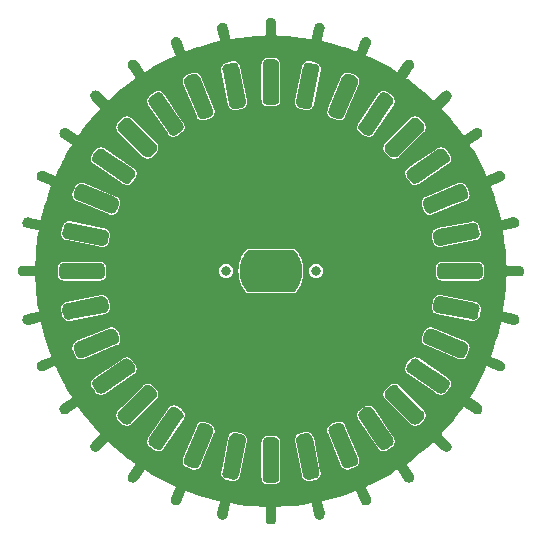
<source format=gtl>
G04 #@! TF.GenerationSoftware,KiCad,Pcbnew,(6.0.5)*
G04 #@! TF.CreationDate,2022-06-02T14:19:20-07:00*
G04 #@! TF.ProjectId,indexingWheel,696e6465-7869-46e6-9757-6865656c2e6b,rev?*
G04 #@! TF.SameCoordinates,Original*
G04 #@! TF.FileFunction,Copper,L1,Top*
G04 #@! TF.FilePolarity,Positive*
%FSLAX46Y46*%
G04 Gerber Fmt 4.6, Leading zero omitted, Abs format (unit mm)*
G04 Created by KiCad (PCBNEW (6.0.5)) date 2022-06-02 14:19:20*
%MOMM*%
%LPD*%
G01*
G04 APERTURE LIST*
G04 #@! TA.AperFunction,ViaPad*
%ADD10C,0.800000*%
G04 #@! TD*
G04 APERTURE END LIST*
D10*
X149282858Y-98702081D03*
X156902858Y-98702081D03*
G04 #@! TA.AperFunction,NonConductor*
G36*
X153332815Y-80754153D02*
G01*
X153335543Y-80753711D01*
X153342863Y-80756742D01*
X153350485Y-80753584D01*
X153351495Y-80753717D01*
X153442763Y-80765725D01*
X153474537Y-80774236D01*
X153552306Y-80806443D01*
X153580793Y-80822887D01*
X153599307Y-80837091D01*
X153632620Y-80862649D01*
X153647579Y-80874126D01*
X153670839Y-80897384D01*
X153712944Y-80952250D01*
X153722084Y-80964160D01*
X153738531Y-80992644D01*
X153767739Y-81063146D01*
X153770748Y-81070410D01*
X153779262Y-81102177D01*
X153790091Y-81184407D01*
X153790954Y-81190959D01*
X153791006Y-81195301D01*
X153788197Y-81202083D01*
X153791173Y-81209266D01*
X153791311Y-81220868D01*
X153791086Y-81222964D01*
X153792358Y-81231810D01*
X153792358Y-84192028D01*
X153790773Y-84192028D01*
X153791218Y-84194780D01*
X153788197Y-84202075D01*
X153791355Y-84209697D01*
X153784841Y-84259197D01*
X153779212Y-84301965D01*
X153770698Y-84333742D01*
X153738490Y-84411501D01*
X153722044Y-84439987D01*
X153714669Y-84449599D01*
X153670808Y-84506759D01*
X153647554Y-84530013D01*
X153580775Y-84581252D01*
X153552286Y-84597698D01*
X153474527Y-84629902D01*
X153442754Y-84638414D01*
X153407673Y-84643030D01*
X153353642Y-84650140D01*
X153349544Y-84650188D01*
X153342863Y-84647420D01*
X153335786Y-84650351D01*
X153323718Y-84650493D01*
X153322000Y-84650308D01*
X153313143Y-84651581D01*
X152852906Y-84651581D01*
X152852906Y-84650015D01*
X152850190Y-84650456D01*
X152842863Y-84647420D01*
X152835240Y-84650577D01*
X152805036Y-84646598D01*
X152742977Y-84638422D01*
X152711210Y-84629907D01*
X152633457Y-84597695D01*
X152604972Y-84581247D01*
X152603157Y-84579854D01*
X152538208Y-84530010D01*
X152514954Y-84506753D01*
X152463721Y-84439977D01*
X152447281Y-84411500D01*
X152415075Y-84333736D01*
X152406565Y-84301969D01*
X152394816Y-84212692D01*
X152394769Y-84208723D01*
X152397519Y-84202083D01*
X152394606Y-84195050D01*
X152394460Y-84182787D01*
X152394630Y-84181204D01*
X152393358Y-84172356D01*
X152393358Y-81212128D01*
X152394924Y-81212128D01*
X152394483Y-81209412D01*
X152397519Y-81202083D01*
X152394362Y-81194460D01*
X152406513Y-81102184D01*
X152415027Y-81070415D01*
X152447237Y-80992655D01*
X152463682Y-80964171D01*
X152514922Y-80897392D01*
X152538178Y-80874135D01*
X152604953Y-80822893D01*
X152633436Y-80806447D01*
X152711198Y-80774232D01*
X152742966Y-80765717D01*
X152747134Y-80765168D01*
X152831904Y-80754002D01*
X152836124Y-80753951D01*
X152842863Y-80756742D01*
X152849999Y-80753785D01*
X152861813Y-80753644D01*
X152863752Y-80753852D01*
X152872592Y-80752581D01*
X153332815Y-80752581D01*
X153332815Y-80754153D01*
G37*
G04 #@! TD.AperFunction*
G04 #@! TA.AperFunction,NonConductor*
G36*
X149970153Y-81043341D02*
G01*
X150052814Y-81059890D01*
X150083947Y-81070501D01*
X150159513Y-81107882D01*
X150186840Y-81126191D01*
X150250148Y-81181850D01*
X150271806Y-81206607D01*
X150318558Y-81276766D01*
X150333068Y-81306284D01*
X150361779Y-81391210D01*
X150362676Y-81395479D01*
X150361234Y-81402678D01*
X150365547Y-81409150D01*
X150367929Y-81420493D01*
X150368103Y-81422461D01*
X150371107Y-81430996D01*
X150947871Y-84331576D01*
X150945650Y-84332018D01*
X150947045Y-84335753D01*
X150945257Y-84344796D01*
X150949848Y-84351651D01*
X150955737Y-84439987D01*
X150956033Y-84444434D01*
X150953917Y-84477263D01*
X150937602Y-84559748D01*
X150927062Y-84590909D01*
X150889949Y-84666368D01*
X150871703Y-84693737D01*
X150816323Y-84757017D01*
X150791615Y-84778730D01*
X150721743Y-84825518D01*
X150692262Y-84840094D01*
X150607279Y-84869034D01*
X150603256Y-84869889D01*
X150596142Y-84868481D01*
X150589759Y-84872755D01*
X150578028Y-84875246D01*
X150576240Y-84875408D01*
X150567812Y-84878391D01*
X150119320Y-84968089D01*
X150118866Y-84965819D01*
X150115057Y-84967245D01*
X150106142Y-84965481D01*
X150099286Y-84970071D01*
X150098244Y-84970140D01*
X150098243Y-84970140D01*
X150039113Y-84974074D01*
X150006511Y-84976243D01*
X149973690Y-84974124D01*
X149891205Y-84957800D01*
X149860049Y-84947258D01*
X149784602Y-84910144D01*
X149757235Y-84891897D01*
X149693965Y-84836521D01*
X149672253Y-84811812D01*
X149625472Y-84741948D01*
X149610895Y-84712463D01*
X149581889Y-84627292D01*
X149581064Y-84623407D01*
X149582458Y-84616364D01*
X149578227Y-84610045D01*
X149575674Y-84598021D01*
X149575525Y-84596378D01*
X149572568Y-84588013D01*
X149571222Y-84581252D01*
X148994845Y-81687567D01*
X148997083Y-81687121D01*
X148995677Y-81683361D01*
X148997458Y-81674364D01*
X148992867Y-81667508D01*
X148986692Y-81574720D01*
X148988810Y-81541905D01*
X149005132Y-81459405D01*
X149015672Y-81428252D01*
X149028275Y-81402629D01*
X149052786Y-81352793D01*
X149071027Y-81325431D01*
X149126411Y-81262140D01*
X149151112Y-81240432D01*
X149157436Y-81236197D01*
X149211940Y-81199693D01*
X149220982Y-81193637D01*
X149250464Y-81179058D01*
X149335352Y-81150138D01*
X149339442Y-81149269D01*
X149346582Y-81150680D01*
X149352987Y-81146390D01*
X149364603Y-81143921D01*
X149366544Y-81143745D01*
X149374926Y-81140779D01*
X149829344Y-81050081D01*
X149829875Y-81052740D01*
X149834438Y-81051101D01*
X149837456Y-81051705D01*
X149842954Y-81048042D01*
X149845747Y-81047038D01*
X149880333Y-81044814D01*
X149937333Y-81041149D01*
X149970153Y-81043341D01*
G37*
G04 #@! TD.AperFunction*
G04 #@! TA.AperFunction,NonConductor*
G36*
X156337983Y-81047872D02*
G01*
X156342168Y-81048649D01*
X156348248Y-81052702D01*
X156355838Y-81051185D01*
X156367392Y-81053328D01*
X156369476Y-81053978D01*
X156378245Y-81054447D01*
X156832254Y-81145063D01*
X156831738Y-81147648D01*
X156836458Y-81147876D01*
X156839164Y-81149686D01*
X156845976Y-81148335D01*
X156848338Y-81148449D01*
X156935545Y-81178108D01*
X156965036Y-81192672D01*
X157030093Y-81236197D01*
X157035145Y-81239577D01*
X157059858Y-81261275D01*
X157115447Y-81324738D01*
X157133698Y-81352088D01*
X157167381Y-81420493D01*
X157170963Y-81427767D01*
X157181517Y-81458921D01*
X157190845Y-81505968D01*
X157197922Y-81541663D01*
X157200053Y-81574487D01*
X157194127Y-81664039D01*
X157193331Y-81668289D01*
X157189254Y-81674383D01*
X157190764Y-81682002D01*
X157188622Y-81693445D01*
X157188013Y-81695386D01*
X157187529Y-81704339D01*
X156608873Y-84609474D01*
X156606273Y-84608956D01*
X156606044Y-84613702D01*
X156604256Y-84616375D01*
X156605591Y-84623112D01*
X156605471Y-84625611D01*
X156575929Y-84712463D01*
X156575834Y-84712741D01*
X156561265Y-84742236D01*
X156514360Y-84812335D01*
X156492660Y-84837047D01*
X156429206Y-84892619D01*
X156401849Y-84910872D01*
X156326176Y-84948126D01*
X156295025Y-84958676D01*
X156212284Y-84975072D01*
X156179464Y-84977199D01*
X156089544Y-84971239D01*
X156085562Y-84970493D01*
X156079562Y-84966478D01*
X156072062Y-84967964D01*
X156060140Y-84965731D01*
X156058489Y-84965213D01*
X156049594Y-84964728D01*
X155596475Y-84874105D01*
X155596474Y-84874104D01*
X155596989Y-84871529D01*
X155592285Y-84871301D01*
X155589562Y-84869478D01*
X155582709Y-84870836D01*
X155580419Y-84870725D01*
X155493199Y-84841046D01*
X155463717Y-84826481D01*
X155393618Y-84779568D01*
X155368909Y-84757867D01*
X155313345Y-84694417D01*
X155295091Y-84667056D01*
X155286971Y-84650561D01*
X155257841Y-84591386D01*
X155247291Y-84560235D01*
X155247195Y-84559748D01*
X155230895Y-84477505D01*
X155228766Y-84444683D01*
X155228783Y-84444434D01*
X155234339Y-84360536D01*
X155234727Y-84354679D01*
X155235461Y-84350760D01*
X155239461Y-84344781D01*
X155237980Y-84337308D01*
X155240231Y-84325284D01*
X155240690Y-84323822D01*
X155241174Y-84314830D01*
X155241330Y-84314048D01*
X155818008Y-81413898D01*
X155820242Y-81414342D01*
X155820384Y-81410335D01*
X155825478Y-81402697D01*
X155823861Y-81394607D01*
X155825011Y-81391210D01*
X155853658Y-81306568D01*
X155868178Y-81277057D01*
X155914806Y-81207133D01*
X155936469Y-81182385D01*
X155940020Y-81179265D01*
X155999605Y-81126911D01*
X156026932Y-81108614D01*
X156102275Y-81071369D01*
X156133410Y-81060766D01*
X156137792Y-81059890D01*
X156215828Y-81044289D01*
X156248639Y-81042106D01*
X156337983Y-81047872D01*
G37*
G04 #@! TD.AperFunction*
G04 #@! TA.AperFunction,NonConductor*
G36*
X159633255Y-81996710D02*
G01*
X159719815Y-82019834D01*
X159723800Y-82021426D01*
X159728979Y-82026597D01*
X159736732Y-82026591D01*
X159747596Y-82030931D01*
X159749575Y-82032010D01*
X159758063Y-82034178D01*
X160183248Y-82210878D01*
X160182665Y-82212280D01*
X160185269Y-82212896D01*
X160190979Y-82218597D01*
X160199229Y-82218591D01*
X160279853Y-82265057D01*
X160305962Y-82285060D01*
X160329532Y-82308595D01*
X160365513Y-82344523D01*
X160385555Y-82370602D01*
X160404543Y-82403433D01*
X160427686Y-82443450D01*
X160440296Y-82473832D01*
X160462135Y-82555103D01*
X160466451Y-82587708D01*
X160466481Y-82629843D01*
X160466510Y-82671863D01*
X160462239Y-82704478D01*
X160439114Y-82791021D01*
X160437517Y-82795018D01*
X160432344Y-82800198D01*
X160432349Y-82807952D01*
X160428012Y-82818807D01*
X160427003Y-82820657D01*
X160424810Y-82829263D01*
X159292749Y-85562776D01*
X159291047Y-85562071D01*
X159290303Y-85565225D01*
X159284346Y-85571190D01*
X159284352Y-85579440D01*
X159237883Y-85660055D01*
X159217881Y-85686158D01*
X159158418Y-85745700D01*
X159132340Y-85765738D01*
X159059495Y-85807858D01*
X159029114Y-85820465D01*
X158947854Y-85842293D01*
X158915245Y-85846607D01*
X158873317Y-85846633D01*
X158831103Y-85846659D01*
X158798489Y-85842385D01*
X158711576Y-85819152D01*
X158707844Y-85817661D01*
X158702746Y-85812569D01*
X158695114Y-85812573D01*
X158683796Y-85808050D01*
X158682353Y-85807263D01*
X158673687Y-85805057D01*
X158248436Y-85629250D01*
X158249037Y-85627795D01*
X158246345Y-85627162D01*
X158240746Y-85621569D01*
X158232497Y-85621574D01*
X158231642Y-85621081D01*
X158231641Y-85621080D01*
X158151893Y-85575100D01*
X158125789Y-85555095D01*
X158066253Y-85495633D01*
X158046213Y-85469549D01*
X158018799Y-85422133D01*
X158004099Y-85396708D01*
X157991493Y-85366331D01*
X157990809Y-85363782D01*
X157969663Y-85285067D01*
X157965349Y-85252460D01*
X157965347Y-85248492D01*
X157965294Y-85168318D01*
X157969566Y-85135706D01*
X157992793Y-85048790D01*
X157994283Y-85045061D01*
X157999372Y-85039965D01*
X157999367Y-85032335D01*
X158003891Y-85021012D01*
X158004714Y-85019503D01*
X158006906Y-85010901D01*
X159139678Y-82275669D01*
X159141123Y-82276267D01*
X159141755Y-82273589D01*
X159147372Y-82267965D01*
X159147366Y-82259714D01*
X159193840Y-82179094D01*
X159213842Y-82152990D01*
X159273308Y-82093441D01*
X159299388Y-82073400D01*
X159372235Y-82031272D01*
X159402613Y-82018663D01*
X159483885Y-81996823D01*
X159516489Y-81992506D01*
X159558495Y-81992474D01*
X159600647Y-81992442D01*
X159633255Y-81996710D01*
G37*
G04 #@! TD.AperFunction*
G04 #@! TA.AperFunction,NonConductor*
G36*
X146627317Y-81992487D02*
G01*
X146669250Y-81992513D01*
X146701857Y-81996826D01*
X146758209Y-82011962D01*
X146783136Y-82018658D01*
X146813510Y-82031260D01*
X146886375Y-82073388D01*
X146912454Y-82093425D01*
X146971924Y-82152969D01*
X146991930Y-82179075D01*
X147036637Y-82256618D01*
X147038349Y-82260623D01*
X147038345Y-82267968D01*
X147043843Y-82273473D01*
X147048398Y-82284127D01*
X147048976Y-82286099D01*
X147053556Y-82293825D01*
X148029474Y-84650308D01*
X148186348Y-85029101D01*
X148184878Y-85029710D01*
X148186346Y-85032089D01*
X148186342Y-85039961D01*
X148192172Y-85045798D01*
X148216202Y-85135694D01*
X148220475Y-85168309D01*
X148220421Y-85252455D01*
X148216107Y-85285064D01*
X148194273Y-85366335D01*
X148181666Y-85396713D01*
X148139541Y-85469560D01*
X148119498Y-85495643D01*
X148059956Y-85555101D01*
X148033843Y-85575108D01*
X147956071Y-85619934D01*
X147952242Y-85621570D01*
X147944978Y-85621565D01*
X147939533Y-85627002D01*
X147928562Y-85631691D01*
X147926791Y-85632210D01*
X147919097Y-85636767D01*
X147493802Y-85812593D01*
X147493333Y-85811458D01*
X147491493Y-85812596D01*
X147483884Y-85812604D01*
X147478057Y-85818444D01*
X147388116Y-85842651D01*
X147355515Y-85846979D01*
X147313778Y-85847026D01*
X147271274Y-85847073D01*
X147238658Y-85842815D01*
X147157263Y-85821101D01*
X147126862Y-85808548D01*
X147072612Y-85777307D01*
X147053864Y-85766510D01*
X147027746Y-85746515D01*
X147027430Y-85746199D01*
X146984959Y-85703821D01*
X146968114Y-85687013D01*
X146948063Y-85660941D01*
X146913671Y-85601525D01*
X146902906Y-85582926D01*
X146901343Y-85579288D01*
X146901335Y-85572107D01*
X146895951Y-85566735D01*
X146891099Y-85555438D01*
X146890618Y-85553806D01*
X146886109Y-85546216D01*
X145753366Y-82811055D01*
X145754835Y-82810446D01*
X145753368Y-82808070D01*
X145753374Y-82800201D01*
X145747545Y-82794363D01*
X145723527Y-82704466D01*
X145719259Y-82671860D01*
X145719289Y-82629506D01*
X145719318Y-82587709D01*
X145723634Y-82555103D01*
X145745470Y-82473836D01*
X145758077Y-82443459D01*
X145800200Y-82370613D01*
X145820239Y-82344533D01*
X145879778Y-82285071D01*
X145905884Y-82265065D01*
X145983670Y-82220220D01*
X145987484Y-82218590D01*
X145994745Y-82218594D01*
X146000186Y-82213160D01*
X146011176Y-82208462D01*
X146012737Y-82208005D01*
X146020563Y-82203359D01*
X146445918Y-82026587D01*
X146446549Y-82028106D01*
X146449005Y-82026589D01*
X146456745Y-82026594D01*
X146462582Y-82020764D01*
X146463618Y-82020487D01*
X146470442Y-82018663D01*
X146552484Y-81996734D01*
X146585097Y-81992461D01*
X146627317Y-81992487D01*
G37*
G04 #@! TD.AperFunction*
G04 #@! TA.AperFunction,NonConductor*
G36*
X143610015Y-83567773D02*
G01*
X143649685Y-83570435D01*
X143681931Y-83576900D01*
X143733959Y-83594650D01*
X143761549Y-83604063D01*
X143791025Y-83618655D01*
X143860896Y-83665495D01*
X143885594Y-83687221D01*
X143942754Y-83752600D01*
X143944489Y-83754585D01*
X143946941Y-83758173D01*
X143948363Y-83765380D01*
X143954825Y-83769712D01*
X143961366Y-83779285D01*
X143962253Y-83780988D01*
X143968320Y-83787751D01*
X145613286Y-86248785D01*
X145611963Y-86249669D01*
X145613870Y-86251718D01*
X145615409Y-86259449D01*
X145622269Y-86264031D01*
X145622752Y-86265009D01*
X145622752Y-86265011D01*
X145623659Y-86266849D01*
X145663487Y-86347581D01*
X145674063Y-86378726D01*
X145690510Y-86461361D01*
X145692665Y-86494186D01*
X145687162Y-86578264D01*
X145680749Y-86610523D01*
X145653668Y-86690320D01*
X145639126Y-86719812D01*
X145592313Y-86789881D01*
X145570626Y-86814611D01*
X145503106Y-86873828D01*
X145499628Y-86876212D01*
X145492489Y-86877632D01*
X145488205Y-86884044D01*
X145478423Y-86890750D01*
X145476574Y-86891717D01*
X145470026Y-86897589D01*
X145132903Y-87122068D01*
X145087631Y-87152213D01*
X145086549Y-87150588D01*
X145084031Y-87152927D01*
X145075514Y-87154616D01*
X145070927Y-87161472D01*
X144994950Y-87198889D01*
X144987687Y-87202466D01*
X144956534Y-87213022D01*
X144885177Y-87227175D01*
X144874257Y-87229341D01*
X144841433Y-87231475D01*
X144757726Y-87225942D01*
X144725471Y-87219508D01*
X144658243Y-87196646D01*
X144646050Y-87192499D01*
X144616560Y-87177935D01*
X144546834Y-87131289D01*
X144522122Y-87109592D01*
X144519204Y-87106261D01*
X144462960Y-87042053D01*
X144460721Y-87038783D01*
X144459324Y-87031739D01*
X144453003Y-87027511D01*
X144446058Y-87017367D01*
X144445370Y-87016050D01*
X144439354Y-87009350D01*
X142794427Y-84548372D01*
X142795746Y-84547491D01*
X142793846Y-84545451D01*
X142792307Y-84537714D01*
X142785448Y-84533131D01*
X142783911Y-84530013D01*
X142766199Y-84494097D01*
X142744247Y-84449583D01*
X142733675Y-84418440D01*
X142717236Y-84335802D01*
X142715085Y-84302982D01*
X142720593Y-84218905D01*
X142727006Y-84186652D01*
X142754089Y-84106855D01*
X142768629Y-84077368D01*
X142815437Y-84007304D01*
X142837120Y-83982575D01*
X142904733Y-83923268D01*
X142908126Y-83920941D01*
X142915231Y-83919527D01*
X142919494Y-83913146D01*
X142929400Y-83906353D01*
X142931160Y-83905432D01*
X142937698Y-83899568D01*
X143322621Y-83643261D01*
X143324136Y-83645536D01*
X143327769Y-83642245D01*
X143331155Y-83641577D01*
X143335250Y-83635469D01*
X143336454Y-83634379D01*
X143419242Y-83593711D01*
X143450400Y-83583188D01*
X143482270Y-83576900D01*
X143532933Y-83566904D01*
X143565757Y-83564804D01*
X143610015Y-83567773D01*
G37*
G04 #@! TD.AperFunction*
G04 #@! TA.AperFunction,NonConductor*
G36*
X162653255Y-83567773D02*
G01*
X162735557Y-83584096D01*
X162766701Y-83594648D01*
X162830852Y-83626238D01*
X162846816Y-83634099D01*
X162850441Y-83636456D01*
X162854516Y-83642548D01*
X162862130Y-83644058D01*
X162871897Y-83650409D01*
X162873391Y-83651656D01*
X162881546Y-83655547D01*
X163264472Y-83910524D01*
X163263565Y-83911887D01*
X163266179Y-83913079D01*
X163270491Y-83919531D01*
X163278584Y-83921140D01*
X163348632Y-83982569D01*
X163370312Y-84007292D01*
X163375424Y-84014942D01*
X163417126Y-84077353D01*
X163431675Y-84106855D01*
X163457495Y-84182919D01*
X163458760Y-84186647D01*
X163465175Y-84218902D01*
X163470684Y-84302988D01*
X163468531Y-84335806D01*
X163452088Y-84418450D01*
X163441513Y-84449597D01*
X163406828Y-84519919D01*
X163401824Y-84530064D01*
X163399490Y-84533648D01*
X163393411Y-84537709D01*
X163391900Y-84545303D01*
X163385495Y-84555138D01*
X163384206Y-84556680D01*
X163380350Y-84564737D01*
X161734268Y-87027442D01*
X161731803Y-87025794D01*
X161729536Y-87030596D01*
X161726450Y-87032653D01*
X161724893Y-87040431D01*
X161724649Y-87040948D01*
X161663474Y-87110540D01*
X161638716Y-87132200D01*
X161624472Y-87141693D01*
X161568789Y-87178802D01*
X161539272Y-87193314D01*
X161459662Y-87220231D01*
X161427396Y-87226608D01*
X161399733Y-87228387D01*
X161343536Y-87232000D01*
X161310721Y-87229809D01*
X161228314Y-87213311D01*
X161197190Y-87202703D01*
X161116624Y-87162846D01*
X161113273Y-87160658D01*
X161109284Y-87154671D01*
X161101814Y-87153176D01*
X161091572Y-87146488D01*
X161090588Y-87145663D01*
X161082286Y-87141693D01*
X160699247Y-86886641D01*
X160700165Y-86885262D01*
X160697520Y-86884055D01*
X160693233Y-86877637D01*
X160685142Y-86876026D01*
X160615117Y-86814598D01*
X160593434Y-86789866D01*
X160546635Y-86719807D01*
X160532091Y-86690306D01*
X160505018Y-86610521D01*
X160498605Y-86578264D01*
X160494618Y-86517355D01*
X160493102Y-86494186D01*
X160495256Y-86461375D01*
X160511699Y-86378742D01*
X160522273Y-86347600D01*
X160562100Y-86266849D01*
X160564308Y-86263458D01*
X160570306Y-86259451D01*
X160571796Y-86251959D01*
X160578428Y-86241775D01*
X160579510Y-86240480D01*
X160583367Y-86232421D01*
X160592025Y-86219469D01*
X162227461Y-83772691D01*
X162229271Y-83773901D01*
X162230861Y-83770417D01*
X162238322Y-83765426D01*
X162239927Y-83757334D01*
X162242336Y-83754585D01*
X162301081Y-83687530D01*
X162325794Y-83665834D01*
X162395535Y-83619182D01*
X162425024Y-83604620D01*
X162454342Y-83594650D01*
X162504460Y-83577607D01*
X162536712Y-83571173D01*
X162588159Y-83567773D01*
X162620434Y-83565640D01*
X162653255Y-83567773D01*
G37*
G04 #@! TD.AperFunction*
G04 #@! TA.AperFunction,NonConductor*
G36*
X140963945Y-85710046D02*
G01*
X140994914Y-85714123D01*
X141026685Y-85722636D01*
X141104599Y-85754909D01*
X141133084Y-85771355D01*
X141136977Y-85774342D01*
X141204459Y-85826123D01*
X141207427Y-85829021D01*
X141210207Y-85835732D01*
X141217315Y-85838676D01*
X141225860Y-85847020D01*
X141227034Y-85848477D01*
X141234164Y-85853815D01*
X143248347Y-87868947D01*
X143328716Y-87949354D01*
X143326687Y-87951382D01*
X143330814Y-87954437D01*
X143332150Y-87957675D01*
X143339078Y-87960556D01*
X143340162Y-87961358D01*
X143340763Y-87962144D01*
X143396316Y-88034740D01*
X143412726Y-88063251D01*
X143444825Y-88141041D01*
X143453295Y-88172825D01*
X143464084Y-88255641D01*
X143464165Y-88256266D01*
X143464120Y-88289162D01*
X143453468Y-88369213D01*
X143453020Y-88372577D01*
X143444463Y-88404337D01*
X143412146Y-88482045D01*
X143395661Y-88510504D01*
X143352648Y-88566393D01*
X143340971Y-88581565D01*
X143338007Y-88584592D01*
X143331263Y-88587374D01*
X143328295Y-88594509D01*
X143320042Y-88602937D01*
X143318646Y-88604059D01*
X143313205Y-88611316D01*
X142988959Y-88935562D01*
X142987470Y-88934073D01*
X142985304Y-88937076D01*
X142977207Y-88940430D01*
X142974050Y-88948052D01*
X142973219Y-88948690D01*
X142973216Y-88948691D01*
X142900375Y-89004583D01*
X142871891Y-89021029D01*
X142850400Y-89029931D01*
X142794319Y-89053160D01*
X142762549Y-89061673D01*
X142731401Y-89065774D01*
X142679303Y-89072633D01*
X142646413Y-89072633D01*
X142594315Y-89065774D01*
X142563167Y-89061673D01*
X142531397Y-89053160D01*
X142475316Y-89029931D01*
X142453825Y-89021029D01*
X142425341Y-89004584D01*
X142394471Y-88980898D01*
X142354262Y-88950044D01*
X142351288Y-88947140D01*
X142348509Y-88940430D01*
X142341402Y-88937486D01*
X142332856Y-88929141D01*
X142331720Y-88927731D01*
X142324546Y-88922362D01*
X142286934Y-88884767D01*
X140232354Y-86831154D01*
X140233811Y-86829696D01*
X140230866Y-86827576D01*
X140227458Y-86819379D01*
X140219832Y-86816232D01*
X140163090Y-86742489D01*
X140146607Y-86714028D01*
X140144659Y-86709343D01*
X140114299Y-86636329D01*
X140105745Y-86604576D01*
X140104447Y-86594816D01*
X140094647Y-86521167D01*
X140094601Y-86488277D01*
X140105468Y-86404834D01*
X140113936Y-86373053D01*
X140146026Y-86295269D01*
X140162431Y-86266761D01*
X140217050Y-86195369D01*
X140219889Y-86192453D01*
X140226565Y-86189676D01*
X140229486Y-86182596D01*
X140237913Y-86173940D01*
X140239395Y-86172742D01*
X140244665Y-86165692D01*
X140571171Y-85839186D01*
X140573169Y-85841184D01*
X140576180Y-85837111D01*
X140579509Y-85835732D01*
X140582452Y-85828628D01*
X140583055Y-85827813D01*
X140652739Y-85774342D01*
X140656632Y-85771355D01*
X140685117Y-85754909D01*
X140763031Y-85722636D01*
X140794802Y-85714123D01*
X140825771Y-85710046D01*
X140878413Y-85703115D01*
X140911303Y-85703115D01*
X140963945Y-85710046D01*
G37*
G04 #@! TD.AperFunction*
G04 #@! TA.AperFunction,NonConductor*
G36*
X165390141Y-85714635D02*
G01*
X165421920Y-85723100D01*
X165432839Y-85727603D01*
X165499716Y-85755188D01*
X165528226Y-85771591D01*
X165599342Y-85825992D01*
X165602446Y-85829014D01*
X165605265Y-85835790D01*
X165612451Y-85838754D01*
X165620774Y-85846857D01*
X165622200Y-85848621D01*
X165629248Y-85853889D01*
X165955755Y-86180396D01*
X165953759Y-86182392D01*
X165957829Y-86185401D01*
X165959210Y-86188735D01*
X165966324Y-86191682D01*
X165967124Y-86192273D01*
X166023597Y-86265859D01*
X166040046Y-86294345D01*
X166072323Y-86372256D01*
X166080838Y-86404029D01*
X166091849Y-86487640D01*
X166091850Y-86520531D01*
X166080844Y-86604146D01*
X166072330Y-86635922D01*
X166040057Y-86713834D01*
X166023610Y-86742320D01*
X165968914Y-86813599D01*
X165965946Y-86816639D01*
X165959208Y-86819429D01*
X165956252Y-86826565D01*
X165948008Y-86835007D01*
X165946474Y-86836243D01*
X165941123Y-86843390D01*
X163845587Y-88937937D01*
X163843556Y-88935905D01*
X163840496Y-88940037D01*
X163837268Y-88941369D01*
X163834396Y-88948276D01*
X163833571Y-88949390D01*
X163760206Y-89005518D01*
X163731693Y-89021925D01*
X163653910Y-89054011D01*
X163622127Y-89062478D01*
X163538693Y-89073339D01*
X163505797Y-89073291D01*
X163422391Y-89062185D01*
X163390638Y-89053627D01*
X163312939Y-89021308D01*
X163284488Y-89004825D01*
X163213154Y-88949919D01*
X163210306Y-88947129D01*
X163207567Y-88940488D01*
X163200542Y-88937566D01*
X163191777Y-88928981D01*
X163190894Y-88927881D01*
X163183630Y-88922435D01*
X162859379Y-88598184D01*
X162860871Y-88596692D01*
X162857862Y-88594522D01*
X162854513Y-88586433D01*
X162846890Y-88583275D01*
X162846248Y-88582438D01*
X162846247Y-88582436D01*
X162790368Y-88509601D01*
X162773924Y-88481115D01*
X162741799Y-88403544D01*
X162733289Y-88371777D01*
X162722332Y-88288533D01*
X162722332Y-88255645D01*
X162733293Y-88172400D01*
X162741806Y-88140631D01*
X162773936Y-88063062D01*
X162790381Y-88034578D01*
X162816594Y-88000415D01*
X162844994Y-87963403D01*
X162847829Y-87960499D01*
X162854510Y-87957731D01*
X162857442Y-87950654D01*
X162865885Y-87942006D01*
X162867218Y-87940931D01*
X162872580Y-87933767D01*
X162920337Y-87885988D01*
X164963785Y-85841575D01*
X164965245Y-85843034D01*
X164967369Y-85840085D01*
X164975565Y-85836676D01*
X164978711Y-85829049D01*
X165052456Y-85772293D01*
X165080916Y-85755807D01*
X165158617Y-85723489D01*
X165190374Y-85714929D01*
X165220805Y-85710877D01*
X165273798Y-85703821D01*
X165306688Y-85703773D01*
X165390141Y-85714635D01*
G37*
G04 #@! TD.AperFunction*
G04 #@! TA.AperFunction,NonConductor*
G36*
X138726592Y-88326414D02*
G01*
X138748940Y-88330859D01*
X138809234Y-88342852D01*
X138840378Y-88353423D01*
X138920791Y-88393075D01*
X138924420Y-88395438D01*
X138928491Y-88401531D01*
X138936102Y-88403045D01*
X138945870Y-88409405D01*
X138947462Y-88410736D01*
X138955518Y-88414591D01*
X141418221Y-90060671D01*
X141416575Y-90063134D01*
X141421372Y-90065398D01*
X141423435Y-90068493D01*
X141431232Y-90070053D01*
X141431716Y-90070281D01*
X141501337Y-90131468D01*
X141522999Y-90156222D01*
X141569615Y-90226153D01*
X141584132Y-90255674D01*
X141611058Y-90335291D01*
X141617438Y-90367558D01*
X141619598Y-90401090D01*
X141622790Y-90450645D01*
X141622840Y-90451423D01*
X141620651Y-90484245D01*
X141604339Y-90565757D01*
X141604159Y-90566656D01*
X141593551Y-90597789D01*
X141564617Y-90656289D01*
X141553866Y-90678025D01*
X141551530Y-90681603D01*
X141545445Y-90685659D01*
X141543925Y-90693254D01*
X141537512Y-90703078D01*
X141536429Y-90704371D01*
X141532468Y-90712656D01*
X141277417Y-91095693D01*
X141276066Y-91094794D01*
X141274886Y-91097384D01*
X141268411Y-91101709D01*
X141266801Y-91109801D01*
X141266152Y-91110541D01*
X141266149Y-91110543D01*
X141205376Y-91179830D01*
X141180643Y-91201516D01*
X141116120Y-91244620D01*
X141110593Y-91248312D01*
X141081091Y-91262858D01*
X141066458Y-91267823D01*
X141001306Y-91289931D01*
X140969044Y-91296344D01*
X140937738Y-91298392D01*
X140884980Y-91301844D01*
X140852158Y-91299689D01*
X140827547Y-91294790D01*
X140769527Y-91283241D01*
X140738381Y-91272663D01*
X140657584Y-91232804D01*
X140654228Y-91230618D01*
X140650233Y-91224637D01*
X140642761Y-91223149D01*
X140632512Y-91216474D01*
X140631272Y-91215437D01*
X140623208Y-91211577D01*
X138163469Y-89567478D01*
X138164676Y-89565672D01*
X138161200Y-89564084D01*
X138156208Y-89556620D01*
X138148116Y-89555014D01*
X138078329Y-89493863D01*
X138056632Y-89469143D01*
X138009995Y-89399409D01*
X137995436Y-89369918D01*
X137992644Y-89361705D01*
X137968434Y-89290488D01*
X137962004Y-89258238D01*
X137961395Y-89249001D01*
X137958706Y-89208270D01*
X137956479Y-89174533D01*
X137958614Y-89141712D01*
X137974941Y-89059424D01*
X137985498Y-89028274D01*
X138003052Y-88992633D01*
X138025120Y-88947829D01*
X138027326Y-88944437D01*
X138033322Y-88940426D01*
X138034808Y-88932933D01*
X138041433Y-88922748D01*
X138042427Y-88921558D01*
X138046319Y-88913401D01*
X138301300Y-88530468D01*
X138302653Y-88531369D01*
X138303835Y-88528775D01*
X138310306Y-88524451D01*
X138311916Y-88516358D01*
X138373345Y-88446318D01*
X138398074Y-88424633D01*
X138413104Y-88414591D01*
X138468140Y-88377819D01*
X138497634Y-88363276D01*
X138577431Y-88336190D01*
X138609687Y-88329774D01*
X138660769Y-88326426D01*
X138693771Y-88324263D01*
X138726592Y-88326414D01*
G37*
G04 #@! TD.AperFunction*
G04 #@! TA.AperFunction,NonConductor*
G36*
X167532885Y-88326947D02*
G01*
X167576059Y-88329771D01*
X167608317Y-88336183D01*
X167688120Y-88363261D01*
X167717617Y-88377803D01*
X167740479Y-88393075D01*
X167787686Y-88424609D01*
X167812415Y-88446288D01*
X167871518Y-88513662D01*
X167873980Y-88517253D01*
X167875413Y-88524455D01*
X167881880Y-88528776D01*
X167888438Y-88538339D01*
X167889507Y-88540383D01*
X167895370Y-88546920D01*
X168151679Y-88931845D01*
X168149404Y-88933360D01*
X168152695Y-88936993D01*
X168153363Y-88940380D01*
X168159473Y-88944476D01*
X168160560Y-88945676D01*
X168201228Y-89028463D01*
X168211751Y-89059620D01*
X168219266Y-89097707D01*
X168228033Y-89142143D01*
X168230133Y-89174971D01*
X168226182Y-89233828D01*
X168224499Y-89258894D01*
X168218030Y-89291146D01*
X168190867Y-89370748D01*
X168176271Y-89400227D01*
X168129428Y-89470088D01*
X168107698Y-89494785D01*
X168040175Y-89553805D01*
X168036709Y-89556173D01*
X168029565Y-89557582D01*
X168025271Y-89563987D01*
X168015476Y-89570678D01*
X168013971Y-89571462D01*
X168007196Y-89577539D01*
X165546157Y-91222507D01*
X165545269Y-91221179D01*
X165543214Y-91223093D01*
X165535496Y-91224628D01*
X165530913Y-91231487D01*
X165454323Y-91269260D01*
X165447372Y-91272688D01*
X165416224Y-91283262D01*
X165333591Y-91299700D01*
X165300770Y-91301851D01*
X165216706Y-91296343D01*
X165184444Y-91289926D01*
X165104665Y-91262844D01*
X165075170Y-91248300D01*
X165005114Y-91201489D01*
X164980391Y-91179809D01*
X164920945Y-91112022D01*
X164918709Y-91108760D01*
X164917307Y-91101714D01*
X164910980Y-91097486D01*
X164904035Y-91087355D01*
X164903217Y-91085792D01*
X164897350Y-91079249D01*
X164642727Y-90696854D01*
X164644356Y-90695769D01*
X164642011Y-90693246D01*
X164640324Y-90684739D01*
X164633467Y-90680152D01*
X164614768Y-90642180D01*
X164592473Y-90596906D01*
X164581918Y-90565757D01*
X164573428Y-90522955D01*
X164565595Y-90483463D01*
X164563461Y-90450645D01*
X164565940Y-90413134D01*
X164568121Y-90380118D01*
X164568992Y-90366932D01*
X164575425Y-90334679D01*
X164602429Y-90255255D01*
X164616990Y-90225764D01*
X164663633Y-90156029D01*
X164685328Y-90131314D01*
X164752701Y-90072282D01*
X164756103Y-90069952D01*
X164763206Y-90068543D01*
X164767470Y-90062167D01*
X164777387Y-90055376D01*
X164778901Y-90054585D01*
X164785595Y-90048574D01*
X167246568Y-88403649D01*
X167247442Y-88404956D01*
X167249465Y-88403073D01*
X167257231Y-88401527D01*
X167261815Y-88394666D01*
X167314676Y-88368590D01*
X167345367Y-88353451D01*
X167376512Y-88342875D01*
X167459154Y-88326426D01*
X167491974Y-88324271D01*
X167532885Y-88326947D01*
G37*
G04 #@! TD.AperFunction*
G04 #@! TA.AperFunction,NonConductor*
G36*
X137095255Y-91332710D02*
G01*
X137181815Y-91355834D01*
X137185800Y-91357426D01*
X137190979Y-91362597D01*
X137198732Y-91362591D01*
X137209596Y-91366931D01*
X137211449Y-91367941D01*
X137220042Y-91370130D01*
X139682140Y-92389787D01*
X139953555Y-92502191D01*
X139952850Y-92503892D01*
X139956005Y-92504637D01*
X139961972Y-92510595D01*
X139970223Y-92510588D01*
X139971134Y-92511113D01*
X140050846Y-92557053D01*
X140076959Y-92577058D01*
X140136510Y-92636519D01*
X140156554Y-92662601D01*
X140198683Y-92735445D01*
X140211293Y-92765824D01*
X140214093Y-92776240D01*
X140233134Y-92847098D01*
X140237451Y-92879708D01*
X140237475Y-92913604D01*
X140237510Y-92963862D01*
X140233239Y-92996478D01*
X140210113Y-93083022D01*
X140208516Y-93087019D01*
X140203344Y-93092198D01*
X140203349Y-93099951D01*
X140199014Y-93110801D01*
X140198037Y-93112592D01*
X140195832Y-93121256D01*
X140020026Y-93546505D01*
X140018566Y-93545902D01*
X140017929Y-93548605D01*
X140012344Y-93554198D01*
X140012350Y-93562446D01*
X139965881Y-93643057D01*
X139945878Y-93669161D01*
X139886432Y-93728686D01*
X139886418Y-93728700D01*
X139860333Y-93748742D01*
X139787491Y-93790859D01*
X139757109Y-93803466D01*
X139675853Y-93825293D01*
X139643244Y-93829607D01*
X139601388Y-93829633D01*
X139559101Y-93829659D01*
X139526486Y-93825385D01*
X139439585Y-93802156D01*
X139435842Y-93800659D01*
X139430746Y-93795569D01*
X139423117Y-93795573D01*
X139411798Y-93791049D01*
X139410303Y-93790234D01*
X139401686Y-93788037D01*
X136666447Y-92655261D01*
X136667043Y-92653822D01*
X136664376Y-92653193D01*
X136658746Y-92647569D01*
X136650497Y-92647574D01*
X136627539Y-92634337D01*
X136569893Y-92601100D01*
X136543789Y-92581095D01*
X136484253Y-92521633D01*
X136464213Y-92495549D01*
X136449676Y-92470405D01*
X136422099Y-92422708D01*
X136409493Y-92392331D01*
X136406935Y-92382806D01*
X136387663Y-92311067D01*
X136383349Y-92278460D01*
X136383347Y-92274492D01*
X136383294Y-92194318D01*
X136387566Y-92161706D01*
X136410793Y-92074790D01*
X136412283Y-92071061D01*
X136417372Y-92065965D01*
X136417367Y-92058335D01*
X136421891Y-92047012D01*
X136422781Y-92045379D01*
X136424952Y-92036883D01*
X136428252Y-92028944D01*
X136601654Y-91611693D01*
X136603062Y-91612278D01*
X136603681Y-91609663D01*
X136609372Y-91603965D01*
X136609366Y-91595714D01*
X136655840Y-91515094D01*
X136675842Y-91488990D01*
X136735308Y-91429441D01*
X136761388Y-91409400D01*
X136834235Y-91367272D01*
X136864613Y-91354663D01*
X136945885Y-91332823D01*
X136978489Y-91328506D01*
X137020495Y-91328474D01*
X137062647Y-91328442D01*
X137095255Y-91332710D01*
G37*
G04 #@! TD.AperFunction*
G04 #@! TA.AperFunction,NonConductor*
G36*
X169165317Y-91328487D02*
G01*
X169207250Y-91328513D01*
X169239857Y-91332826D01*
X169296209Y-91347962D01*
X169321136Y-91354658D01*
X169351510Y-91367260D01*
X169424375Y-91409388D01*
X169450454Y-91429425D01*
X169509924Y-91488969D01*
X169529930Y-91515075D01*
X169574637Y-91592618D01*
X169576349Y-91596623D01*
X169576345Y-91603968D01*
X169581843Y-91609473D01*
X169586398Y-91620127D01*
X169586936Y-91621964D01*
X169591581Y-91629788D01*
X169768352Y-92055141D01*
X169766846Y-92055767D01*
X169768350Y-92058201D01*
X169768345Y-92065968D01*
X169774175Y-92071805D01*
X169774436Y-92072782D01*
X169798201Y-92161697D01*
X169802474Y-92194311D01*
X169802447Y-92236521D01*
X169802424Y-92274488D01*
X169802421Y-92278458D01*
X169798107Y-92311067D01*
X169780845Y-92375319D01*
X169776273Y-92392335D01*
X169763665Y-92422716D01*
X169721539Y-92495565D01*
X169701500Y-92521642D01*
X169645770Y-92577293D01*
X169641955Y-92581103D01*
X169615845Y-92601108D01*
X169554407Y-92636519D01*
X169538072Y-92645934D01*
X169534243Y-92647570D01*
X169526978Y-92647565D01*
X169521533Y-92653003D01*
X169510567Y-92657689D01*
X169508862Y-92658188D01*
X169501121Y-92662777D01*
X168343348Y-93142259D01*
X166765839Y-93795571D01*
X166765225Y-93794089D01*
X166762827Y-93795569D01*
X166754985Y-93795563D01*
X166749149Y-93801391D01*
X166748131Y-93801663D01*
X166748130Y-93801663D01*
X166704935Y-93813204D01*
X166659259Y-93825407D01*
X166626646Y-93829677D01*
X166584575Y-93829646D01*
X166542505Y-93829615D01*
X166509898Y-93825298D01*
X166428641Y-93803462D01*
X166398261Y-93790852D01*
X166361843Y-93769790D01*
X166325424Y-93748728D01*
X166299344Y-93728686D01*
X166239894Y-93669148D01*
X166219888Y-93643036D01*
X166174924Y-93565020D01*
X166173369Y-93561380D01*
X166173374Y-93554201D01*
X166168002Y-93548821D01*
X166163170Y-93537514D01*
X166162733Y-93536021D01*
X166158172Y-93528321D01*
X165982346Y-93103025D01*
X165983481Y-93102556D01*
X165982343Y-93100716D01*
X165982335Y-93093107D01*
X165976495Y-93087280D01*
X165952287Y-92997333D01*
X165947957Y-92964733D01*
X165947861Y-92880482D01*
X165952117Y-92847867D01*
X165973828Y-92766466D01*
X165986378Y-92736067D01*
X166014024Y-92688051D01*
X166028417Y-92663053D01*
X166048404Y-92636941D01*
X166107909Y-92577293D01*
X166133978Y-92557240D01*
X166211763Y-92512204D01*
X166215580Y-92510564D01*
X166222838Y-92510555D01*
X166228268Y-92505112D01*
X166239247Y-92500394D01*
X166241149Y-92499833D01*
X166248730Y-92495329D01*
X168983886Y-91362587D01*
X168984499Y-91364067D01*
X168986894Y-91362589D01*
X168994745Y-91362594D01*
X169000582Y-91356764D01*
X169090484Y-91332734D01*
X169123097Y-91328461D01*
X169165317Y-91328487D01*
G37*
G04 #@! TD.AperFunction*
G04 #@! TA.AperFunction,NonConductor*
G36*
X170253051Y-94598017D02*
G01*
X170335555Y-94614332D01*
X170366710Y-94624869D01*
X170440723Y-94661266D01*
X170442179Y-94661982D01*
X170469548Y-94680226D01*
X170532835Y-94735603D01*
X170554551Y-94760310D01*
X170601351Y-94830184D01*
X170615931Y-94859668D01*
X170644780Y-94944347D01*
X170645684Y-94948599D01*
X170644259Y-94955804D01*
X170648588Y-94962267D01*
X170650998Y-94973608D01*
X170651194Y-94975766D01*
X170654160Y-94984150D01*
X170735980Y-95394084D01*
X170744858Y-95438567D01*
X170742196Y-95439098D01*
X170743837Y-95443665D01*
X170743234Y-95446678D01*
X170746893Y-95452170D01*
X170747901Y-95454974D01*
X170750595Y-95496887D01*
X170753787Y-95546548D01*
X170751593Y-95579369D01*
X170735044Y-95662015D01*
X170724429Y-95693153D01*
X170687047Y-95768705D01*
X170668739Y-95796028D01*
X170613072Y-95859334D01*
X170588316Y-95880985D01*
X170518166Y-95927721D01*
X170488645Y-95942230D01*
X170403406Y-95971035D01*
X170399378Y-95971880D01*
X170392268Y-95970456D01*
X170385876Y-95974714D01*
X170374134Y-95977178D01*
X170372492Y-95977323D01*
X170363954Y-95980328D01*
X168177340Y-96415124D01*
X167463365Y-96557094D01*
X167462923Y-96554869D01*
X167459183Y-96556266D01*
X167450150Y-96554479D01*
X167443296Y-96559068D01*
X167350514Y-96565242D01*
X167317695Y-96563123D01*
X167252150Y-96550153D01*
X167235211Y-96546801D01*
X167204055Y-96536259D01*
X167128604Y-96499144D01*
X167101241Y-96480901D01*
X167037966Y-96425520D01*
X167016256Y-96400814D01*
X166969474Y-96330949D01*
X166954897Y-96301464D01*
X166925886Y-96216278D01*
X166925064Y-96212409D01*
X166926458Y-96205364D01*
X166922226Y-96199044D01*
X166919672Y-96187018D01*
X166919531Y-96185460D01*
X166916548Y-96177031D01*
X166826850Y-95728543D01*
X166829123Y-95728088D01*
X166827695Y-95724274D01*
X166829458Y-95715364D01*
X166824867Y-95708508D01*
X166818692Y-95615720D01*
X166820810Y-95582905D01*
X166837132Y-95500405D01*
X166847672Y-95469252D01*
X166884786Y-95393793D01*
X166903027Y-95366431D01*
X166958411Y-95303140D01*
X166983112Y-95281432D01*
X166987486Y-95278503D01*
X167034414Y-95247073D01*
X167052982Y-95234637D01*
X167082464Y-95220058D01*
X167167352Y-95191138D01*
X167171442Y-95190269D01*
X167178582Y-95191680D01*
X167184987Y-95187390D01*
X167196603Y-95184921D01*
X167198591Y-95184741D01*
X167206939Y-95181789D01*
X170107374Y-94604068D01*
X170107819Y-94606304D01*
X170111577Y-94604899D01*
X170120582Y-94606680D01*
X170127437Y-94602089D01*
X170220232Y-94595902D01*
X170253051Y-94598017D01*
G37*
G04 #@! TD.AperFunction*
G04 #@! TA.AperFunction,NonConductor*
G36*
X136030591Y-94599232D02*
G01*
X136054905Y-94600840D01*
X136059091Y-94601623D01*
X136065164Y-94605686D01*
X136072755Y-94604180D01*
X136084301Y-94606341D01*
X136086170Y-94606927D01*
X136095125Y-94607411D01*
X139000253Y-95186066D01*
X138999735Y-95188665D01*
X139004478Y-95188893D01*
X139007156Y-95190684D01*
X139013907Y-95189345D01*
X139016381Y-95189464D01*
X139093486Y-95215685D01*
X139103540Y-95219104D01*
X139133030Y-95233668D01*
X139203146Y-95280575D01*
X139227856Y-95302270D01*
X139283444Y-95365731D01*
X139301699Y-95393088D01*
X139338962Y-95468764D01*
X139349517Y-95499919D01*
X139365223Y-95579129D01*
X139365923Y-95582661D01*
X139368054Y-95615484D01*
X139362914Y-95693153D01*
X139362128Y-95705038D01*
X139361333Y-95709286D01*
X139357254Y-95715383D01*
X139358765Y-95723003D01*
X139356624Y-95734440D01*
X139355987Y-95736471D01*
X139355503Y-95745358D01*
X139264881Y-96198468D01*
X139262309Y-96197954D01*
X139262081Y-96202652D01*
X139260254Y-96205383D01*
X139261616Y-96212252D01*
X139261506Y-96214509D01*
X139231829Y-96301755D01*
X139217263Y-96331242D01*
X139208231Y-96344739D01*
X139170358Y-96401338D01*
X139148658Y-96426049D01*
X139085201Y-96481624D01*
X139057848Y-96499873D01*
X138983934Y-96536259D01*
X138982175Y-96537125D01*
X138951021Y-96547675D01*
X138868287Y-96564071D01*
X138835462Y-96566199D01*
X138745542Y-96560239D01*
X138741562Y-96559493D01*
X138735562Y-96555478D01*
X138728062Y-96556964D01*
X138716140Y-96554731D01*
X138714612Y-96554251D01*
X138705613Y-96553766D01*
X135804676Y-95976931D01*
X135805120Y-95974699D01*
X135801116Y-95974556D01*
X135793477Y-95969461D01*
X135785386Y-95971077D01*
X135731965Y-95952992D01*
X135697361Y-95941278D01*
X135667854Y-95926758D01*
X135597940Y-95880129D01*
X135573197Y-95858466D01*
X135517733Y-95795330D01*
X135499437Y-95767999D01*
X135462206Y-95692668D01*
X135451606Y-95661532D01*
X135443343Y-95620182D01*
X135435139Y-95579125D01*
X135432959Y-95546307D01*
X135433219Y-95542298D01*
X135437011Y-95483647D01*
X135438760Y-95456598D01*
X135439486Y-95452683D01*
X135443478Y-95446697D01*
X135441984Y-95439224D01*
X135444216Y-95427199D01*
X135444753Y-95425479D01*
X135445222Y-95416698D01*
X135445285Y-95416385D01*
X135535839Y-94962687D01*
X135538426Y-94963203D01*
X135538655Y-94958480D01*
X135540461Y-94955781D01*
X135539114Y-94948986D01*
X135539230Y-94946593D01*
X135568893Y-94859402D01*
X135583457Y-94829918D01*
X135586563Y-94825277D01*
X135630364Y-94759814D01*
X135652066Y-94735099D01*
X135715520Y-94679522D01*
X135742876Y-94661268D01*
X135818561Y-94624002D01*
X135849702Y-94613452D01*
X135932449Y-94597044D01*
X135965264Y-94594912D01*
X136030591Y-94599232D01*
G37*
G04 #@! TD.AperFunction*
G04 #@! TA.AperFunction,NonConductor*
G36*
X138582807Y-98004169D02*
G01*
X138585564Y-98003723D01*
X138592855Y-98006742D01*
X138600477Y-98003584D01*
X138636126Y-98008274D01*
X138692758Y-98015724D01*
X138724532Y-98024235D01*
X138802303Y-98056441D01*
X138830789Y-98072884D01*
X138874836Y-98106677D01*
X138897574Y-98124122D01*
X138920834Y-98147379D01*
X138972081Y-98214155D01*
X138988531Y-98242643D01*
X139020748Y-98320412D01*
X139029262Y-98352184D01*
X139040953Y-98440958D01*
X139041005Y-98445303D01*
X139038197Y-98452083D01*
X139041172Y-98459265D01*
X139041311Y-98470868D01*
X139041086Y-98472964D01*
X139042358Y-98481810D01*
X139042358Y-98942037D01*
X139040787Y-98942037D01*
X139041229Y-98944763D01*
X139038197Y-98952083D01*
X139041355Y-98959706D01*
X139041226Y-98960690D01*
X139041225Y-98960691D01*
X139029210Y-99051972D01*
X139020697Y-99083746D01*
X138988488Y-99161506D01*
X138972043Y-99189990D01*
X138920803Y-99256765D01*
X138897550Y-99280017D01*
X138877800Y-99295171D01*
X138830774Y-99331253D01*
X138802284Y-99347700D01*
X138724526Y-99379903D01*
X138692752Y-99388414D01*
X138603633Y-99400140D01*
X138599546Y-99400189D01*
X138592863Y-99397420D01*
X138585783Y-99400352D01*
X138573724Y-99400495D01*
X138571989Y-99400308D01*
X138563137Y-99401581D01*
X135602906Y-99401581D01*
X135602906Y-99400015D01*
X135600190Y-99400456D01*
X135592863Y-99397420D01*
X135585240Y-99400577D01*
X135555036Y-99396598D01*
X135492977Y-99388422D01*
X135461210Y-99379907D01*
X135383457Y-99347695D01*
X135354972Y-99331247D01*
X135288208Y-99280010D01*
X135264954Y-99256753D01*
X135213721Y-99189977D01*
X135197281Y-99161500D01*
X135165075Y-99083736D01*
X135156565Y-99051969D01*
X135144816Y-98962692D01*
X135144769Y-98958723D01*
X135147519Y-98952083D01*
X135144606Y-98945050D01*
X135144460Y-98932787D01*
X135144630Y-98931204D01*
X135143358Y-98922356D01*
X135143358Y-98462128D01*
X135144924Y-98462128D01*
X135144483Y-98459412D01*
X135147519Y-98452083D01*
X135144362Y-98444460D01*
X135156513Y-98352184D01*
X135165027Y-98320415D01*
X135197237Y-98242655D01*
X135213682Y-98214171D01*
X135264922Y-98147392D01*
X135288178Y-98124135D01*
X135354953Y-98072893D01*
X135383436Y-98056447D01*
X135461198Y-98024232D01*
X135492966Y-98015717D01*
X135497134Y-98015168D01*
X135581904Y-98004002D01*
X135586124Y-98003951D01*
X135592863Y-98006742D01*
X135599999Y-98003785D01*
X135611813Y-98003644D01*
X135613752Y-98003852D01*
X135622592Y-98002581D01*
X138582807Y-98002581D01*
X138582807Y-98004169D01*
G37*
G04 #@! TD.AperFunction*
G04 #@! TA.AperFunction,NonConductor*
G36*
X170582815Y-98004153D02*
G01*
X170585543Y-98003711D01*
X170592863Y-98006742D01*
X170600485Y-98003584D01*
X170601495Y-98003717D01*
X170692763Y-98015725D01*
X170724537Y-98024236D01*
X170802306Y-98056443D01*
X170830793Y-98072887D01*
X170897574Y-98124122D01*
X170897579Y-98124126D01*
X170920839Y-98147384D01*
X170969742Y-98211108D01*
X170972084Y-98214160D01*
X170988531Y-98242643D01*
X171020748Y-98320410D01*
X171029262Y-98352177D01*
X171040954Y-98440959D01*
X171041006Y-98445301D01*
X171038197Y-98452083D01*
X171041173Y-98459266D01*
X171041311Y-98470868D01*
X171041086Y-98472964D01*
X171042358Y-98481810D01*
X171042358Y-98942037D01*
X171040787Y-98942037D01*
X171041229Y-98944763D01*
X171038197Y-98952083D01*
X171041355Y-98959706D01*
X171041226Y-98960690D01*
X171041225Y-98960691D01*
X171029210Y-99051972D01*
X171020697Y-99083746D01*
X170988488Y-99161506D01*
X170972043Y-99189990D01*
X170920803Y-99256765D01*
X170897550Y-99280017D01*
X170877800Y-99295171D01*
X170830774Y-99331253D01*
X170802284Y-99347700D01*
X170724526Y-99379903D01*
X170692752Y-99388414D01*
X170603633Y-99400140D01*
X170599546Y-99400189D01*
X170592863Y-99397420D01*
X170585783Y-99400352D01*
X170573724Y-99400495D01*
X170571989Y-99400308D01*
X170563137Y-99401581D01*
X167602914Y-99401581D01*
X167602914Y-99399999D01*
X167600169Y-99400444D01*
X167592871Y-99397420D01*
X167585248Y-99400577D01*
X167583206Y-99400308D01*
X167492984Y-99388424D01*
X167461214Y-99379909D01*
X167383462Y-99347698D01*
X167354978Y-99331251D01*
X167322967Y-99306685D01*
X167288211Y-99280013D01*
X167264956Y-99256755D01*
X167213723Y-99189980D01*
X167197282Y-99161502D01*
X167165076Y-99083738D01*
X167156566Y-99051972D01*
X167144816Y-98962692D01*
X167144769Y-98958723D01*
X167147519Y-98952083D01*
X167144607Y-98945052D01*
X167144461Y-98932786D01*
X167144631Y-98931207D01*
X167143358Y-98922356D01*
X167143358Y-98462128D01*
X167144924Y-98462128D01*
X167144483Y-98459412D01*
X167147519Y-98452083D01*
X167144362Y-98444460D01*
X167156513Y-98352184D01*
X167165027Y-98320415D01*
X167197237Y-98242655D01*
X167213682Y-98214171D01*
X167264922Y-98147392D01*
X167288178Y-98124135D01*
X167354953Y-98072893D01*
X167383436Y-98056447D01*
X167461198Y-98024232D01*
X167492966Y-98015717D01*
X167497134Y-98015168D01*
X167581904Y-98004002D01*
X167586124Y-98003951D01*
X167592863Y-98006742D01*
X167599999Y-98003785D01*
X167611813Y-98003644D01*
X167613752Y-98003852D01*
X167622592Y-98002581D01*
X170582815Y-98002581D01*
X170582815Y-98004153D01*
G37*
G04 #@! TD.AperFunction*
G04 #@! TA.AperFunction,NonConductor*
G36*
X155045613Y-96922583D02*
G01*
X155074113Y-96947708D01*
X155215414Y-97116525D01*
X155224134Y-97128266D01*
X155384839Y-97373143D01*
X155392140Y-97385814D01*
X155523396Y-97647677D01*
X155529175Y-97661101D01*
X155629196Y-97936388D01*
X155633385Y-97950399D01*
X155700611Y-98234477D01*
X155700839Y-98235442D01*
X155703374Y-98249840D01*
X155736985Y-98537690D01*
X155737345Y-98540773D01*
X155738195Y-98555369D01*
X155738198Y-98585750D01*
X155738225Y-98848274D01*
X155737378Y-98862874D01*
X155703469Y-99153810D01*
X155700936Y-99168213D01*
X155700036Y-99172019D01*
X155645619Y-99402191D01*
X155633543Y-99453268D01*
X155629361Y-99467269D01*
X155587972Y-99581258D01*
X155529394Y-99742586D01*
X155523614Y-99756019D01*
X155392416Y-100017904D01*
X155385117Y-100030577D01*
X155224461Y-100275490D01*
X155215744Y-100287232D01*
X155074182Y-100456433D01*
X155015129Y-100495845D01*
X154977544Y-100501581D01*
X151208227Y-100501581D01*
X151140106Y-100481579D01*
X151111603Y-100456450D01*
X150970311Y-100287633D01*
X150961597Y-100275901D01*
X150800890Y-100031008D01*
X150793596Y-100018346D01*
X150793375Y-100017904D01*
X150662353Y-99756492D01*
X150656570Y-99743060D01*
X150597786Y-99581258D01*
X150556551Y-99467759D01*
X150552367Y-99453760D01*
X150552312Y-99453525D01*
X150513271Y-99288537D01*
X150484920Y-99168726D01*
X150482384Y-99154324D01*
X150465162Y-99006811D01*
X150448418Y-98863392D01*
X150447568Y-98848800D01*
X150447541Y-98555902D01*
X150448388Y-98541302D01*
X150482299Y-98250371D01*
X150484832Y-98235969D01*
X150552225Y-97950919D01*
X150556411Y-97936905D01*
X150656376Y-97661597D01*
X150662156Y-97648165D01*
X150793348Y-97386288D01*
X150800641Y-97373624D01*
X150961295Y-97128709D01*
X150970012Y-97116968D01*
X151111602Y-96947730D01*
X151170655Y-96908318D01*
X151208241Y-96902581D01*
X154977492Y-96902581D01*
X155045613Y-96922583D01*
G37*
G04 #@! TD.AperFunction*
G04 #@! TA.AperFunction,NonConductor*
G36*
X138868046Y-100841017D02*
G01*
X138909297Y-100849173D01*
X138950550Y-100857331D01*
X138981705Y-100867867D01*
X139055723Y-100904266D01*
X139057175Y-100904980D01*
X139084543Y-100923223D01*
X139147833Y-100978601D01*
X139169549Y-101003307D01*
X139203027Y-101053289D01*
X139216352Y-101073184D01*
X139230930Y-101102663D01*
X139256378Y-101177358D01*
X139259780Y-101187344D01*
X139260684Y-101191598D01*
X139259259Y-101198804D01*
X139263588Y-101205268D01*
X139265996Y-101216599D01*
X139266188Y-101218716D01*
X139269171Y-101227143D01*
X139358866Y-101675621D01*
X139356608Y-101676073D01*
X139358027Y-101679863D01*
X139356259Y-101688804D01*
X139360850Y-101695659D01*
X139360918Y-101696678D01*
X139367033Y-101788440D01*
X139364917Y-101821267D01*
X139364218Y-101824802D01*
X139348600Y-101903757D01*
X139338059Y-101934916D01*
X139301094Y-102010074D01*
X139300948Y-102010370D01*
X139282703Y-102037737D01*
X139227323Y-102101017D01*
X139202614Y-102122730D01*
X139132743Y-102169517D01*
X139103256Y-102184095D01*
X139018285Y-102213032D01*
X139014254Y-102213888D01*
X139007142Y-102212481D01*
X139000760Y-102216754D01*
X138989028Y-102219246D01*
X138987149Y-102219416D01*
X138978791Y-102222371D01*
X136078344Y-102800094D01*
X136077897Y-102797852D01*
X136074129Y-102799260D01*
X136065142Y-102797481D01*
X136058286Y-102802071D01*
X136057245Y-102802140D01*
X136057244Y-102802140D01*
X135999912Y-102805954D01*
X135965511Y-102808243D01*
X135932690Y-102806124D01*
X135850205Y-102789800D01*
X135819049Y-102779258D01*
X135743602Y-102742144D01*
X135716235Y-102723897D01*
X135652965Y-102668521D01*
X135631253Y-102643812D01*
X135584472Y-102573948D01*
X135569895Y-102544463D01*
X135544467Y-102469798D01*
X135540889Y-102459292D01*
X135540064Y-102455407D01*
X135541458Y-102448364D01*
X135537227Y-102442045D01*
X135534674Y-102430021D01*
X135534530Y-102428424D01*
X135531558Y-102420022D01*
X135526857Y-102396466D01*
X135440859Y-101965599D01*
X135443524Y-101965067D01*
X135441881Y-101960495D01*
X135442483Y-101957490D01*
X135438833Y-101952011D01*
X135437816Y-101949181D01*
X135436901Y-101934917D01*
X135432211Y-101861862D01*
X135431939Y-101857619D01*
X135434134Y-101824802D01*
X135450690Y-101742145D01*
X135461301Y-101711020D01*
X135498686Y-101635457D01*
X135516992Y-101608138D01*
X135572655Y-101544831D01*
X135597410Y-101523177D01*
X135667561Y-101476431D01*
X135697077Y-101461922D01*
X135782215Y-101433139D01*
X135786321Y-101432277D01*
X135793456Y-101433705D01*
X135799869Y-101429431D01*
X135811493Y-101426990D01*
X135813241Y-101426836D01*
X135821776Y-101423831D01*
X135953885Y-101397562D01*
X138722353Y-100847068D01*
X138722794Y-100849288D01*
X138726526Y-100847893D01*
X138735574Y-100849682D01*
X138742428Y-100845091D01*
X138778609Y-100842678D01*
X138835221Y-100838903D01*
X138868046Y-100841017D01*
G37*
G04 #@! TD.AperFunction*
G04 #@! TA.AperFunction,NonConductor*
G36*
X167415591Y-100842232D02*
G01*
X167439905Y-100843840D01*
X167444091Y-100844623D01*
X167450164Y-100848686D01*
X167457755Y-100847180D01*
X167469301Y-100849341D01*
X167471133Y-100849916D01*
X167480118Y-100850399D01*
X170055638Y-101362527D01*
X170381043Y-101427232D01*
X170380598Y-101429469D01*
X170384610Y-101429610D01*
X170392248Y-101434702D01*
X170400337Y-101433085D01*
X170401334Y-101433422D01*
X170401335Y-101433423D01*
X170488380Y-101462873D01*
X170517895Y-101477391D01*
X170587825Y-101524016D01*
X170612576Y-101545679D01*
X170647715Y-101585669D01*
X170668053Y-101608814D01*
X170686354Y-101636146D01*
X170723600Y-101711489D01*
X170734203Y-101742625D01*
X170750678Y-101825041D01*
X170752861Y-101857858D01*
X170749864Y-101904238D01*
X170747094Y-101947117D01*
X170746306Y-101951365D01*
X170742237Y-101957467D01*
X170743760Y-101965085D01*
X170741637Y-101976524D01*
X170740962Y-101978688D01*
X170740493Y-101987463D01*
X170649876Y-102441475D01*
X170647289Y-102440959D01*
X170647061Y-102445682D01*
X170645254Y-102448383D01*
X170646602Y-102455184D01*
X170646487Y-102457565D01*
X170635876Y-102488760D01*
X170616831Y-102544748D01*
X170602263Y-102574242D01*
X170593617Y-102587162D01*
X170555358Y-102644338D01*
X170533658Y-102669049D01*
X170470201Y-102724624D01*
X170442848Y-102742873D01*
X170387343Y-102770197D01*
X170367175Y-102780125D01*
X170336021Y-102790675D01*
X170253287Y-102807071D01*
X170220462Y-102809199D01*
X170130542Y-102803239D01*
X170126562Y-102802493D01*
X170120562Y-102798478D01*
X170113062Y-102799964D01*
X170101140Y-102797731D01*
X170099573Y-102797239D01*
X170090608Y-102796754D01*
X167185469Y-102218097D01*
X167185987Y-102215495D01*
X167181238Y-102215266D01*
X167178570Y-102213480D01*
X167171849Y-102214812D01*
X167169319Y-102214690D01*
X167082207Y-102185049D01*
X167052718Y-102170480D01*
X166982625Y-102123573D01*
X166957912Y-102101869D01*
X166902349Y-102038422D01*
X166884094Y-102011061D01*
X166846843Y-101935391D01*
X166836292Y-101904238D01*
X166826495Y-101854805D01*
X166819895Y-101821507D01*
X166817766Y-101788684D01*
X166823727Y-101698679D01*
X166824461Y-101694760D01*
X166828461Y-101688781D01*
X166826980Y-101681307D01*
X166829231Y-101669284D01*
X166829729Y-101667698D01*
X166830213Y-101658808D01*
X166920835Y-101205695D01*
X166923409Y-101206210D01*
X166923637Y-101201507D01*
X166925461Y-101198781D01*
X166924102Y-101191923D01*
X166924212Y-101189646D01*
X166953891Y-101102406D01*
X166968457Y-101072918D01*
X167015364Y-101002814D01*
X167037066Y-100978099D01*
X167100520Y-100922522D01*
X167127876Y-100904268D01*
X167203561Y-100867002D01*
X167234702Y-100856452D01*
X167317449Y-100840044D01*
X167350264Y-100837912D01*
X167415591Y-100842232D01*
G37*
G04 #@! TD.AperFunction*
G04 #@! TA.AperFunction,NonConductor*
G36*
X166659255Y-103578710D02*
G01*
X166745815Y-103601834D01*
X166749800Y-103603426D01*
X166754979Y-103608597D01*
X166762732Y-103608591D01*
X166773596Y-103612931D01*
X166775449Y-103613941D01*
X166784042Y-103616130D01*
X169056068Y-104557070D01*
X169519272Y-104748902D01*
X169518676Y-104750340D01*
X169521342Y-104750968D01*
X169526979Y-104756597D01*
X169535229Y-104756591D01*
X169536119Y-104757104D01*
X169536120Y-104757105D01*
X169583656Y-104784501D01*
X169615853Y-104803057D01*
X169641962Y-104823060D01*
X169669900Y-104850957D01*
X169701513Y-104882523D01*
X169721555Y-104908602D01*
X169738246Y-104937461D01*
X169763686Y-104981450D01*
X169776296Y-105011832D01*
X169798135Y-105093103D01*
X169802451Y-105125708D01*
X169802481Y-105167843D01*
X169802510Y-105209863D01*
X169798239Y-105242478D01*
X169775114Y-105329021D01*
X169773517Y-105333018D01*
X169768344Y-105338198D01*
X169768349Y-105345952D01*
X169764012Y-105356807D01*
X169762934Y-105358783D01*
X169760765Y-105367277D01*
X169584061Y-105792470D01*
X169582671Y-105791892D01*
X169582061Y-105794473D01*
X169576344Y-105800198D01*
X169576350Y-105808446D01*
X169575864Y-105809289D01*
X169575863Y-105809290D01*
X169563269Y-105831137D01*
X169529881Y-105889057D01*
X169509878Y-105915161D01*
X169450434Y-105974684D01*
X169450418Y-105974700D01*
X169424333Y-105994742D01*
X169351491Y-106036859D01*
X169321109Y-106049466D01*
X169239853Y-106071293D01*
X169207244Y-106075607D01*
X169165388Y-106075633D01*
X169123101Y-106075659D01*
X169090486Y-106071385D01*
X169003585Y-106048156D01*
X168999842Y-106046659D01*
X168994746Y-106041569D01*
X168987117Y-106041573D01*
X168975798Y-106037049D01*
X168974303Y-106036234D01*
X168965686Y-106034037D01*
X166232164Y-104901972D01*
X166232869Y-104900269D01*
X166229715Y-104899526D01*
X166223753Y-104893571D01*
X166215503Y-104893576D01*
X166134897Y-104847104D01*
X166108793Y-104827099D01*
X166104751Y-104823062D01*
X166049254Y-104767634D01*
X166029219Y-104741558D01*
X165987099Y-104668710D01*
X165974494Y-104638335D01*
X165974325Y-104637706D01*
X165952663Y-104557068D01*
X165948349Y-104524462D01*
X165948349Y-104523685D01*
X165948294Y-104440319D01*
X165952566Y-104407707D01*
X165975793Y-104320790D01*
X165977283Y-104317061D01*
X165982372Y-104311965D01*
X165982367Y-104304335D01*
X165986891Y-104293012D01*
X165987679Y-104291566D01*
X165989883Y-104282908D01*
X166165689Y-103857658D01*
X166167155Y-103858264D01*
X166167795Y-103855549D01*
X166173372Y-103849965D01*
X166173366Y-103841714D01*
X166219840Y-103761094D01*
X166239842Y-103734990D01*
X166299308Y-103675441D01*
X166325388Y-103655400D01*
X166398235Y-103613272D01*
X166428613Y-103600663D01*
X166509885Y-103578823D01*
X166542489Y-103574506D01*
X166584495Y-103574474D01*
X166626647Y-103574442D01*
X166659255Y-103578710D01*
G37*
G04 #@! TD.AperFunction*
G04 #@! TA.AperFunction,NonConductor*
G36*
X139601168Y-103574488D02*
G01*
X139643246Y-103574513D01*
X139675854Y-103578826D01*
X139757130Y-103600656D01*
X139787512Y-103613262D01*
X139860368Y-103655384D01*
X139886450Y-103675422D01*
X139945925Y-103734970D01*
X139965926Y-103761067D01*
X140010642Y-103838627D01*
X140012349Y-103842621D01*
X140012345Y-103849968D01*
X140017844Y-103855474D01*
X140022398Y-103866128D01*
X140022995Y-103868165D01*
X140027546Y-103875848D01*
X140200012Y-104293012D01*
X140203372Y-104301140D01*
X140202234Y-104301611D01*
X140203375Y-104303457D01*
X140203384Y-104311061D01*
X140209225Y-104316887D01*
X140209491Y-104317875D01*
X140209491Y-104317876D01*
X140233443Y-104406833D01*
X140237776Y-104439439D01*
X140237878Y-104523685D01*
X140233623Y-104556305D01*
X140212661Y-104634910D01*
X140211915Y-104637706D01*
X140199362Y-104668112D01*
X140157325Y-104741118D01*
X140137331Y-104767238D01*
X140077824Y-104826880D01*
X140051755Y-104846931D01*
X139973981Y-104891950D01*
X139970149Y-104893596D01*
X139962884Y-104893604D01*
X139957449Y-104899051D01*
X139946488Y-104903759D01*
X139944585Y-104904320D01*
X139936992Y-104908830D01*
X137201832Y-106041573D01*
X137201223Y-106040104D01*
X137198847Y-106041571D01*
X137190978Y-106041565D01*
X137185140Y-106047394D01*
X137184186Y-106047649D01*
X137184180Y-106047649D01*
X137095252Y-106071408D01*
X137062638Y-106075678D01*
X137020361Y-106075646D01*
X136978499Y-106075615D01*
X136945891Y-106071297D01*
X136864636Y-106049460D01*
X136834260Y-106036851D01*
X136761420Y-105994725D01*
X136735342Y-105974684D01*
X136675891Y-105915144D01*
X136655888Y-105889035D01*
X136610926Y-105811024D01*
X136609369Y-105807380D01*
X136609374Y-105800201D01*
X136604001Y-105794820D01*
X136599170Y-105783517D01*
X136598791Y-105782222D01*
X136594138Y-105774384D01*
X136430223Y-105379961D01*
X136417366Y-105349025D01*
X136418866Y-105348401D01*
X136417368Y-105345979D01*
X136417374Y-105338201D01*
X136411545Y-105332363D01*
X136387527Y-105242466D01*
X136383259Y-105209860D01*
X136383289Y-105167506D01*
X136383318Y-105125709D01*
X136387634Y-105093103D01*
X136409470Y-105011836D01*
X136422077Y-104981459D01*
X136464200Y-104908613D01*
X136484239Y-104882533D01*
X136543778Y-104823071D01*
X136569884Y-104803065D01*
X136647670Y-104758220D01*
X136651484Y-104756590D01*
X136658745Y-104756594D01*
X136664186Y-104751160D01*
X136675176Y-104746462D01*
X136676874Y-104745965D01*
X136684602Y-104741383D01*
X139419878Y-103608590D01*
X139420490Y-103610067D01*
X139422880Y-103608592D01*
X139430738Y-103608597D01*
X139436575Y-103602767D01*
X139526475Y-103578736D01*
X139559089Y-103574462D01*
X139601168Y-103574488D01*
G37*
G04 #@! TD.AperFunction*
G04 #@! TA.AperFunction,NonConductor*
G36*
X165333592Y-106104414D02*
G01*
X165355940Y-106108859D01*
X165416234Y-106120852D01*
X165447378Y-106131423D01*
X165527791Y-106171075D01*
X165531420Y-106173438D01*
X165535491Y-106179531D01*
X165543102Y-106181045D01*
X165552870Y-106187405D01*
X165554462Y-106188736D01*
X165562518Y-106192591D01*
X168022249Y-107836685D01*
X168021041Y-107838493D01*
X168024520Y-107840080D01*
X168029516Y-107847548D01*
X168037609Y-107849153D01*
X168038381Y-107849829D01*
X168107411Y-107910297D01*
X168129114Y-107935016D01*
X168175767Y-108004753D01*
X168190330Y-108034243D01*
X168217342Y-108113676D01*
X168223775Y-108145931D01*
X168229306Y-108229649D01*
X168227171Y-108262474D01*
X168210845Y-108344767D01*
X168200287Y-108375921D01*
X168160806Y-108456079D01*
X168158468Y-108459673D01*
X168152395Y-108463735D01*
X168150888Y-108471328D01*
X168144491Y-108481163D01*
X168143292Y-108482599D01*
X168139398Y-108490759D01*
X167919034Y-108821705D01*
X167884417Y-108873693D01*
X167883066Y-108872794D01*
X167881886Y-108875384D01*
X167875411Y-108879709D01*
X167873801Y-108887801D01*
X167873152Y-108888541D01*
X167873149Y-108888543D01*
X167812376Y-108957830D01*
X167787643Y-108979516D01*
X167733109Y-109015947D01*
X167717593Y-109026312D01*
X167688090Y-109040858D01*
X167608306Y-109067931D01*
X167576044Y-109074344D01*
X167545124Y-109076367D01*
X167491980Y-109079844D01*
X167459158Y-109077689D01*
X167421253Y-109070144D01*
X167376527Y-109061241D01*
X167345381Y-109050663D01*
X167264584Y-109010804D01*
X167261228Y-109008618D01*
X167257233Y-109002637D01*
X167249761Y-109001149D01*
X167239512Y-108994474D01*
X167238272Y-108993437D01*
X167230208Y-108989577D01*
X164767500Y-107343493D01*
X164769151Y-107341022D01*
X164764341Y-107338753D01*
X164762290Y-107335675D01*
X164754519Y-107334119D01*
X164753990Y-107333869D01*
X164703075Y-107289107D01*
X164684404Y-107272692D01*
X164662749Y-107247938D01*
X164661596Y-107246207D01*
X164616145Y-107178004D01*
X164601634Y-107148487D01*
X164600423Y-107144904D01*
X164574720Y-107068882D01*
X164568342Y-107036617D01*
X164562946Y-106952753D01*
X164565136Y-106919936D01*
X164581628Y-106837534D01*
X164592237Y-106806402D01*
X164632055Y-106725894D01*
X164634268Y-106722504D01*
X164640272Y-106718502D01*
X164641772Y-106711008D01*
X164648409Y-106700840D01*
X164649289Y-106699789D01*
X164653253Y-106691500D01*
X164908300Y-106308468D01*
X164909653Y-106309369D01*
X164910835Y-106306775D01*
X164917306Y-106302451D01*
X164918916Y-106294358D01*
X164980345Y-106224318D01*
X165005074Y-106202633D01*
X165020104Y-106192591D01*
X165075140Y-106155819D01*
X165104634Y-106141276D01*
X165184431Y-106114190D01*
X165216687Y-106107774D01*
X165267754Y-106104427D01*
X165300771Y-106102263D01*
X165333592Y-106104414D01*
G37*
G04 #@! TD.AperFunction*
G04 #@! TA.AperFunction,NonConductor*
G36*
X140935553Y-106105580D02*
G01*
X140969052Y-106107771D01*
X141001311Y-106114182D01*
X141052218Y-106131455D01*
X141081115Y-106141260D01*
X141110617Y-106155805D01*
X141180684Y-106202609D01*
X141205416Y-106224292D01*
X141264518Y-106291665D01*
X141266980Y-106295255D01*
X141268413Y-106302455D01*
X141274880Y-106306775D01*
X141281437Y-106316337D01*
X141282508Y-106318384D01*
X141288371Y-106324921D01*
X141542992Y-106707311D01*
X141541364Y-106708395D01*
X141543708Y-106710917D01*
X141545397Y-106719430D01*
X141552254Y-106724016D01*
X141552715Y-106724952D01*
X141567251Y-106754459D01*
X141586316Y-106793160D01*
X141593261Y-106807259D01*
X141603821Y-106838413D01*
X141620152Y-106920706D01*
X141622288Y-106953530D01*
X141617635Y-107024034D01*
X141616763Y-107037238D01*
X141610331Y-107069497D01*
X141601577Y-107095244D01*
X141583324Y-107148928D01*
X141568761Y-107178422D01*
X141522118Y-107248153D01*
X141500419Y-107272872D01*
X141433116Y-107331831D01*
X141429658Y-107334199D01*
X141422514Y-107335616D01*
X141418225Y-107342028D01*
X141408440Y-107348728D01*
X141406820Y-107349574D01*
X141400126Y-107355586D01*
X138939151Y-109000511D01*
X138938273Y-108999198D01*
X138936242Y-109001090D01*
X138928489Y-109002632D01*
X138923905Y-109009493D01*
X138923004Y-109009937D01*
X138923005Y-109009937D01*
X138840364Y-109050691D01*
X138809218Y-109061264D01*
X138775733Y-109067925D01*
X138726587Y-109077701D01*
X138693766Y-109079852D01*
X138628477Y-109075573D01*
X138609702Y-109074342D01*
X138577442Y-109067925D01*
X138497664Y-109040844D01*
X138468162Y-109026295D01*
X138398114Y-108979489D01*
X138373391Y-108957808D01*
X138313945Y-108890022D01*
X138311709Y-108886760D01*
X138310307Y-108879714D01*
X138303980Y-108875486D01*
X138297035Y-108865355D01*
X138296217Y-108863792D01*
X138290350Y-108857249D01*
X138034040Y-108472321D01*
X138036322Y-108470802D01*
X138033023Y-108467160D01*
X138032358Y-108463789D01*
X138026270Y-108459707D01*
X138025151Y-108458471D01*
X137997027Y-108401200D01*
X137984507Y-108375705D01*
X137973988Y-108344549D01*
X137957715Y-108262024D01*
X137955618Y-108229207D01*
X137960084Y-108162718D01*
X137961256Y-108145277D01*
X137967723Y-108113036D01*
X137992191Y-108041332D01*
X137994887Y-108033432D01*
X138009480Y-108003958D01*
X138017058Y-107992656D01*
X138056323Y-107934092D01*
X138078044Y-107909404D01*
X138145645Y-107850305D01*
X138149051Y-107847978D01*
X138156155Y-107846577D01*
X138160426Y-107840207D01*
X138170350Y-107833427D01*
X138171751Y-107832697D01*
X138178525Y-107826621D01*
X138280205Y-107758658D01*
X140639561Y-106181654D01*
X140640440Y-106182968D01*
X140642474Y-106181074D01*
X140650225Y-106179531D01*
X140654807Y-106172671D01*
X140738362Y-106131453D01*
X140769503Y-106120878D01*
X140852152Y-106104427D01*
X140884972Y-106102272D01*
X140935553Y-106105580D01*
G37*
G04 #@! TD.AperFunction*
G04 #@! TA.AperFunction,NonConductor*
G36*
X142679945Y-108330819D02*
G01*
X142740321Y-108338850D01*
X142763372Y-108341917D01*
X142795131Y-108350473D01*
X142872837Y-108382782D01*
X142901300Y-108399266D01*
X142972258Y-108453864D01*
X142975357Y-108456898D01*
X142978156Y-108463681D01*
X142985333Y-108466665D01*
X142993634Y-108474792D01*
X142994851Y-108476306D01*
X143002098Y-108481739D01*
X143326340Y-108805981D01*
X143324856Y-108807465D01*
X143327849Y-108809623D01*
X143331210Y-108817736D01*
X143338833Y-108820893D01*
X143391892Y-108890028D01*
X143395372Y-108894563D01*
X143411821Y-108923048D01*
X143426230Y-108957830D01*
X143443957Y-109000621D01*
X143452472Y-109032392D01*
X143463435Y-109115641D01*
X143463436Y-109148532D01*
X143452478Y-109231780D01*
X143443965Y-109263554D01*
X143411922Y-109340914D01*
X143411833Y-109341128D01*
X143395384Y-109369617D01*
X143340913Y-109440601D01*
X143337947Y-109443638D01*
X143331208Y-109446429D01*
X143328252Y-109453566D01*
X143320008Y-109462007D01*
X143318515Y-109463210D01*
X143313141Y-109470390D01*
X141221931Y-111562585D01*
X141220473Y-111561128D01*
X141218352Y-111564073D01*
X141210153Y-111567483D01*
X141207007Y-111575109D01*
X141206202Y-111575729D01*
X141206201Y-111575729D01*
X141133273Y-111631848D01*
X141104810Y-111648333D01*
X141027117Y-111680640D01*
X140995358Y-111689197D01*
X140911948Y-111700294D01*
X140879060Y-111700338D01*
X140795625Y-111689468D01*
X140763841Y-111680997D01*
X140707541Y-111657765D01*
X140686065Y-111648903D01*
X140657558Y-111632496D01*
X140654061Y-111629820D01*
X140586070Y-111577793D01*
X140583216Y-111575013D01*
X140580458Y-111568379D01*
X140573423Y-111565476D01*
X140564632Y-111556914D01*
X140563542Y-111555565D01*
X140556480Y-111550285D01*
X140229964Y-111223769D01*
X140231964Y-111221769D01*
X140227888Y-111218755D01*
X140226512Y-111215433D01*
X140219424Y-111212496D01*
X140218585Y-111211876D01*
X140162143Y-111138308D01*
X140145699Y-111109822D01*
X140113433Y-111031910D01*
X140104922Y-111000143D01*
X140097375Y-110942806D01*
X140093917Y-110916530D01*
X140093918Y-110883645D01*
X140104927Y-110800034D01*
X140113440Y-110768265D01*
X140145711Y-110690355D01*
X140162156Y-110661871D01*
X140194642Y-110619533D01*
X140216994Y-110590403D01*
X140219829Y-110587499D01*
X140226510Y-110584731D01*
X140229440Y-110577655D01*
X140237885Y-110569006D01*
X140239261Y-110567897D01*
X140244598Y-110560769D01*
X142340130Y-108466224D01*
X142342159Y-108468254D01*
X142345215Y-108464126D01*
X142348450Y-108462791D01*
X142351329Y-108455867D01*
X142352138Y-108454775D01*
X142425523Y-108398623D01*
X142454028Y-108382217D01*
X142531825Y-108350116D01*
X142563603Y-108341647D01*
X142647056Y-108330775D01*
X142679945Y-108330819D01*
G37*
G04 #@! TD.AperFunction*
G04 #@! TA.AperFunction,NonConductor*
G36*
X163591401Y-108338388D02*
G01*
X163622549Y-108342489D01*
X163654319Y-108351002D01*
X163678023Y-108360820D01*
X163731891Y-108383133D01*
X163760375Y-108399578D01*
X163778824Y-108413734D01*
X163831454Y-108454118D01*
X163834428Y-108457022D01*
X163837207Y-108463732D01*
X163844314Y-108466676D01*
X163852860Y-108475021D01*
X163853996Y-108476431D01*
X163861168Y-108481799D01*
X165902265Y-110521934D01*
X165953364Y-110573009D01*
X165951906Y-110574468D01*
X165954853Y-110576587D01*
X165958265Y-110584790D01*
X165965890Y-110587935D01*
X165978807Y-110604717D01*
X166022647Y-110661674D01*
X166039137Y-110690138D01*
X166071453Y-110767833D01*
X166080013Y-110799593D01*
X166082024Y-110814699D01*
X166086514Y-110848417D01*
X166091119Y-110883008D01*
X166091166Y-110915905D01*
X166080302Y-110999345D01*
X166071834Y-111031131D01*
X166042969Y-111101097D01*
X166039740Y-111108923D01*
X166023334Y-111137431D01*
X165968849Y-111208643D01*
X165965890Y-111211682D01*
X165959153Y-111214483D01*
X165956207Y-111221624D01*
X165947972Y-111230080D01*
X165946335Y-111231403D01*
X165941055Y-111238466D01*
X165614545Y-111564976D01*
X165612547Y-111562978D01*
X165609536Y-111567051D01*
X165606207Y-111568430D01*
X165603264Y-111575534D01*
X165602661Y-111576349D01*
X165546342Y-111619565D01*
X165529084Y-111632807D01*
X165500599Y-111649253D01*
X165422685Y-111681526D01*
X165390914Y-111690039D01*
X165359945Y-111694116D01*
X165307303Y-111701047D01*
X165274413Y-111701047D01*
X165221771Y-111694116D01*
X165190802Y-111690039D01*
X165159031Y-111681526D01*
X165081117Y-111649253D01*
X165052632Y-111632807D01*
X165035374Y-111619565D01*
X164981257Y-111578039D01*
X164978289Y-111575141D01*
X164975509Y-111568430D01*
X164968401Y-111565485D01*
X164959856Y-111557142D01*
X164958682Y-111555686D01*
X164951548Y-111550343D01*
X162857003Y-109454811D01*
X162859036Y-109452779D01*
X162854902Y-109449718D01*
X162853572Y-109446493D01*
X162846670Y-109443622D01*
X162845547Y-109442791D01*
X162789421Y-109369423D01*
X162773017Y-109340914D01*
X162765596Y-109322922D01*
X162740931Y-109263129D01*
X162732464Y-109231349D01*
X162721600Y-109147901D01*
X162721647Y-109115018D01*
X162732750Y-109031599D01*
X162741306Y-108999849D01*
X162773618Y-108922151D01*
X162790104Y-108893689D01*
X162844923Y-108822454D01*
X162847773Y-108819544D01*
X162854456Y-108816786D01*
X162857396Y-108809716D01*
X162865847Y-108801085D01*
X162867076Y-108800098D01*
X162872515Y-108792842D01*
X163196757Y-108468600D01*
X163198246Y-108470089D01*
X163200412Y-108467086D01*
X163208509Y-108463732D01*
X163211666Y-108456110D01*
X163212497Y-108455472D01*
X163212500Y-108455471D01*
X163285341Y-108399579D01*
X163313825Y-108383133D01*
X163367693Y-108360820D01*
X163391397Y-108351002D01*
X163423167Y-108342489D01*
X163454315Y-108338388D01*
X163506413Y-108331529D01*
X163539303Y-108331529D01*
X163591401Y-108338388D01*
G37*
G04 #@! TD.AperFunction*
G04 #@! TA.AperFunction,NonConductor*
G36*
X144875027Y-110174294D02*
G01*
X144957442Y-110190781D01*
X144988578Y-110201388D01*
X144992728Y-110203440D01*
X145042885Y-110228243D01*
X145068765Y-110241041D01*
X145072373Y-110243396D01*
X145076441Y-110249497D01*
X145084056Y-110251020D01*
X145093811Y-110257386D01*
X145095167Y-110258522D01*
X145103443Y-110262478D01*
X145477750Y-110511716D01*
X145486472Y-110517524D01*
X145485565Y-110518887D01*
X145488179Y-110520079D01*
X145492491Y-110526531D01*
X145500584Y-110528140D01*
X145570632Y-110589569D01*
X145592312Y-110614292D01*
X145603803Y-110631489D01*
X145639126Y-110684353D01*
X145653675Y-110713855D01*
X145678738Y-110787689D01*
X145680760Y-110793647D01*
X145687175Y-110825902D01*
X145692684Y-110909988D01*
X145690531Y-110942806D01*
X145674088Y-111025450D01*
X145663513Y-111056597D01*
X145637261Y-111109822D01*
X145623824Y-111137064D01*
X145621490Y-111140648D01*
X145615411Y-111144709D01*
X145613900Y-111152303D01*
X145607495Y-111162138D01*
X145606206Y-111163680D01*
X145602350Y-111171737D01*
X143958253Y-113631472D01*
X143956443Y-113630262D01*
X143954852Y-113633747D01*
X143947395Y-113638735D01*
X143945790Y-113646825D01*
X143884675Y-113716580D01*
X143884643Y-113716616D01*
X143859923Y-113738315D01*
X143811585Y-113770646D01*
X143790194Y-113784953D01*
X143760698Y-113799515D01*
X143681280Y-113826513D01*
X143649020Y-113832945D01*
X143624019Y-113834594D01*
X143565314Y-113838467D01*
X143532491Y-113836329D01*
X143455009Y-113820951D01*
X143450211Y-113819999D01*
X143419058Y-113809438D01*
X143338565Y-113769783D01*
X143335205Y-113767597D01*
X143331208Y-113761620D01*
X143323737Y-113760137D01*
X143313487Y-113753469D01*
X143312355Y-113752523D01*
X143304182Y-113748623D01*
X142921247Y-113493641D01*
X142922165Y-113492262D01*
X142919520Y-113491055D01*
X142915233Y-113484637D01*
X142907142Y-113483026D01*
X142837117Y-113421598D01*
X142815434Y-113396866D01*
X142768635Y-113326807D01*
X142754091Y-113297306D01*
X142727018Y-113217521D01*
X142720605Y-113185264D01*
X142717526Y-113138231D01*
X142715102Y-113101190D01*
X142717256Y-113068375D01*
X142730062Y-113004017D01*
X142733699Y-112985742D01*
X142744273Y-112954600D01*
X142784100Y-112873849D01*
X142786308Y-112870458D01*
X142792306Y-112866451D01*
X142793796Y-112858959D01*
X142800428Y-112848775D01*
X142801510Y-112847480D01*
X142805367Y-112839421D01*
X142808756Y-112834352D01*
X144451447Y-110376721D01*
X144453917Y-110378372D01*
X144456184Y-110373563D01*
X144459267Y-110371508D01*
X144460825Y-110363719D01*
X144461060Y-110363221D01*
X144522252Y-110293605D01*
X144547002Y-110271949D01*
X144616940Y-110225332D01*
X144646453Y-110210819D01*
X144726075Y-110183890D01*
X144758336Y-110177511D01*
X144793974Y-110175214D01*
X144842211Y-110172107D01*
X144875027Y-110174294D01*
G37*
G04 #@! TD.AperFunction*
G04 #@! TA.AperFunction,NonConductor*
G36*
X161361826Y-110173803D02*
G01*
X161428035Y-110178171D01*
X161460290Y-110184602D01*
X161539728Y-110211605D01*
X161569219Y-110226163D01*
X161583554Y-110235750D01*
X161638964Y-110272808D01*
X161663683Y-110294505D01*
X161707996Y-110345076D01*
X161722515Y-110361646D01*
X161724967Y-110365225D01*
X161726397Y-110372430D01*
X161732863Y-110376755D01*
X161739417Y-110386323D01*
X161740365Y-110388138D01*
X161746367Y-110394821D01*
X163391290Y-112855792D01*
X163389968Y-112856676D01*
X163391874Y-112858723D01*
X163393413Y-112866455D01*
X163400272Y-112871037D01*
X163439290Y-112950131D01*
X163441487Y-112954584D01*
X163452064Y-112985731D01*
X163468511Y-113068368D01*
X163470666Y-113101186D01*
X163465163Y-113185264D01*
X163465163Y-113185265D01*
X163458750Y-113217521D01*
X163431673Y-113297306D01*
X163431669Y-113297318D01*
X163417122Y-113326820D01*
X163403634Y-113347007D01*
X163370314Y-113396879D01*
X163348626Y-113421611D01*
X163281106Y-113480828D01*
X163277628Y-113483212D01*
X163270489Y-113484632D01*
X163266205Y-113491044D01*
X163256423Y-113497750D01*
X163254574Y-113498717D01*
X163248026Y-113504589D01*
X162913812Y-113727130D01*
X162863097Y-113760899D01*
X162861577Y-113758616D01*
X162857934Y-113761917D01*
X162854565Y-113762582D01*
X162850480Y-113768673D01*
X162849251Y-113769787D01*
X162766489Y-113810431D01*
X162735327Y-113820951D01*
X162652809Y-113837222D01*
X162619984Y-113839318D01*
X162536073Y-113833678D01*
X162503823Y-113827207D01*
X162424231Y-113800041D01*
X162394759Y-113785447D01*
X162324901Y-113738601D01*
X162300211Y-113716875D01*
X162299954Y-113716580D01*
X162270904Y-113683343D01*
X162240988Y-113649114D01*
X162238746Y-113645832D01*
X162237358Y-113638789D01*
X162231043Y-113634554D01*
X162224113Y-113624408D01*
X162223486Y-113623205D01*
X162217401Y-113616420D01*
X162196127Y-113584591D01*
X160572432Y-111155380D01*
X160573751Y-111154498D01*
X160571851Y-111152457D01*
X160570312Y-111144720D01*
X160563453Y-111140137D01*
X160522248Y-111056584D01*
X160511678Y-111025446D01*
X160506485Y-110999345D01*
X160495238Y-110942810D01*
X160493085Y-110909991D01*
X160498592Y-110825911D01*
X160505007Y-110793653D01*
X160513770Y-110767833D01*
X160532085Y-110713866D01*
X160546629Y-110684368D01*
X160561659Y-110661871D01*
X160593434Y-110614307D01*
X160615118Y-110589577D01*
X160682727Y-110530273D01*
X160686130Y-110527940D01*
X160693231Y-110526527D01*
X160697492Y-110520149D01*
X160707408Y-110513350D01*
X160709154Y-110512437D01*
X160715695Y-110506570D01*
X161098087Y-110251948D01*
X161099171Y-110253576D01*
X161101693Y-110251232D01*
X161110206Y-110249543D01*
X161114792Y-110242686D01*
X161118132Y-110241041D01*
X161157122Y-110221834D01*
X161198042Y-110201677D01*
X161229189Y-110191119D01*
X161275196Y-110181988D01*
X161311491Y-110174785D01*
X161344312Y-110172648D01*
X161361826Y-110173803D01*
G37*
G04 #@! TD.AperFunction*
G04 #@! TA.AperFunction,NonConductor*
G36*
X147387254Y-111561711D02*
G01*
X147473816Y-111584835D01*
X147477801Y-111586427D01*
X147482979Y-111591597D01*
X147490729Y-111591591D01*
X147501598Y-111595933D01*
X147503385Y-111596907D01*
X147512038Y-111599109D01*
X147937284Y-111774914D01*
X147936685Y-111776364D01*
X147939370Y-111776996D01*
X147944979Y-111782597D01*
X147953229Y-111782591D01*
X147954098Y-111783092D01*
X147954099Y-111783093D01*
X148004848Y-111812341D01*
X148033853Y-111829057D01*
X148059962Y-111849060D01*
X148068869Y-111857954D01*
X148119513Y-111908523D01*
X148139555Y-111934602D01*
X148167501Y-111982922D01*
X148181686Y-112007450D01*
X148194296Y-112037832D01*
X148216135Y-112119103D01*
X148220451Y-112151708D01*
X148220481Y-112193843D01*
X148220510Y-112235863D01*
X148216239Y-112268478D01*
X148193114Y-112355021D01*
X148191517Y-112359018D01*
X148186344Y-112364198D01*
X148186349Y-112371952D01*
X148182012Y-112382807D01*
X148181003Y-112384657D01*
X148178810Y-112393263D01*
X147046037Y-115128494D01*
X147044597Y-115127897D01*
X147043968Y-115130566D01*
X147038344Y-115136198D01*
X147038350Y-115144446D01*
X146991881Y-115225057D01*
X146971878Y-115251161D01*
X146931095Y-115291998D01*
X146912418Y-115310700D01*
X146886333Y-115330742D01*
X146813491Y-115372859D01*
X146783109Y-115385466D01*
X146701853Y-115407293D01*
X146669244Y-115411607D01*
X146627388Y-115411633D01*
X146585101Y-115411659D01*
X146552486Y-115407385D01*
X146465585Y-115384156D01*
X146461842Y-115382659D01*
X146456746Y-115377569D01*
X146449117Y-115377573D01*
X146437798Y-115373049D01*
X146436178Y-115372165D01*
X146427670Y-115369991D01*
X146002471Y-115193285D01*
X146003054Y-115191882D01*
X146000449Y-115191266D01*
X145994746Y-115185569D01*
X145986497Y-115185574D01*
X145944924Y-115161604D01*
X145905893Y-115139100D01*
X145879789Y-115119095D01*
X145850108Y-115089451D01*
X145820252Y-115059631D01*
X145800213Y-115033549D01*
X145794215Y-115023174D01*
X145758099Y-114960708D01*
X145745493Y-114930331D01*
X145742935Y-114920806D01*
X145723663Y-114849067D01*
X145719349Y-114816460D01*
X145719347Y-114812492D01*
X145719294Y-114732318D01*
X145723566Y-114699706D01*
X145746793Y-114612790D01*
X145748283Y-114609061D01*
X145753372Y-114603965D01*
X145753367Y-114596335D01*
X145757891Y-114585012D01*
X145758714Y-114583503D01*
X145760906Y-114574901D01*
X146892967Y-111841386D01*
X146894664Y-111842089D01*
X146895405Y-111838945D01*
X146901370Y-111832972D01*
X146901364Y-111824723D01*
X146901865Y-111823854D01*
X146901867Y-111823852D01*
X146947835Y-111744103D01*
X146967839Y-111717994D01*
X146993768Y-111692028D01*
X147027305Y-111658444D01*
X147053383Y-111638404D01*
X147126237Y-111596272D01*
X147156609Y-111583666D01*
X147237883Y-111561824D01*
X147270485Y-111557507D01*
X147312456Y-111557475D01*
X147354646Y-111557443D01*
X147387254Y-111561711D01*
G37*
G04 #@! TD.AperFunction*
G04 #@! TA.AperFunction,NonConductor*
G36*
X158947095Y-111561309D02*
G01*
X159028508Y-111583017D01*
X159058910Y-111595566D01*
X159131931Y-111637604D01*
X159158051Y-111657596D01*
X159217698Y-111717096D01*
X159237754Y-111743166D01*
X159282653Y-111820711D01*
X159284375Y-111824718D01*
X159284384Y-111832061D01*
X159289889Y-111837553D01*
X159294466Y-111848204D01*
X159295105Y-111850371D01*
X159299610Y-111857954D01*
X160432352Y-114593109D01*
X160430883Y-114593717D01*
X160432350Y-114596093D01*
X160432345Y-114603968D01*
X160438175Y-114609805D01*
X160438433Y-114610770D01*
X160438433Y-114610772D01*
X160462201Y-114699697D01*
X160466474Y-114732311D01*
X160466424Y-114812488D01*
X160466421Y-114816458D01*
X160462107Y-114849067D01*
X160444845Y-114913319D01*
X160440273Y-114930335D01*
X160427665Y-114960716D01*
X160385539Y-115033565D01*
X160365500Y-115059642D01*
X160305963Y-115119095D01*
X160305955Y-115119103D01*
X160279845Y-115139108D01*
X160212548Y-115177896D01*
X160202072Y-115183934D01*
X160198243Y-115185570D01*
X160190978Y-115185565D01*
X160185533Y-115191002D01*
X160174567Y-115195689D01*
X160172998Y-115196149D01*
X160165160Y-115200801D01*
X159739802Y-115377573D01*
X159739178Y-115376073D01*
X159736756Y-115377571D01*
X159728978Y-115377565D01*
X159723140Y-115383394D01*
X159722215Y-115383641D01*
X159722213Y-115383641D01*
X159633252Y-115407408D01*
X159600638Y-115411678D01*
X159558361Y-115411646D01*
X159516499Y-115411615D01*
X159483891Y-115407297D01*
X159402636Y-115385460D01*
X159372260Y-115372851D01*
X159299420Y-115330725D01*
X159273342Y-115310684D01*
X159213891Y-115251144D01*
X159193888Y-115225035D01*
X159148926Y-115147024D01*
X159147369Y-115143380D01*
X159147374Y-115136201D01*
X159142001Y-115130820D01*
X159137170Y-115119517D01*
X159136750Y-115118084D01*
X159132163Y-115110345D01*
X157999368Y-112375062D01*
X158000843Y-112374451D01*
X157999370Y-112372065D01*
X157999376Y-112364208D01*
X157993548Y-112358371D01*
X157993285Y-112357387D01*
X157993285Y-112357384D01*
X157969530Y-112268474D01*
X157965260Y-112235864D01*
X157965306Y-112169716D01*
X157965318Y-112151713D01*
X157969634Y-112119109D01*
X157991470Y-112037838D01*
X158004074Y-112007464D01*
X158046200Y-111934612D01*
X158066235Y-111908537D01*
X158125777Y-111849071D01*
X158151884Y-111829065D01*
X158217552Y-111791206D01*
X158229669Y-111784221D01*
X158233484Y-111782590D01*
X158240745Y-111782594D01*
X158246186Y-111777160D01*
X158257178Y-111772461D01*
X158258942Y-111771944D01*
X158266621Y-111767394D01*
X158691918Y-111591567D01*
X158692387Y-111592701D01*
X158694226Y-111591564D01*
X158701838Y-111591555D01*
X158707664Y-111585715D01*
X158708644Y-111585451D01*
X158708645Y-111585451D01*
X158797616Y-111561494D01*
X158830220Y-111557160D01*
X158872078Y-111557108D01*
X158914479Y-111557055D01*
X158947095Y-111561309D01*
G37*
G04 #@! TD.AperFunction*
G04 #@! TA.AperFunction,NonConductor*
G36*
X150095903Y-112432840D02*
G01*
X150100091Y-112433624D01*
X150106164Y-112437686D01*
X150113755Y-112436180D01*
X150125301Y-112438341D01*
X150127257Y-112438955D01*
X150136141Y-112439438D01*
X150589247Y-112530059D01*
X150588733Y-112532631D01*
X150593431Y-112532858D01*
X150596164Y-112534686D01*
X150603038Y-112533323D01*
X150605283Y-112533431D01*
X150692543Y-112563107D01*
X150722036Y-112577672D01*
X150787096Y-112621199D01*
X150792145Y-112624577D01*
X150816858Y-112646275D01*
X150872447Y-112709738D01*
X150890698Y-112737088D01*
X150927187Y-112811192D01*
X150927963Y-112812767D01*
X150938517Y-112843921D01*
X150952883Y-112916380D01*
X150954922Y-112926663D01*
X150957053Y-112959485D01*
X150951127Y-113049039D01*
X150950331Y-113053289D01*
X150946254Y-113059383D01*
X150947764Y-113067002D01*
X150945622Y-113078445D01*
X150945025Y-113080348D01*
X150944541Y-113089333D01*
X150367708Y-115990264D01*
X150365471Y-115989819D01*
X150365328Y-115993832D01*
X150360237Y-116001467D01*
X150361854Y-116009556D01*
X150361517Y-116010551D01*
X150361516Y-116010553D01*
X150332063Y-116097587D01*
X150317541Y-116127103D01*
X150274240Y-116192037D01*
X150270920Y-116197015D01*
X150249252Y-116221767D01*
X150186120Y-116277231D01*
X150158786Y-116295530D01*
X150083455Y-116332761D01*
X150052315Y-116343362D01*
X150015364Y-116350745D01*
X149969908Y-116359827D01*
X149937088Y-116362006D01*
X149883972Y-116358569D01*
X149847471Y-116356207D01*
X149843482Y-116355466D01*
X149837477Y-116351461D01*
X149829980Y-116352959D01*
X149818058Y-116350745D01*
X149816274Y-116350188D01*
X149807483Y-116349718D01*
X149353468Y-116259100D01*
X149353985Y-116256512D01*
X149349259Y-116256283D01*
X149346562Y-116254478D01*
X149339772Y-116255824D01*
X149337366Y-116255707D01*
X149250193Y-116226044D01*
X149220717Y-116211481D01*
X149150618Y-116164568D01*
X149125909Y-116142867D01*
X149070345Y-116079417D01*
X149052091Y-116052056D01*
X149041469Y-116030478D01*
X149014841Y-115976386D01*
X149004291Y-115945235D01*
X149003428Y-115940878D01*
X148987895Y-115862505D01*
X148985766Y-115829683D01*
X148991727Y-115739679D01*
X148992461Y-115735760D01*
X148996461Y-115729781D01*
X148994980Y-115722308D01*
X148997231Y-115710284D01*
X148997701Y-115708786D01*
X148998185Y-115699825D01*
X149000761Y-115686895D01*
X149576842Y-112794690D01*
X149579442Y-112795208D01*
X149579671Y-112790462D01*
X149581460Y-112787789D01*
X149580125Y-112781054D01*
X149580246Y-112778551D01*
X149609889Y-112691412D01*
X149624452Y-112661928D01*
X149671364Y-112591815D01*
X149693064Y-112567103D01*
X149756519Y-112511524D01*
X149783877Y-112493268D01*
X149795699Y-112487447D01*
X149859551Y-112456006D01*
X149890701Y-112445453D01*
X149973443Y-112429045D01*
X150006265Y-112426913D01*
X150095903Y-112432840D01*
G37*
G04 #@! TD.AperFunction*
G04 #@! TA.AperFunction,NonConductor*
G36*
X156212051Y-112430017D02*
G01*
X156294555Y-112446332D01*
X156325710Y-112456869D01*
X156387060Y-112487039D01*
X156401179Y-112493982D01*
X156428548Y-112512226D01*
X156491835Y-112567603D01*
X156513551Y-112592310D01*
X156560351Y-112662184D01*
X156574931Y-112691668D01*
X156603780Y-112776347D01*
X156604684Y-112780599D01*
X156603259Y-112787804D01*
X156607588Y-112794267D01*
X156609998Y-112805608D01*
X156610198Y-112807810D01*
X156613150Y-112816160D01*
X157163074Y-115577043D01*
X157190871Y-115716597D01*
X157188634Y-115717043D01*
X157190039Y-115720804D01*
X157188259Y-115729804D01*
X157192850Y-115736659D01*
X157195438Y-115775488D01*
X157199033Y-115829440D01*
X157196917Y-115862268D01*
X157180600Y-115944757D01*
X157170059Y-115975916D01*
X157136355Y-116044444D01*
X157132948Y-116051370D01*
X157114703Y-116078737D01*
X157059323Y-116142017D01*
X157034614Y-116163730D01*
X156964743Y-116210517D01*
X156935256Y-116225095D01*
X156850285Y-116254032D01*
X156846254Y-116254888D01*
X156839142Y-116253481D01*
X156832760Y-116257754D01*
X156821028Y-116260246D01*
X156819193Y-116260412D01*
X156810801Y-116263381D01*
X156356376Y-116354080D01*
X156355845Y-116351420D01*
X156351278Y-116353059D01*
X156348268Y-116352456D01*
X156342792Y-116356104D01*
X156339954Y-116357122D01*
X156248407Y-116362996D01*
X156215592Y-116360800D01*
X156132942Y-116344242D01*
X156101811Y-116333626D01*
X156026273Y-116296246D01*
X155998948Y-116277935D01*
X155998148Y-116277231D01*
X155935652Y-116222272D01*
X155913999Y-116197512D01*
X155867267Y-116127365D01*
X155852760Y-116097847D01*
X155843586Y-116070700D01*
X155823885Y-116012403D01*
X155823072Y-116008532D01*
X155824483Y-116001490D01*
X155820266Y-115995161D01*
X155817741Y-115983130D01*
X155817616Y-115981717D01*
X155814609Y-115973173D01*
X155812195Y-115961030D01*
X155237845Y-113072588D01*
X155240073Y-113072145D01*
X155238674Y-113068399D01*
X155240460Y-113059372D01*
X155235869Y-113052517D01*
X155235801Y-113051492D01*
X155229693Y-112959727D01*
X155231811Y-112926906D01*
X155248130Y-112844416D01*
X155258669Y-112813261D01*
X155295783Y-112737798D01*
X155314028Y-112710430D01*
X155369409Y-112647144D01*
X155394109Y-112625435D01*
X155463984Y-112578635D01*
X155493457Y-112564060D01*
X155578355Y-112535137D01*
X155582441Y-112534268D01*
X155589582Y-112535680D01*
X155595987Y-112531390D01*
X155607603Y-112528921D01*
X155609499Y-112528749D01*
X155617920Y-112525768D01*
X155685631Y-112512226D01*
X156066398Y-112436073D01*
X156066851Y-112438337D01*
X156070650Y-112436914D01*
X156079582Y-112438680D01*
X156086437Y-112434089D01*
X156179232Y-112427902D01*
X156212051Y-112430017D01*
G37*
G04 #@! TD.AperFunction*
G04 #@! TA.AperFunction,NonConductor*
G36*
X153332815Y-112754153D02*
G01*
X153335543Y-112753711D01*
X153342863Y-112756742D01*
X153350485Y-112753584D01*
X153351495Y-112753717D01*
X153442763Y-112765725D01*
X153474537Y-112774236D01*
X153552306Y-112806443D01*
X153580793Y-112822887D01*
X153604866Y-112841356D01*
X153647218Y-112873849D01*
X153647579Y-112874126D01*
X153670839Y-112897384D01*
X153715598Y-112955708D01*
X153722084Y-112964160D01*
X153738531Y-112992644D01*
X153769900Y-113068364D01*
X153770748Y-113070410D01*
X153779262Y-113102177D01*
X153789477Y-113179746D01*
X153790954Y-113190959D01*
X153791006Y-113195301D01*
X153788197Y-113202083D01*
X153791173Y-113209266D01*
X153791311Y-113220868D01*
X153791086Y-113222964D01*
X153792358Y-113231810D01*
X153792358Y-116192037D01*
X153790787Y-116192037D01*
X153791229Y-116194763D01*
X153788197Y-116202083D01*
X153791355Y-116209706D01*
X153791226Y-116210690D01*
X153791225Y-116210691D01*
X153779210Y-116301972D01*
X153770697Y-116333746D01*
X153738488Y-116411506D01*
X153722043Y-116439990D01*
X153670803Y-116506765D01*
X153647550Y-116530017D01*
X153593025Y-116571853D01*
X153580774Y-116581253D01*
X153552284Y-116597700D01*
X153474526Y-116629903D01*
X153442752Y-116638414D01*
X153353633Y-116650140D01*
X153349546Y-116650189D01*
X153342863Y-116647420D01*
X153335783Y-116650352D01*
X153323724Y-116650495D01*
X153321989Y-116650308D01*
X153313137Y-116651581D01*
X152852906Y-116651581D01*
X152852906Y-116650015D01*
X152850190Y-116650456D01*
X152842863Y-116647420D01*
X152835240Y-116650577D01*
X152800740Y-116646032D01*
X152742977Y-116638422D01*
X152711210Y-116629907D01*
X152633457Y-116597695D01*
X152604972Y-116581247D01*
X152601098Y-116578274D01*
X152538208Y-116530010D01*
X152514954Y-116506753D01*
X152463721Y-116439977D01*
X152447281Y-116411500D01*
X152415075Y-116333736D01*
X152406565Y-116301969D01*
X152394816Y-116212692D01*
X152394769Y-116208723D01*
X152397519Y-116202083D01*
X152394606Y-116195050D01*
X152394460Y-116182787D01*
X152394630Y-116181204D01*
X152393358Y-116172356D01*
X152393358Y-113212136D01*
X152394937Y-113212136D01*
X152394493Y-113209396D01*
X152397519Y-113202091D01*
X152394362Y-113194468D01*
X152396301Y-113179746D01*
X152406511Y-113102194D01*
X152415024Y-113070424D01*
X152447235Y-112992659D01*
X152463679Y-112964176D01*
X152514919Y-112897395D01*
X152538176Y-112874137D01*
X152538551Y-112873849D01*
X152604952Y-112822893D01*
X152633434Y-112806448D01*
X152711196Y-112774233D01*
X152742964Y-112765718D01*
X152831900Y-112754003D01*
X152836126Y-112753952D01*
X152842863Y-112756742D01*
X152849998Y-112753786D01*
X152861808Y-112753644D01*
X152863751Y-112753853D01*
X152872592Y-112752581D01*
X153332815Y-112752581D01*
X153332815Y-112754153D01*
G37*
G04 #@! TD.AperFunction*
G04 #@! TA.AperFunction,NonConductor*
G36*
X153192750Y-77265732D02*
G01*
X153224521Y-77274245D01*
X153302286Y-77306457D01*
X153330766Y-77322899D01*
X153397546Y-77374142D01*
X153420797Y-77397393D01*
X153472040Y-77464173D01*
X153488482Y-77492653D01*
X153520694Y-77570418D01*
X153529207Y-77602189D01*
X153537492Y-77665120D01*
X153540927Y-77691215D01*
X153540977Y-77695369D01*
X153538197Y-77702081D01*
X153541142Y-77709189D01*
X153541284Y-77721120D01*
X153541086Y-77722963D01*
X153542358Y-77731808D01*
X153542358Y-78697313D01*
X153539777Y-78697313D01*
X153540427Y-78701665D01*
X153538009Y-78707112D01*
X153553048Y-78746151D01*
X153554173Y-78746650D01*
X153554207Y-78746732D01*
X153556458Y-78747664D01*
X153562782Y-78750471D01*
X153569161Y-78753302D01*
X153591287Y-78763122D01*
X153592576Y-78762625D01*
X153592858Y-78762742D01*
X153600642Y-78759518D01*
X153601002Y-78759379D01*
X153602280Y-78759434D01*
X153615396Y-78761177D01*
X153622520Y-78760311D01*
X153725526Y-78764773D01*
X154318249Y-78790447D01*
X154322849Y-78790731D01*
X154637154Y-78815889D01*
X155045777Y-78848597D01*
X155050325Y-78849045D01*
X155770652Y-78933317D01*
X155775204Y-78933934D01*
X156403914Y-79030914D01*
X156484081Y-79043280D01*
X156483603Y-79046378D01*
X156488825Y-79046454D01*
X156492159Y-79048685D01*
X156492900Y-79048538D01*
X156493538Y-79048942D01*
X156511758Y-79044842D01*
X156514892Y-79044179D01*
X156516436Y-79043873D01*
X156516437Y-79043872D01*
X156533196Y-79040550D01*
X156533616Y-79039922D01*
X156534353Y-79039756D01*
X156539613Y-79031441D01*
X156539615Y-79031440D01*
X156544348Y-79023957D01*
X156546087Y-79021283D01*
X156550415Y-79014816D01*
X156550546Y-79014159D01*
X156556719Y-79004401D01*
X156554480Y-78994451D01*
X156555000Y-78991846D01*
X156558322Y-78980225D01*
X156558585Y-78973886D01*
X156747138Y-78029205D01*
X156748768Y-78029530D01*
X156748872Y-78026605D01*
X156753478Y-78019697D01*
X156751861Y-78011607D01*
X156756732Y-77997217D01*
X156781660Y-77923564D01*
X156796181Y-77894051D01*
X156842814Y-77824124D01*
X156864478Y-77799376D01*
X156927618Y-77743902D01*
X156954952Y-77725602D01*
X157030302Y-77688359D01*
X157061437Y-77677759D01*
X157143852Y-77661287D01*
X157176672Y-77659105D01*
X157222542Y-77662069D01*
X157260552Y-77664525D01*
X157292812Y-77670912D01*
X157372428Y-77697857D01*
X157401939Y-77712376D01*
X157406990Y-77715744D01*
X157471871Y-77759010D01*
X157496616Y-77780671D01*
X157521973Y-77809530D01*
X157552094Y-77843813D01*
X157570393Y-77871145D01*
X157607636Y-77946490D01*
X157618238Y-77977625D01*
X157634713Y-78060049D01*
X157636895Y-78092863D01*
X157631138Y-78181978D01*
X157630331Y-78186327D01*
X157626237Y-78192467D01*
X157627769Y-78200131D01*
X157625679Y-78211390D01*
X157624996Y-78213579D01*
X157624526Y-78222447D01*
X157436507Y-79169260D01*
X157433883Y-79168739D01*
X157433665Y-79173292D01*
X157430170Y-79178249D01*
X157431986Y-79188742D01*
X157431986Y-79188743D01*
X157432705Y-79192897D01*
X157437305Y-79219472D01*
X157438371Y-79220224D01*
X157438419Y-79220463D01*
X157443943Y-79224152D01*
X157471498Y-79243577D01*
X157472718Y-79243366D01*
X157473211Y-79243695D01*
X157482189Y-79241906D01*
X157483004Y-79242105D01*
X157495930Y-79246510D01*
X157503299Y-79247064D01*
X157769097Y-79312005D01*
X158179177Y-79412198D01*
X158183591Y-79413362D01*
X158880835Y-79611005D01*
X158881329Y-79611145D01*
X158885740Y-79612483D01*
X159575790Y-79835659D01*
X159580138Y-79837154D01*
X160160637Y-80048651D01*
X160254045Y-80082683D01*
X160252981Y-80085603D01*
X160258050Y-80086686D01*
X160260950Y-80089585D01*
X160261680Y-80089585D01*
X160262210Y-80090089D01*
X160273544Y-80089805D01*
X160280963Y-80089620D01*
X160284087Y-80089581D01*
X160285637Y-80089581D01*
X160285639Y-80089580D01*
X160302786Y-80089577D01*
X160303303Y-80089060D01*
X160304032Y-80089042D01*
X160313098Y-80079511D01*
X160316932Y-80075480D01*
X160319117Y-80073240D01*
X160320251Y-80072106D01*
X160320253Y-80072103D01*
X160324676Y-80067678D01*
X160324924Y-80067078D01*
X160332866Y-80058729D01*
X160332610Y-80048512D01*
X160333566Y-80046203D01*
X160339100Y-80035437D01*
X160340614Y-80029178D01*
X160708973Y-79139375D01*
X160710673Y-79140079D01*
X160711416Y-79136929D01*
X160717372Y-79130965D01*
X160717366Y-79122714D01*
X160763842Y-79042091D01*
X160783847Y-79015983D01*
X160784315Y-79015515D01*
X160843318Y-78956433D01*
X160869398Y-78936393D01*
X160942252Y-78894264D01*
X160972634Y-78881655D01*
X161053912Y-78859818D01*
X161086520Y-78855503D01*
X161128683Y-78855474D01*
X161170679Y-78855446D01*
X161203290Y-78859717D01*
X161227149Y-78866092D01*
X161284599Y-78881444D01*
X161314995Y-78894010D01*
X161320317Y-78897078D01*
X161387909Y-78936042D01*
X161414017Y-78956047D01*
X161473566Y-79015515D01*
X161493607Y-79041597D01*
X161535737Y-79114454D01*
X161548343Y-79144827D01*
X161568469Y-79219733D01*
X161570182Y-79226109D01*
X161574497Y-79258715D01*
X161574498Y-79259470D01*
X161574534Y-79311691D01*
X161574555Y-79342876D01*
X161570283Y-79375492D01*
X161560162Y-79413368D01*
X161547202Y-79461864D01*
X161545560Y-79465974D01*
X161540344Y-79471198D01*
X161540349Y-79479017D01*
X161536106Y-79489637D01*
X161535008Y-79491651D01*
X161532815Y-79500261D01*
X161163626Y-80392070D01*
X161161240Y-80391082D01*
X161160176Y-80395352D01*
X161155887Y-80399431D01*
X161155586Y-80411491D01*
X161155015Y-80411477D01*
X161154940Y-80412039D01*
X161155356Y-80412039D01*
X161155356Y-80412046D01*
X161155358Y-80418288D01*
X161155358Y-80419006D01*
X161155319Y-80422158D01*
X161154842Y-80441253D01*
X161155362Y-80441799D01*
X161155362Y-80443009D01*
X161162492Y-80450136D01*
X161162492Y-80450137D01*
X161172149Y-80459789D01*
X161178754Y-80466391D01*
X161183676Y-80471566D01*
X161183937Y-80471573D01*
X161184950Y-80472585D01*
X161195570Y-80472583D01*
X161197202Y-80473500D01*
X161208121Y-80479822D01*
X161215885Y-80481983D01*
X161452238Y-80592096D01*
X161844870Y-80775016D01*
X161848941Y-80777004D01*
X162485045Y-81102184D01*
X162494697Y-81107118D01*
X162498762Y-81109290D01*
X163132044Y-81462821D01*
X163136027Y-81465142D01*
X163749078Y-81837427D01*
X163747462Y-81840088D01*
X163752228Y-81842139D01*
X163754500Y-81845537D01*
X163755216Y-81845679D01*
X163755636Y-81846275D01*
X163765360Y-81847958D01*
X163774094Y-81849470D01*
X163777155Y-81850038D01*
X163795534Y-81853689D01*
X163796140Y-81853284D01*
X163796859Y-81853408D01*
X163812212Y-81842585D01*
X163814732Y-81840855D01*
X163816073Y-81839959D01*
X163816075Y-81839957D01*
X163821274Y-81836481D01*
X163821633Y-81835943D01*
X163831052Y-81829303D01*
X163832795Y-81819231D01*
X163834180Y-81817157D01*
X163841710Y-81807675D01*
X163844416Y-81801831D01*
X164380270Y-80999488D01*
X164381590Y-81000369D01*
X164382749Y-80997832D01*
X164389306Y-80993451D01*
X164390916Y-80985358D01*
X164413397Y-80959727D01*
X164452348Y-80915316D01*
X164477079Y-80893630D01*
X164547149Y-80846816D01*
X164576650Y-80832269D01*
X164656449Y-80805186D01*
X164688710Y-80798771D01*
X164772800Y-80793264D01*
X164805617Y-80795417D01*
X164888271Y-80811863D01*
X164919411Y-80822436D01*
X164994991Y-80859714D01*
X165022338Y-80877989D01*
X165062719Y-80913406D01*
X165085689Y-80933553D01*
X165107376Y-80958286D01*
X165154188Y-81028356D01*
X165168733Y-81057854D01*
X165195817Y-81137658D01*
X165202231Y-81169914D01*
X165203838Y-81194460D01*
X165207736Y-81254006D01*
X165205582Y-81286827D01*
X165196432Y-81332809D01*
X165192596Y-81352091D01*
X165189137Y-81369472D01*
X165178563Y-81400616D01*
X165138970Y-81480888D01*
X165136545Y-81484612D01*
X165130411Y-81488709D01*
X165128886Y-81496371D01*
X165122636Y-81505968D01*
X165121240Y-81507638D01*
X165117369Y-81515729D01*
X164581321Y-82318364D01*
X164579009Y-82316820D01*
X164576988Y-82321105D01*
X164571703Y-82324448D01*
X164562518Y-82365263D01*
X164563301Y-82366501D01*
X164563250Y-82366757D01*
X164567217Y-82372692D01*
X164584883Y-82400618D01*
X164586063Y-82400884D01*
X164586500Y-82401537D01*
X164595659Y-82403356D01*
X164596079Y-82403663D01*
X164606527Y-82412849D01*
X164613243Y-82416240D01*
X164695325Y-82476383D01*
X165174130Y-82827212D01*
X165177798Y-82830004D01*
X165202672Y-82849667D01*
X165646721Y-83200696D01*
X165746722Y-83279749D01*
X165750280Y-83282669D01*
X166302399Y-83752946D01*
X166305818Y-83755968D01*
X166819474Y-84226971D01*
X166834478Y-84240729D01*
X166832371Y-84243026D01*
X166836650Y-84245973D01*
X166838207Y-84249732D01*
X166838886Y-84250013D01*
X166839185Y-84250686D01*
X166856645Y-84257412D01*
X166859566Y-84258580D01*
X166860651Y-84259029D01*
X166876858Y-84265742D01*
X166877538Y-84265461D01*
X166878224Y-84265725D01*
X166894122Y-84258669D01*
X166895339Y-84258129D01*
X166898236Y-84256887D01*
X166899689Y-84256285D01*
X166905464Y-84253893D01*
X166905927Y-84253430D01*
X166916463Y-84248754D01*
X166920135Y-84239222D01*
X166921940Y-84237417D01*
X166931163Y-84229597D01*
X166934941Y-84224416D01*
X167616491Y-83542866D01*
X167617564Y-83543939D01*
X167619124Y-83541771D01*
X167626565Y-83538676D01*
X167629711Y-83531049D01*
X167630476Y-83530460D01*
X167630479Y-83530459D01*
X167703461Y-83474291D01*
X167731922Y-83457804D01*
X167809630Y-83425485D01*
X167841390Y-83416926D01*
X167843539Y-83416640D01*
X167924813Y-83405821D01*
X167957707Y-83405774D01*
X168041161Y-83416640D01*
X168072946Y-83425108D01*
X168150747Y-83457205D01*
X168179252Y-83473607D01*
X168246102Y-83524753D01*
X168269388Y-83547974D01*
X168282340Y-83564804D01*
X168320717Y-83614672D01*
X168337203Y-83643133D01*
X168369520Y-83720845D01*
X168378077Y-83752599D01*
X168389180Y-83836031D01*
X168389226Y-83868919D01*
X168381073Y-83931517D01*
X168378356Y-83952378D01*
X168369887Y-83984159D01*
X168337790Y-84061956D01*
X168321382Y-84090467D01*
X168267043Y-84161486D01*
X168263959Y-84164653D01*
X168257153Y-84167483D01*
X168254176Y-84174700D01*
X168246172Y-84182919D01*
X168244333Y-84184405D01*
X168239054Y-84191467D01*
X167556584Y-84873937D01*
X167554631Y-84871984D01*
X167551829Y-84875769D01*
X167545978Y-84878023D01*
X167541658Y-84887757D01*
X167538788Y-84894224D01*
X167529008Y-84916262D01*
X167529462Y-84917441D01*
X167529197Y-84918081D01*
X167535742Y-84933882D01*
X167535910Y-84934287D01*
X167537075Y-84937204D01*
X167538034Y-84939694D01*
X167538036Y-84939697D01*
X167544048Y-84955301D01*
X167544742Y-84955609D01*
X167545207Y-84956732D01*
X167554525Y-84960591D01*
X167563246Y-84971985D01*
X167569437Y-84976832D01*
X167572376Y-84980037D01*
X168038790Y-85488669D01*
X168041799Y-85492074D01*
X168320408Y-85819153D01*
X168512095Y-86044189D01*
X168515019Y-86047752D01*
X168736410Y-86327797D01*
X168959924Y-86610527D01*
X168964780Y-86616670D01*
X168967568Y-86620333D01*
X169224268Y-86970657D01*
X169391505Y-87198889D01*
X169388986Y-87200735D01*
X169392613Y-87204469D01*
X169393402Y-87208439D01*
X169394020Y-87208852D01*
X169394183Y-87209577D01*
X169410032Y-87219603D01*
X169412580Y-87221260D01*
X169428182Y-87231689D01*
X169428910Y-87231544D01*
X169429539Y-87231942D01*
X169439154Y-87229778D01*
X169439156Y-87229779D01*
X169447812Y-87227831D01*
X169450904Y-87227175D01*
X169452436Y-87226871D01*
X169452437Y-87226870D01*
X169458552Y-87225655D01*
X169459100Y-87225289D01*
X169470354Y-87222756D01*
X169475812Y-87214128D01*
X169477958Y-87212695D01*
X169488535Y-87206820D01*
X169493232Y-87202495D01*
X170295558Y-86666652D01*
X170296433Y-86667963D01*
X170298463Y-86666073D01*
X170306231Y-86664527D01*
X170310815Y-86657666D01*
X170394370Y-86616450D01*
X170425517Y-86605873D01*
X170508167Y-86589425D01*
X170540988Y-86587271D01*
X170586268Y-86590234D01*
X170625077Y-86592775D01*
X170657338Y-86599189D01*
X170737139Y-86626271D01*
X170766640Y-86640816D01*
X170836711Y-86687629D01*
X170861438Y-86709310D01*
X170890539Y-86742489D01*
X170917006Y-86772665D01*
X170935282Y-86800014D01*
X170972558Y-86875592D01*
X170983133Y-86906738D01*
X170983864Y-86910413D01*
X170998011Y-86981513D01*
X170999577Y-86989385D01*
X171001730Y-87022208D01*
X170999151Y-87061585D01*
X170996222Y-87106298D01*
X170989806Y-87138559D01*
X170962739Y-87218307D01*
X170962722Y-87218356D01*
X170948175Y-87247856D01*
X170901357Y-87317927D01*
X170879675Y-87342653D01*
X170829460Y-87386692D01*
X170812338Y-87401708D01*
X170808709Y-87404196D01*
X170801489Y-87405632D01*
X170797158Y-87412114D01*
X170787662Y-87418624D01*
X170785717Y-87419641D01*
X170779079Y-87425603D01*
X169975753Y-87962114D01*
X169974319Y-87959967D01*
X169971061Y-87962926D01*
X169965162Y-87963947D01*
X169959025Y-87972652D01*
X169958311Y-87973665D01*
X169941057Y-87998140D01*
X169941271Y-87999374D01*
X169941250Y-87999405D01*
X169941451Y-88000415D01*
X169942873Y-88008634D01*
X169944991Y-88020873D01*
X169948190Y-88039363D01*
X169949351Y-88040181D01*
X169949402Y-88040439D01*
X169955482Y-88044504D01*
X169956700Y-88045362D01*
X169957366Y-88046458D01*
X169963166Y-88058256D01*
X169967820Y-88063672D01*
X169983434Y-88089385D01*
X170329334Y-88658977D01*
X170331654Y-88662960D01*
X170685161Y-89296183D01*
X170687334Y-89300249D01*
X171017434Y-89945962D01*
X171019455Y-89950101D01*
X171178967Y-90292477D01*
X171322356Y-90600248D01*
X171319522Y-90601568D01*
X171322355Y-90605940D01*
X171322354Y-90609989D01*
X171322878Y-90610514D01*
X171322897Y-90611255D01*
X171336452Y-90624149D01*
X171338688Y-90626330D01*
X171351930Y-90639577D01*
X171352672Y-90639577D01*
X171353209Y-90640088D01*
X171371931Y-90639620D01*
X171375058Y-90639581D01*
X171382893Y-90639583D01*
X171383503Y-90639330D01*
X171395032Y-90639042D01*
X171402068Y-90631645D01*
X171404451Y-90630659D01*
X171415961Y-90626964D01*
X171421416Y-90623636D01*
X172312932Y-90254567D01*
X172313414Y-90255731D01*
X172315302Y-90254564D01*
X172322838Y-90254555D01*
X172328663Y-90248715D01*
X172336117Y-90246708D01*
X172418622Y-90224493D01*
X172451228Y-90220160D01*
X172493229Y-90220109D01*
X172535488Y-90220057D01*
X172568103Y-90224311D01*
X172626782Y-90239958D01*
X172649519Y-90246021D01*
X172679923Y-90258572D01*
X172752944Y-90300614D01*
X172779065Y-90320608D01*
X172838716Y-90380118D01*
X172858769Y-90406188D01*
X172900987Y-90479112D01*
X172913609Y-90509485D01*
X172935512Y-90590851D01*
X172939843Y-90623456D01*
X172939862Y-90639577D01*
X172939936Y-90703078D01*
X172939941Y-90707714D01*
X172935685Y-90740331D01*
X172922666Y-90789143D01*
X172913970Y-90821746D01*
X172901416Y-90852151D01*
X172859368Y-90925170D01*
X172839377Y-90951283D01*
X172809674Y-90981053D01*
X172779859Y-91010935D01*
X172753787Y-91030988D01*
X172676240Y-91075874D01*
X172672231Y-91077596D01*
X172664884Y-91077604D01*
X172659388Y-91083112D01*
X172648748Y-91087682D01*
X172646571Y-91088324D01*
X172638985Y-91092829D01*
X171747299Y-91461968D01*
X171746287Y-91459523D01*
X171742418Y-91461846D01*
X171736323Y-91461693D01*
X171727354Y-91470225D01*
X171726937Y-91469787D01*
X171726060Y-91470458D01*
X171725586Y-91469838D01*
X171724997Y-91469995D01*
X171726231Y-91471293D01*
X171706011Y-91490526D01*
X171705986Y-91491529D01*
X171705362Y-91492153D01*
X171705360Y-91501837D01*
X171705357Y-91515090D01*
X171705347Y-91515850D01*
X171705357Y-91515885D01*
X171705357Y-91516663D01*
X171704965Y-91532349D01*
X171705354Y-91532758D01*
X171705354Y-91533989D01*
X171712624Y-91541262D01*
X171716333Y-91555169D01*
X171720209Y-91562036D01*
X171957917Y-92214449D01*
X171959415Y-92218808D01*
X172182592Y-92908823D01*
X172183930Y-92913234D01*
X172381722Y-93610965D01*
X172382898Y-93615422D01*
X172553145Y-94312185D01*
X172550112Y-94312926D01*
X172552034Y-94317761D01*
X172551244Y-94321728D01*
X172551658Y-94322348D01*
X172551531Y-94323082D01*
X172557207Y-94331133D01*
X172557207Y-94331134D01*
X172562292Y-94338346D01*
X172564098Y-94340979D01*
X172564997Y-94342326D01*
X172565000Y-94342328D01*
X172574476Y-94356520D01*
X172575206Y-94356666D01*
X172575636Y-94357275D01*
X172585345Y-94358955D01*
X172585346Y-94358956D01*
X172594054Y-94360463D01*
X172597178Y-94361044D01*
X172598723Y-94361352D01*
X172598726Y-94361352D01*
X172604842Y-94362570D01*
X172605491Y-94362441D01*
X172616859Y-94364408D01*
X172625201Y-94358527D01*
X172627750Y-94358021D01*
X172639765Y-94356642D01*
X172645753Y-94354446D01*
X173591378Y-94166662D01*
X173591651Y-94168037D01*
X173593965Y-94167174D01*
X173601582Y-94168680D01*
X173608437Y-94164089D01*
X173609534Y-94164016D01*
X173609535Y-94164016D01*
X173638669Y-94162074D01*
X173701234Y-94157903D01*
X173734055Y-94160018D01*
X173816562Y-94176335D01*
X173847717Y-94186872D01*
X173923190Y-94223989D01*
X173950556Y-94242232D01*
X174013850Y-94297619D01*
X174035562Y-94322323D01*
X174082360Y-94392199D01*
X174096941Y-94421688D01*
X174124057Y-94501297D01*
X174130508Y-94533550D01*
X174134594Y-94594912D01*
X174135829Y-94613451D01*
X174136096Y-94617468D01*
X174133978Y-94650293D01*
X174131807Y-94661266D01*
X174122314Y-94709254D01*
X174117657Y-94732792D01*
X174107117Y-94763949D01*
X174069996Y-94839415D01*
X174051748Y-94866785D01*
X173996356Y-94930074D01*
X173971648Y-94951785D01*
X173901773Y-94998575D01*
X173872286Y-95013153D01*
X173787554Y-95042008D01*
X173783333Y-95042904D01*
X173776142Y-95041481D01*
X173769691Y-95045801D01*
X173758292Y-95048221D01*
X173756198Y-95048410D01*
X173747800Y-95051381D01*
X172801295Y-95240298D01*
X172800789Y-95237761D01*
X172796640Y-95239251D01*
X172790901Y-95237959D01*
X172781902Y-95243652D01*
X172781901Y-95243652D01*
X172780708Y-95244407D01*
X172780403Y-95243925D01*
X172779890Y-95244177D01*
X172780122Y-95244524D01*
X172774522Y-95248271D01*
X172771815Y-95250033D01*
X172755546Y-95260325D01*
X172755375Y-95261083D01*
X172754389Y-95261743D01*
X172748198Y-95292973D01*
X172746360Y-95301140D01*
X172746527Y-95301404D01*
X172746254Y-95302780D01*
X172752137Y-95311572D01*
X172752188Y-95312235D01*
X172753074Y-95326010D01*
X172755581Y-95333631D01*
X172854751Y-95976503D01*
X172861381Y-96019480D01*
X172862000Y-96024047D01*
X172945348Y-96736427D01*
X172946276Y-96744362D01*
X172946727Y-96748935D01*
X172962639Y-96947708D01*
X173004599Y-97471872D01*
X173004883Y-97476472D01*
X173027737Y-98004002D01*
X173034131Y-98151581D01*
X173035928Y-98193072D01*
X173032813Y-98193207D01*
X173033755Y-98198319D01*
X173032197Y-98202081D01*
X173032479Y-98202761D01*
X173032214Y-98203448D01*
X173038845Y-98218387D01*
X173039804Y-98220548D01*
X173041037Y-98223423D01*
X173048207Y-98240732D01*
X173048887Y-98241013D01*
X173049185Y-98241686D01*
X173058387Y-98245231D01*
X173061428Y-98246402D01*
X173066670Y-98248421D01*
X173069553Y-98249574D01*
X173076813Y-98252581D01*
X173077468Y-98252581D01*
X173088225Y-98256725D01*
X173097562Y-98252581D01*
X173100102Y-98252581D01*
X173112158Y-98253573D01*
X173118498Y-98252581D01*
X174082815Y-98252581D01*
X174082815Y-98254155D01*
X174085547Y-98253712D01*
X174092863Y-98256742D01*
X174100485Y-98253584D01*
X174101501Y-98253718D01*
X174101502Y-98253718D01*
X174192765Y-98265726D01*
X174224538Y-98274237D01*
X174302312Y-98306446D01*
X174330797Y-98322889D01*
X174397584Y-98374131D01*
X174420843Y-98397389D01*
X174456228Y-98443499D01*
X174470524Y-98462128D01*
X174472089Y-98464168D01*
X174488538Y-98492657D01*
X174520751Y-98570424D01*
X174529265Y-98602196D01*
X174540253Y-98685653D01*
X174540253Y-98718547D01*
X174529265Y-98802004D01*
X174520751Y-98833776D01*
X174488538Y-98911543D01*
X174472090Y-98940031D01*
X174470550Y-98942037D01*
X174420843Y-99006811D01*
X174397585Y-99030068D01*
X174330797Y-99081311D01*
X174302312Y-99097754D01*
X174224538Y-99129963D01*
X174192766Y-99138474D01*
X174172675Y-99141118D01*
X174103891Y-99150168D01*
X174099617Y-99150218D01*
X174092863Y-99147420D01*
X174085709Y-99150383D01*
X174073974Y-99150521D01*
X174071996Y-99150308D01*
X174063141Y-99151581D01*
X173097626Y-99151581D01*
X173097626Y-99149000D01*
X173093274Y-99149650D01*
X173087827Y-99147232D01*
X173048788Y-99162271D01*
X173048289Y-99163396D01*
X173048207Y-99163430D01*
X173047275Y-99165681D01*
X173044468Y-99172005D01*
X173040603Y-99180714D01*
X173031817Y-99200510D01*
X173032314Y-99201799D01*
X173032197Y-99202081D01*
X173035416Y-99209853D01*
X173035560Y-99210226D01*
X173035505Y-99211501D01*
X173033762Y-99224617D01*
X173034628Y-99231743D01*
X173004495Y-99927472D01*
X173004211Y-99932073D01*
X172976724Y-100275490D01*
X172950493Y-100603210D01*
X172946351Y-100654954D01*
X172945901Y-100659531D01*
X172912257Y-100947118D01*
X172861627Y-101379899D01*
X172861007Y-101384466D01*
X172773222Y-101953579D01*
X172751672Y-102093285D01*
X172748557Y-102092805D01*
X172748483Y-102098051D01*
X172746254Y-102101382D01*
X172746401Y-102102123D01*
X172745997Y-102102761D01*
X172750090Y-102120946D01*
X172750760Y-102124115D01*
X172754389Y-102142419D01*
X172755017Y-102142839D01*
X172755183Y-102143576D01*
X172763498Y-102148836D01*
X172763499Y-102148838D01*
X172770982Y-102153571D01*
X172773656Y-102155310D01*
X172780123Y-102159638D01*
X172780780Y-102159769D01*
X172790538Y-102165942D01*
X172800488Y-102163703D01*
X172803093Y-102164223D01*
X172814714Y-102167545D01*
X172821053Y-102167808D01*
X173765738Y-102356361D01*
X173765413Y-102357991D01*
X173768338Y-102358095D01*
X173775248Y-102362702D01*
X173783337Y-102361085D01*
X173784284Y-102361405D01*
X173784285Y-102361406D01*
X173871381Y-102390873D01*
X173900898Y-102405393D01*
X173970828Y-102452019D01*
X173995574Y-102473677D01*
X174051060Y-102536823D01*
X174069354Y-102564146D01*
X174084137Y-102594049D01*
X174106601Y-102639492D01*
X174117204Y-102670631D01*
X174133678Y-102753047D01*
X174135860Y-102785868D01*
X174134353Y-102809199D01*
X174131710Y-102850107D01*
X174130441Y-102869742D01*
X174124054Y-102902005D01*
X174097109Y-102981621D01*
X174082589Y-103011133D01*
X174035955Y-103081060D01*
X174014293Y-103105805D01*
X173977286Y-103138318D01*
X173951148Y-103161280D01*
X173923816Y-103179577D01*
X173901762Y-103190477D01*
X173848466Y-103216817D01*
X173817332Y-103227416D01*
X173749617Y-103240945D01*
X173734912Y-103243883D01*
X173702091Y-103246062D01*
X173668415Y-103243883D01*
X173612703Y-103240278D01*
X173608539Y-103239505D01*
X173602477Y-103235461D01*
X173594909Y-103236973D01*
X173583283Y-103234814D01*
X173581388Y-103234222D01*
X173572500Y-103233751D01*
X172625679Y-103045730D01*
X172626200Y-103043106D01*
X172621647Y-103042888D01*
X172616690Y-103039393D01*
X172606197Y-103041209D01*
X172606196Y-103041209D01*
X172599992Y-103042283D01*
X172575467Y-103046528D01*
X172574715Y-103047594D01*
X172574476Y-103047642D01*
X172570787Y-103053166D01*
X172551362Y-103080721D01*
X172551573Y-103081941D01*
X172551244Y-103082434D01*
X172553033Y-103091411D01*
X172552833Y-103092229D01*
X172548429Y-103105153D01*
X172547875Y-103112522D01*
X172382748Y-103788371D01*
X172381572Y-103792829D01*
X172360217Y-103868165D01*
X172198282Y-104439439D01*
X172183791Y-104490559D01*
X172182457Y-104494957D01*
X171972635Y-105143716D01*
X171959278Y-105185014D01*
X171957783Y-105189361D01*
X171712253Y-105863271D01*
X171709328Y-105862205D01*
X171708245Y-105867281D01*
X171705354Y-105870173D01*
X171705354Y-105870903D01*
X171704850Y-105871433D01*
X171705097Y-105881299D01*
X171705319Y-105890186D01*
X171705358Y-105893310D01*
X171705358Y-105894860D01*
X171705359Y-105894862D01*
X171705362Y-105912009D01*
X171705879Y-105912526D01*
X171705897Y-105913255D01*
X171713045Y-105920054D01*
X171719459Y-105926155D01*
X171721699Y-105928340D01*
X171722833Y-105929474D01*
X171722836Y-105929476D01*
X171727261Y-105933899D01*
X171727861Y-105934147D01*
X171736210Y-105942089D01*
X171746427Y-105941833D01*
X171748734Y-105942788D01*
X171759503Y-105948324D01*
X171765763Y-105949838D01*
X172376411Y-106202633D01*
X172655566Y-106318197D01*
X172654863Y-106319895D01*
X172658010Y-106320637D01*
X172663979Y-106326597D01*
X172672229Y-106326591D01*
X172673100Y-106327093D01*
X172673101Y-106327094D01*
X172674892Y-106328126D01*
X172752853Y-106373057D01*
X172778964Y-106393062D01*
X172838513Y-106452523D01*
X172858556Y-106478604D01*
X172900686Y-106551452D01*
X172913296Y-106581833D01*
X172935135Y-106663104D01*
X172939451Y-106695709D01*
X172939472Y-106725894D01*
X172939510Y-106779864D01*
X172935239Y-106812480D01*
X172913515Y-106893777D01*
X172900948Y-106924175D01*
X172858919Y-106997085D01*
X172838912Y-107023195D01*
X172825508Y-107036617D01*
X172793285Y-107068883D01*
X172779447Y-107082739D01*
X172753367Y-107102778D01*
X172680505Y-107144907D01*
X172650136Y-107157509D01*
X172568852Y-107179343D01*
X172536248Y-107183655D01*
X172494505Y-107183680D01*
X172452095Y-107183706D01*
X172419480Y-107179432D01*
X172332755Y-107156249D01*
X172328886Y-107154703D01*
X172323746Y-107149569D01*
X172316051Y-107149573D01*
X172304976Y-107145147D01*
X172303309Y-107144238D01*
X172294687Y-107142041D01*
X171402869Y-106772849D01*
X171403857Y-106770463D01*
X171399587Y-106769399D01*
X171395508Y-106765110D01*
X171384866Y-106764844D01*
X171384865Y-106764844D01*
X171383448Y-106764809D01*
X171383462Y-106764238D01*
X171382900Y-106764163D01*
X171382900Y-106764579D01*
X171382893Y-106764579D01*
X171375903Y-106764581D01*
X171372781Y-106764542D01*
X171353686Y-106764065D01*
X171353140Y-106764585D01*
X171351930Y-106764585D01*
X171344803Y-106771715D01*
X171344802Y-106771715D01*
X171335993Y-106780529D01*
X171328548Y-106787977D01*
X171323373Y-106792899D01*
X171323366Y-106793160D01*
X171322354Y-106794173D01*
X171322356Y-106804793D01*
X171321439Y-106806425D01*
X171315117Y-106817344D01*
X171312956Y-106825108D01*
X171206707Y-107053168D01*
X171019923Y-107454093D01*
X171017935Y-107458164D01*
X170687821Y-108103920D01*
X170685649Y-108107985D01*
X170332118Y-108741267D01*
X170329797Y-108745250D01*
X170015307Y-109263130D01*
X169957512Y-109358302D01*
X169954850Y-109356685D01*
X169952797Y-109361454D01*
X169949402Y-109363723D01*
X169949260Y-109364439D01*
X169948664Y-109364859D01*
X169946982Y-109374580D01*
X169946981Y-109374581D01*
X169945469Y-109383317D01*
X169944901Y-109386378D01*
X169941250Y-109404757D01*
X169941655Y-109405363D01*
X169941531Y-109406082D01*
X169952354Y-109421435D01*
X169954084Y-109423955D01*
X169954980Y-109425296D01*
X169954982Y-109425298D01*
X169958458Y-109430497D01*
X169958996Y-109430856D01*
X169965636Y-109440275D01*
X169975708Y-109442018D01*
X169977782Y-109443403D01*
X169987264Y-109450933D01*
X169993108Y-109453639D01*
X170795453Y-109989494D01*
X170794568Y-109990819D01*
X170797116Y-109991983D01*
X170801491Y-109998531D01*
X170809584Y-110000140D01*
X170879628Y-110061566D01*
X170901314Y-110086294D01*
X170948125Y-110156351D01*
X170962673Y-110185852D01*
X170989758Y-110265643D01*
X170996175Y-110297907D01*
X171001683Y-110381981D01*
X170999531Y-110414804D01*
X170983090Y-110497442D01*
X170972515Y-110528590D01*
X170935243Y-110604160D01*
X170916966Y-110631510D01*
X170861408Y-110694853D01*
X170836675Y-110716540D01*
X170766612Y-110763346D01*
X170737108Y-110777892D01*
X170697214Y-110791430D01*
X170657320Y-110804967D01*
X170625057Y-110811381D01*
X170540979Y-110816882D01*
X170508157Y-110814727D01*
X170425514Y-110798277D01*
X170394371Y-110787700D01*
X170313705Y-110747906D01*
X170310255Y-110745659D01*
X170306233Y-110739637D01*
X170298710Y-110738139D01*
X170288634Y-110731576D01*
X170287308Y-110730467D01*
X170279215Y-110726596D01*
X170275971Y-110724429D01*
X169476575Y-110190544D01*
X169478119Y-110188232D01*
X169473834Y-110186211D01*
X169470491Y-110180926D01*
X169429676Y-110171741D01*
X169428438Y-110172524D01*
X169428182Y-110172473D01*
X169422247Y-110176440D01*
X169394321Y-110194106D01*
X169394055Y-110195286D01*
X169393402Y-110195723D01*
X169391583Y-110204882D01*
X169391276Y-110205302D01*
X169382090Y-110215750D01*
X169378699Y-110222466D01*
X169335056Y-110282029D01*
X168967727Y-110783353D01*
X168964935Y-110787021D01*
X168709755Y-111109822D01*
X168561314Y-111297599D01*
X168515190Y-111355945D01*
X168512270Y-111359503D01*
X168041993Y-111911622D01*
X168038971Y-111915041D01*
X167554213Y-112443699D01*
X167551917Y-112441594D01*
X167548972Y-112445870D01*
X167545207Y-112447430D01*
X167544926Y-112448110D01*
X167544253Y-112448408D01*
X167540708Y-112457611D01*
X167537527Y-112465868D01*
X167536359Y-112468789D01*
X167536055Y-112469524D01*
X167529197Y-112486081D01*
X167529478Y-112486761D01*
X167529214Y-112487447D01*
X167533214Y-112496459D01*
X167536810Y-112504562D01*
X167538052Y-112507459D01*
X167541046Y-112514687D01*
X167541509Y-112515150D01*
X167546185Y-112525686D01*
X167555717Y-112529358D01*
X167557522Y-112531163D01*
X167565342Y-112540386D01*
X167570523Y-112544164D01*
X168252074Y-113225715D01*
X168250992Y-113226797D01*
X168253179Y-113228372D01*
X168256265Y-113235790D01*
X168263890Y-113238935D01*
X168264522Y-113239757D01*
X168264523Y-113239758D01*
X168320647Y-113312674D01*
X168337136Y-113341137D01*
X168369451Y-113418827D01*
X168378012Y-113450588D01*
X168389118Y-113534001D01*
X168389166Y-113566896D01*
X168378303Y-113650340D01*
X168369835Y-113682125D01*
X168337745Y-113759913D01*
X168321340Y-113788422D01*
X168270208Y-113855256D01*
X168246981Y-113878548D01*
X168180295Y-113929866D01*
X168151832Y-113946353D01*
X168074132Y-113978664D01*
X168042372Y-113987221D01*
X168013785Y-113991025D01*
X167958960Y-113998320D01*
X167926066Y-113998365D01*
X167869722Y-113991025D01*
X167842625Y-113987495D01*
X167810841Y-113979025D01*
X167733053Y-113946927D01*
X167704544Y-113930518D01*
X167633141Y-113875880D01*
X167630229Y-113873044D01*
X167627458Y-113866379D01*
X167620390Y-113863462D01*
X167611709Y-113855008D01*
X167610541Y-113853563D01*
X167603476Y-113848281D01*
X166921002Y-113165807D01*
X166922955Y-113163854D01*
X166919170Y-113161052D01*
X166916916Y-113155201D01*
X166905916Y-113150319D01*
X166895079Y-113145510D01*
X166878677Y-113138231D01*
X166877498Y-113138685D01*
X166876858Y-113138420D01*
X166860625Y-113145144D01*
X166857735Y-113146298D01*
X166855245Y-113147257D01*
X166855242Y-113147259D01*
X166839638Y-113153271D01*
X166839330Y-113153965D01*
X166838207Y-113154430D01*
X166834348Y-113163748D01*
X166822954Y-113172469D01*
X166818107Y-113178660D01*
X166306270Y-113648013D01*
X166302865Y-113651022D01*
X165750733Y-114121333D01*
X165747204Y-114124229D01*
X165202949Y-114554493D01*
X165178269Y-114574004D01*
X165174606Y-114576792D01*
X164596055Y-115000727D01*
X164594205Y-114998203D01*
X164590467Y-115001837D01*
X164586500Y-115002625D01*
X164586087Y-115003243D01*
X164585362Y-115003406D01*
X164575336Y-115019255D01*
X164573679Y-115021803D01*
X164563250Y-115037405D01*
X164563395Y-115038133D01*
X164562997Y-115038762D01*
X164565161Y-115048377D01*
X164565160Y-115048379D01*
X164567108Y-115057035D01*
X164567764Y-115060127D01*
X164568068Y-115061659D01*
X164568069Y-115061660D01*
X164569284Y-115067775D01*
X164569650Y-115068323D01*
X164572183Y-115079577D01*
X164580811Y-115085035D01*
X164582244Y-115087181D01*
X164588118Y-115097756D01*
X164592445Y-115102455D01*
X165128288Y-115904782D01*
X165126989Y-115905650D01*
X165128861Y-115907662D01*
X165130413Y-115915455D01*
X165137272Y-115920037D01*
X165137726Y-115920958D01*
X165137727Y-115920961D01*
X165178485Y-116003580D01*
X165189063Y-116034726D01*
X165190997Y-116044444D01*
X165202948Y-116104481D01*
X165205511Y-116117359D01*
X165207666Y-116150183D01*
X165205636Y-116181204D01*
X165202164Y-116234256D01*
X165195750Y-116266518D01*
X165168674Y-116346305D01*
X165154128Y-116375807D01*
X165107326Y-116445864D01*
X165085639Y-116470597D01*
X165022298Y-116526153D01*
X164994949Y-116544430D01*
X164919385Y-116581699D01*
X164888240Y-116592273D01*
X164805604Y-116608714D01*
X164772786Y-116610867D01*
X164688702Y-116605358D01*
X164656454Y-116598944D01*
X164576663Y-116571860D01*
X164547163Y-116557313D01*
X164539915Y-116552470D01*
X164477105Y-116510502D01*
X164452378Y-116488816D01*
X164437301Y-116471623D01*
X164392982Y-116421086D01*
X164390711Y-116417774D01*
X164389307Y-116410714D01*
X164382967Y-116406478D01*
X164376064Y-116396408D01*
X164375295Y-116394937D01*
X164369339Y-116388305D01*
X163832826Y-115584976D01*
X163834973Y-115583542D01*
X163832013Y-115580283D01*
X163830992Y-115574385D01*
X163820202Y-115566778D01*
X163815034Y-115563135D01*
X163796799Y-115550280D01*
X163795565Y-115550494D01*
X163795534Y-115550473D01*
X163794524Y-115550674D01*
X163786305Y-115552096D01*
X163773427Y-115554324D01*
X163773426Y-115554324D01*
X163755576Y-115557413D01*
X163754758Y-115558574D01*
X163754500Y-115558625D01*
X163750435Y-115564705D01*
X163749577Y-115565923D01*
X163748481Y-115566589D01*
X163736683Y-115572389D01*
X163731266Y-115577043D01*
X163718203Y-115584976D01*
X163135962Y-115938558D01*
X163131979Y-115940878D01*
X162498767Y-116294379D01*
X162494702Y-116296552D01*
X161848967Y-116626664D01*
X161844825Y-116628687D01*
X161804617Y-116647420D01*
X161194701Y-116931579D01*
X161193378Y-116928739D01*
X161188999Y-116931578D01*
X161184950Y-116931577D01*
X161184425Y-116932101D01*
X161183684Y-116932120D01*
X161170790Y-116945675D01*
X161168609Y-116947911D01*
X161155362Y-116961153D01*
X161155362Y-116961895D01*
X161154851Y-116962432D01*
X161155281Y-116979614D01*
X161155319Y-116981122D01*
X161155358Y-116984281D01*
X161155356Y-116992116D01*
X161155609Y-116992726D01*
X161155897Y-117004255D01*
X161163294Y-117011291D01*
X161164280Y-117013674D01*
X161167975Y-117025184D01*
X161171303Y-117030639D01*
X161540372Y-117922155D01*
X161539213Y-117922635D01*
X161540375Y-117924515D01*
X161540384Y-117932061D01*
X161546225Y-117937888D01*
X161570444Y-118027832D01*
X161574776Y-118060432D01*
X161574879Y-118144677D01*
X161570625Y-118177295D01*
X161548920Y-118258693D01*
X161536369Y-118289097D01*
X161494333Y-118362107D01*
X161474343Y-118388223D01*
X161452331Y-118410287D01*
X161414842Y-118447865D01*
X161388769Y-118467920D01*
X161315866Y-118510125D01*
X161285493Y-118522748D01*
X161204142Y-118544648D01*
X161171534Y-118548979D01*
X161129083Y-118549028D01*
X161087292Y-118549076D01*
X161054676Y-118544820D01*
X160973278Y-118523109D01*
X160942876Y-118510557D01*
X160869866Y-118468515D01*
X160843755Y-118448525D01*
X160784116Y-118389018D01*
X160764064Y-118362946D01*
X160718910Y-118284937D01*
X160717343Y-118281289D01*
X160717335Y-118274107D01*
X160711950Y-118268733D01*
X160707103Y-118257451D01*
X160706615Y-118255795D01*
X160702113Y-118248216D01*
X160332971Y-117356522D01*
X160335416Y-117355510D01*
X160333093Y-117351641D01*
X160333246Y-117345546D01*
X160324714Y-117336577D01*
X160325152Y-117336160D01*
X160324481Y-117335283D01*
X160325101Y-117334809D01*
X160324944Y-117334220D01*
X160323646Y-117335454D01*
X160316398Y-117327834D01*
X160304413Y-117315234D01*
X160303410Y-117315209D01*
X160302786Y-117314585D01*
X160293102Y-117314583D01*
X160279849Y-117314580D01*
X160279089Y-117314570D01*
X160279054Y-117314580D01*
X160278276Y-117314580D01*
X160262590Y-117314188D01*
X160262181Y-117314577D01*
X160260950Y-117314577D01*
X160253677Y-117321847D01*
X160239773Y-117325555D01*
X160232902Y-117329433D01*
X159580500Y-117567140D01*
X159576141Y-117568638D01*
X158886116Y-117791820D01*
X158881705Y-117793158D01*
X158183976Y-117990952D01*
X158179519Y-117992128D01*
X157482779Y-118162373D01*
X157482034Y-118159326D01*
X157477180Y-118161258D01*
X157473211Y-118160467D01*
X157472591Y-118160881D01*
X157471857Y-118160754D01*
X157463806Y-118166430D01*
X157456593Y-118171515D01*
X157453960Y-118173321D01*
X157452612Y-118174221D01*
X157452610Y-118174223D01*
X157438419Y-118183699D01*
X157438273Y-118184429D01*
X157437664Y-118184859D01*
X157435984Y-118194568D01*
X157435983Y-118194569D01*
X157434476Y-118203277D01*
X157433895Y-118206401D01*
X157433587Y-118207946D01*
X157433587Y-118207949D01*
X157432369Y-118214065D01*
X157432498Y-118214714D01*
X157430531Y-118226082D01*
X157436412Y-118234424D01*
X157436918Y-118236973D01*
X157438297Y-118248988D01*
X157440493Y-118254976D01*
X157628277Y-119200601D01*
X157626930Y-119200869D01*
X157627776Y-119203133D01*
X157626259Y-119210804D01*
X157630850Y-119217659D01*
X157630914Y-119218618D01*
X157637033Y-119310433D01*
X157634918Y-119343258D01*
X157624463Y-119396123D01*
X157618604Y-119425745D01*
X157608065Y-119456902D01*
X157574393Y-119525368D01*
X157570956Y-119532357D01*
X157552712Y-119559724D01*
X157542886Y-119570953D01*
X157497339Y-119623002D01*
X157472631Y-119644717D01*
X157437700Y-119668111D01*
X157406475Y-119689023D01*
X157402770Y-119691504D01*
X157373284Y-119706083D01*
X157372760Y-119706262D01*
X157293692Y-119733194D01*
X157261439Y-119739644D01*
X157177538Y-119745232D01*
X157144713Y-119743115D01*
X157062228Y-119726796D01*
X157031078Y-119716258D01*
X156955619Y-119679142D01*
X156928257Y-119660899D01*
X156864981Y-119605522D01*
X156843269Y-119580814D01*
X156796484Y-119510947D01*
X156781906Y-119481460D01*
X156773544Y-119456906D01*
X156752881Y-119396233D01*
X156752067Y-119392398D01*
X156753458Y-119385364D01*
X156749232Y-119379053D01*
X156746668Y-119366980D01*
X156746526Y-119365412D01*
X156743557Y-119357019D01*
X156740811Y-119343258D01*
X156554641Y-118410518D01*
X156557178Y-118410012D01*
X156555688Y-118405863D01*
X156556980Y-118400124D01*
X156550532Y-118389931D01*
X156551014Y-118389626D01*
X156550762Y-118389113D01*
X156550415Y-118389345D01*
X156546668Y-118383745D01*
X156544906Y-118381038D01*
X156543554Y-118378901D01*
X156534614Y-118364769D01*
X156533856Y-118364598D01*
X156533196Y-118363612D01*
X156501966Y-118357421D01*
X156493799Y-118355583D01*
X156493535Y-118355750D01*
X156492159Y-118355477D01*
X156483367Y-118361360D01*
X156482704Y-118361411D01*
X156468929Y-118362297D01*
X156461308Y-118364804D01*
X155775459Y-118470606D01*
X155770891Y-118471225D01*
X155050579Y-118555501D01*
X155045992Y-118555953D01*
X154323067Y-118613826D01*
X154318466Y-118614110D01*
X153601879Y-118645157D01*
X153601744Y-118642033D01*
X153596619Y-118642978D01*
X153592858Y-118641420D01*
X153592178Y-118641702D01*
X153591491Y-118641437D01*
X153574361Y-118649040D01*
X153571516Y-118650260D01*
X153554207Y-118657430D01*
X153553926Y-118658110D01*
X153553253Y-118658408D01*
X153549708Y-118667610D01*
X153546527Y-118675869D01*
X153545365Y-118678776D01*
X153542358Y-118686036D01*
X153542358Y-118686691D01*
X153538214Y-118697448D01*
X153542358Y-118706785D01*
X153542358Y-118709325D01*
X153541366Y-118721381D01*
X153542358Y-118727721D01*
X153542358Y-119692036D01*
X153540781Y-119692036D01*
X153541225Y-119694772D01*
X153538197Y-119702081D01*
X153541354Y-119709704D01*
X153541221Y-119710718D01*
X153541220Y-119710719D01*
X153529208Y-119801970D01*
X153520694Y-119833744D01*
X153488482Y-119911509D01*
X153472040Y-119939989D01*
X153420797Y-120006769D01*
X153397546Y-120030020D01*
X153330766Y-120081263D01*
X153302286Y-120097705D01*
X153224521Y-120129917D01*
X153192750Y-120138430D01*
X153109303Y-120149416D01*
X153076413Y-120149416D01*
X152992966Y-120138430D01*
X152961195Y-120129917D01*
X152883430Y-120097705D01*
X152854950Y-120081263D01*
X152788170Y-120030020D01*
X152764919Y-120006769D01*
X152713676Y-119939989D01*
X152697234Y-119911509D01*
X152665022Y-119833744D01*
X152656508Y-119801970D01*
X152648726Y-119742850D01*
X152644789Y-119712947D01*
X152644739Y-119708793D01*
X152647519Y-119702081D01*
X152644574Y-119694973D01*
X152644432Y-119683042D01*
X152644630Y-119681199D01*
X152643358Y-119672354D01*
X152643358Y-118706849D01*
X152645939Y-118706849D01*
X152645289Y-118702497D01*
X152647707Y-118697050D01*
X152632668Y-118658011D01*
X152631543Y-118657512D01*
X152631509Y-118657430D01*
X152629258Y-118656498D01*
X152622934Y-118653691D01*
X152610985Y-118648388D01*
X152594429Y-118641040D01*
X152593140Y-118641537D01*
X152592858Y-118641420D01*
X152585074Y-118644644D01*
X152584714Y-118644783D01*
X152583436Y-118644728D01*
X152570320Y-118642985D01*
X152563196Y-118643851D01*
X152437329Y-118638399D01*
X151867467Y-118613715D01*
X151862867Y-118613431D01*
X151464071Y-118581510D01*
X151139939Y-118555565D01*
X151135391Y-118555117D01*
X150415064Y-118470846D01*
X150410512Y-118470229D01*
X149701636Y-118360883D01*
X149702115Y-118357775D01*
X149696881Y-118357701D01*
X149693557Y-118355477D01*
X149692816Y-118355624D01*
X149692178Y-118355220D01*
X149673958Y-118359320D01*
X149670824Y-118359983D01*
X149669280Y-118360289D01*
X149669279Y-118360290D01*
X149652520Y-118363612D01*
X149652100Y-118364240D01*
X149651363Y-118364406D01*
X149646103Y-118372721D01*
X149646101Y-118372722D01*
X149641368Y-118380205D01*
X149639629Y-118382879D01*
X149635301Y-118389346D01*
X149635170Y-118390003D01*
X149628997Y-118399761D01*
X149631236Y-118409711D01*
X149630716Y-118412316D01*
X149627394Y-118423937D01*
X149627131Y-118430276D01*
X149469782Y-119218618D01*
X149438578Y-119374957D01*
X149436938Y-119374630D01*
X149436833Y-119377574D01*
X149432237Y-119384467D01*
X149433854Y-119392556D01*
X149428832Y-119407396D01*
X149404065Y-119480583D01*
X149389544Y-119510097D01*
X149342927Y-119580005D01*
X149321264Y-119604754D01*
X149258141Y-119660217D01*
X149230805Y-119678519D01*
X149155475Y-119715753D01*
X149124340Y-119726354D01*
X149041945Y-119742823D01*
X149009123Y-119745005D01*
X148975358Y-119742823D01*
X148925265Y-119739586D01*
X148893004Y-119733199D01*
X148813408Y-119706261D01*
X148783896Y-119691741D01*
X148768088Y-119681199D01*
X148713986Y-119645122D01*
X148689236Y-119623456D01*
X148633776Y-119560331D01*
X148615478Y-119532999D01*
X148578245Y-119457670D01*
X148567643Y-119426531D01*
X148551176Y-119344133D01*
X148548995Y-119311313D01*
X148554803Y-119221465D01*
X148555512Y-119217644D01*
X148559478Y-119211697D01*
X148557994Y-119204274D01*
X148560263Y-119192054D01*
X148560718Y-119190595D01*
X148561189Y-119181719D01*
X148749209Y-118234902D01*
X148751833Y-118235423D01*
X148752051Y-118230870D01*
X148755546Y-118225913D01*
X148753496Y-118214065D01*
X148751500Y-118202539D01*
X148748411Y-118184690D01*
X148747345Y-118183938D01*
X148747297Y-118183698D01*
X148741750Y-118179994D01*
X148739707Y-118178554D01*
X148739706Y-118178552D01*
X148728905Y-118170938D01*
X148728903Y-118170937D01*
X148714218Y-118160585D01*
X148712998Y-118160796D01*
X148712505Y-118160467D01*
X148703526Y-118162256D01*
X148702729Y-118162061D01*
X148689790Y-118157652D01*
X148682416Y-118157098D01*
X148290451Y-118061332D01*
X148006538Y-117991965D01*
X148002124Y-117990801D01*
X147304349Y-117793009D01*
X147300011Y-117791694D01*
X146609930Y-117568508D01*
X146605571Y-117567009D01*
X145931679Y-117321487D01*
X145932747Y-117318556D01*
X145927662Y-117317472D01*
X145924766Y-117314577D01*
X145924036Y-117314577D01*
X145923506Y-117314073D01*
X145912172Y-117314357D01*
X145904753Y-117314542D01*
X145901629Y-117314581D01*
X145900079Y-117314581D01*
X145900077Y-117314582D01*
X145882930Y-117314585D01*
X145882413Y-117315102D01*
X145881684Y-117315120D01*
X145874885Y-117322268D01*
X145868784Y-117328682D01*
X145866599Y-117330922D01*
X145865465Y-117332056D01*
X145865463Y-117332059D01*
X145861040Y-117336484D01*
X145860792Y-117337084D01*
X145852850Y-117345433D01*
X145853106Y-117355650D01*
X145852151Y-117357957D01*
X145846615Y-117368726D01*
X145845101Y-117374986D01*
X145476742Y-118264788D01*
X145475038Y-118264083D01*
X145474293Y-118267240D01*
X145468344Y-118273198D01*
X145468350Y-118281446D01*
X145467838Y-118282334D01*
X145421886Y-118362050D01*
X145401880Y-118388159D01*
X145398919Y-118391124D01*
X145342428Y-118447692D01*
X145316348Y-118467733D01*
X145243507Y-118509853D01*
X145213131Y-118522458D01*
X145131879Y-118544289D01*
X145099270Y-118548605D01*
X145057203Y-118548633D01*
X145015134Y-118548662D01*
X144982524Y-118544391D01*
X144903265Y-118523212D01*
X144901237Y-118522670D01*
X144870841Y-118510103D01*
X144797950Y-118468086D01*
X144771839Y-118448079D01*
X144771452Y-118447692D01*
X144713686Y-118390003D01*
X144712306Y-118388625D01*
X144692266Y-118362544D01*
X144650151Y-118289713D01*
X144637543Y-118259333D01*
X144615711Y-118178076D01*
X144611395Y-118145467D01*
X144611338Y-118061332D01*
X144615610Y-118028717D01*
X144638886Y-117941618D01*
X144640323Y-117938021D01*
X144645372Y-117932965D01*
X144645367Y-117925396D01*
X144649984Y-117913841D01*
X144650706Y-117912517D01*
X144652900Y-117903903D01*
X144657540Y-117892696D01*
X145022090Y-117012092D01*
X145024476Y-117013080D01*
X145025540Y-117008810D01*
X145029829Y-117004731D01*
X145030130Y-116992671D01*
X145030701Y-116992685D01*
X145030776Y-116992123D01*
X145030360Y-116992123D01*
X145030359Y-116987914D01*
X145030358Y-116985126D01*
X145030397Y-116981968D01*
X145030419Y-116981122D01*
X145030874Y-116962909D01*
X145030354Y-116962363D01*
X145030354Y-116961153D01*
X145023224Y-116954026D01*
X145023224Y-116954025D01*
X145013567Y-116944373D01*
X145006962Y-116937771D01*
X145002040Y-116932596D01*
X145001779Y-116932589D01*
X145000766Y-116931577D01*
X144990146Y-116931579D01*
X144988514Y-116930662D01*
X144977596Y-116924340D01*
X144969830Y-116922179D01*
X144739451Y-116814849D01*
X144340846Y-116629146D01*
X144336775Y-116627158D01*
X143691010Y-116297039D01*
X143686954Y-116294872D01*
X143053672Y-115941341D01*
X143049689Y-115939020D01*
X142873911Y-115832276D01*
X148879446Y-115832276D01*
X148880430Y-115839280D01*
X148880430Y-115839284D01*
X148895246Y-115944757D01*
X148896723Y-115955268D01*
X148940934Y-116071332D01*
X149009862Y-116174650D01*
X149100051Y-116260039D01*
X149206980Y-116323220D01*
X149213719Y-116325373D01*
X149213718Y-116325373D01*
X149303414Y-116354035D01*
X149303415Y-116354035D01*
X149323146Y-116360340D01*
X149325154Y-116361684D01*
X149335600Y-116359614D01*
X149344266Y-116362335D01*
X149358583Y-116363113D01*
X149807159Y-116452645D01*
X149806859Y-116454147D01*
X149809555Y-116454243D01*
X149816239Y-116458701D01*
X149818762Y-116458197D01*
X149836493Y-116459678D01*
X149836494Y-116459678D01*
X149932840Y-116467724D01*
X149932845Y-116467724D01*
X149939888Y-116468312D01*
X149946885Y-116467318D01*
X149946889Y-116467318D01*
X150055594Y-116451877D01*
X150055596Y-116451876D01*
X150062597Y-116450882D01*
X150069203Y-116448354D01*
X150069206Y-116448353D01*
X150125469Y-116426820D01*
X150178350Y-116406582D01*
X150226550Y-116374314D01*
X150275462Y-116341570D01*
X150275465Y-116341567D01*
X150281342Y-116337633D01*
X150366408Y-116247494D01*
X150369993Y-116241404D01*
X150369996Y-116241400D01*
X150393142Y-116202079D01*
X152288197Y-116202079D01*
X152289212Y-116204530D01*
X152291184Y-116222039D01*
X152291184Y-116222041D01*
X152295506Y-116260412D01*
X152302820Y-116325345D01*
X152343783Y-116442430D01*
X152347547Y-116448421D01*
X152347548Y-116448423D01*
X152354337Y-116459229D01*
X152409774Y-116547466D01*
X152414776Y-116552468D01*
X152414777Y-116552470D01*
X152492477Y-116630180D01*
X152492480Y-116630182D01*
X152497481Y-116635184D01*
X152534152Y-116658229D01*
X152596517Y-116697422D01*
X152596521Y-116697424D01*
X152602509Y-116701187D01*
X152609189Y-116703525D01*
X152712912Y-116739828D01*
X152712914Y-116739829D01*
X152719590Y-116742165D01*
X152840605Y-116755810D01*
X152842853Y-116756742D01*
X152852690Y-116752668D01*
X152863697Y-116753855D01*
X152872567Y-116752581D01*
X153332810Y-116752581D01*
X153332810Y-116754162D01*
X153335553Y-116753718D01*
X153342853Y-116756742D01*
X153345178Y-116755779D01*
X153362979Y-116753775D01*
X153362982Y-116753775D01*
X153459096Y-116742953D01*
X153459098Y-116742953D01*
X153466128Y-116742161D01*
X153537843Y-116717071D01*
X153576536Y-116703534D01*
X153576537Y-116703533D01*
X153583221Y-116701195D01*
X153647512Y-116660802D01*
X153682266Y-116638967D01*
X153682267Y-116638966D01*
X153688263Y-116635199D01*
X153693266Y-116630196D01*
X153693270Y-116630193D01*
X153746226Y-116577239D01*
X153775984Y-116547483D01*
X153779748Y-116541493D01*
X153838220Y-116448435D01*
X153838221Y-116448432D01*
X153841984Y-116442444D01*
X153882955Y-116325352D01*
X153892768Y-116238235D01*
X153894272Y-116224888D01*
X153894272Y-116224887D01*
X153896588Y-116204327D01*
X153897519Y-116202079D01*
X153893443Y-116192239D01*
X153894630Y-116181195D01*
X153893358Y-116172352D01*
X153893358Y-113212125D01*
X153894936Y-113212125D01*
X153894492Y-113209387D01*
X153897519Y-113202079D01*
X153896671Y-113200033D01*
X153883007Y-113078799D01*
X153879951Y-113070067D01*
X153844366Y-112968387D01*
X153844364Y-112968384D01*
X153842026Y-112961702D01*
X153839158Y-112957138D01*
X155123379Y-112957138D01*
X155123981Y-112964189D01*
X155131522Y-113052517D01*
X155133733Y-113078417D01*
X155133260Y-113080808D01*
X155137872Y-113087695D01*
X155139958Y-113098188D01*
X155140197Y-113100823D01*
X155140072Y-113101455D01*
X155140198Y-113102325D01*
X155141532Y-113106102D01*
X155719362Y-116012044D01*
X155717774Y-116012360D01*
X155718765Y-116015024D01*
X155717233Y-116022672D01*
X155718706Y-116024882D01*
X155755501Y-116140872D01*
X155818436Y-116247894D01*
X155836014Y-116266538D01*
X155898452Y-116332761D01*
X155903607Y-116338229D01*
X155909482Y-116342166D01*
X155909484Y-116342168D01*
X155936600Y-116360340D01*
X156006743Y-116407348D01*
X156057572Y-116426830D01*
X156113908Y-116448423D01*
X156122674Y-116451783D01*
X156245587Y-116469308D01*
X156337853Y-116461653D01*
X156346447Y-116460940D01*
X156367069Y-116459229D01*
X156369448Y-116459706D01*
X156378308Y-116453803D01*
X156387134Y-116453027D01*
X156400846Y-116448196D01*
X156442026Y-116439977D01*
X156849900Y-116358569D01*
X156850206Y-116360104D01*
X156852785Y-116359140D01*
X156860574Y-116360681D01*
X156862634Y-116359302D01*
X156879784Y-116353817D01*
X156879786Y-116353817D01*
X156971794Y-116324392D01*
X156971798Y-116324390D01*
X156978534Y-116322236D01*
X157085263Y-116259134D01*
X157175273Y-116173863D01*
X157244050Y-116070700D01*
X157251145Y-116052056D01*
X157285629Y-115961430D01*
X157288145Y-115954818D01*
X157289488Y-115945235D01*
X157304365Y-115839033D01*
X157304365Y-115839032D01*
X157305346Y-115832029D01*
X157297187Y-115736547D01*
X157296743Y-115731347D01*
X157296743Y-115731346D01*
X157294983Y-115710753D01*
X157295457Y-115708358D01*
X157290841Y-115701467D01*
X157288768Y-115691057D01*
X157288517Y-115688288D01*
X157288639Y-115687672D01*
X157288526Y-115686895D01*
X157287179Y-115683084D01*
X157285595Y-115675128D01*
X156708343Y-112777046D01*
X156709865Y-112776743D01*
X156708909Y-112774185D01*
X156710457Y-112766358D01*
X156709227Y-112764521D01*
X156672069Y-112648382D01*
X156608953Y-112541654D01*
X156603714Y-112536124D01*
X156538142Y-112466921D01*
X156523670Y-112451647D01*
X156515697Y-112446332D01*
X156466693Y-112413668D01*
X156420497Y-112382875D01*
X156304606Y-112338785D01*
X156237339Y-112329365D01*
X156188819Y-112322570D01*
X156188816Y-112322570D01*
X156181811Y-112321589D01*
X156060529Y-112331956D01*
X156058134Y-112331482D01*
X156051229Y-112336107D01*
X156040963Y-112338160D01*
X156037948Y-112338433D01*
X156037360Y-112338317D01*
X156036767Y-112338402D01*
X156032889Y-112339775D01*
X155578804Y-112430592D01*
X155578495Y-112429047D01*
X155575900Y-112430018D01*
X155568134Y-112428482D01*
X155566139Y-112429818D01*
X155548831Y-112435356D01*
X155548830Y-112435356D01*
X155456917Y-112464764D01*
X155456913Y-112464766D01*
X155450177Y-112466921D01*
X155343455Y-112530033D01*
X155253452Y-112615308D01*
X155249525Y-112621199D01*
X155190507Y-112709730D01*
X155184679Y-112718472D01*
X155182164Y-112725080D01*
X155182163Y-112725083D01*
X155148610Y-112813261D01*
X155140584Y-112834352D01*
X155123379Y-112957138D01*
X153839158Y-112957138D01*
X153809583Y-112910076D01*
X153779780Y-112862649D01*
X153779778Y-112862647D01*
X153776016Y-112856660D01*
X153771015Y-112851660D01*
X153771013Y-112851657D01*
X153693288Y-112773942D01*
X153693286Y-112773941D01*
X153688287Y-112768942D01*
X153664509Y-112754003D01*
X153598587Y-112712588D01*
X153583237Y-112702944D01*
X153466135Y-112661978D01*
X153379173Y-112652187D01*
X153365673Y-112650667D01*
X153345102Y-112648351D01*
X153342853Y-112647420D01*
X153333011Y-112651498D01*
X153321952Y-112650311D01*
X153313122Y-112651581D01*
X152852901Y-112651581D01*
X152852901Y-112650006D01*
X152850167Y-112650449D01*
X152842853Y-112647420D01*
X152840684Y-112648319D01*
X152719580Y-112661973D01*
X152712906Y-112664309D01*
X152712905Y-112664309D01*
X152609166Y-112700616D01*
X152609162Y-112700618D01*
X152602490Y-112702953D01*
X152587158Y-112712588D01*
X152503470Y-112765178D01*
X152497453Y-112768959D01*
X152492452Y-112773961D01*
X152492450Y-112773962D01*
X152414739Y-112851678D01*
X152414736Y-112851681D01*
X152409737Y-112856681D01*
X152405975Y-112862669D01*
X152405973Y-112862671D01*
X152392423Y-112884236D01*
X152343737Y-112961722D01*
X152302765Y-113078815D01*
X152289127Y-113199844D01*
X152288197Y-113202089D01*
X152292272Y-113211928D01*
X152291086Y-113222962D01*
X152292358Y-113231813D01*
X152292358Y-116192034D01*
X152290779Y-116192034D01*
X152291223Y-116194774D01*
X152288197Y-116202079D01*
X150393142Y-116202079D01*
X150405435Y-116181195D01*
X150429282Y-116140685D01*
X150438364Y-116112101D01*
X150452712Y-116066938D01*
X150466121Y-116024732D01*
X150467479Y-116022695D01*
X150465853Y-116014562D01*
X150467935Y-116004094D01*
X150468735Y-116001528D01*
X150469090Y-116000995D01*
X150469298Y-116000179D01*
X150469511Y-115996164D01*
X150470685Y-115990264D01*
X151047425Y-113089801D01*
X151048995Y-113090113D01*
X151049096Y-113087303D01*
X151053462Y-113080779D01*
X151053030Y-113078600D01*
X151063373Y-112956889D01*
X151049289Y-112856681D01*
X151047070Y-112840890D01*
X151047070Y-112840888D01*
X151046085Y-112833883D01*
X151001858Y-112717809D01*
X150991945Y-112702953D01*
X150956612Y-112650006D01*
X150932910Y-112614487D01*
X150927775Y-112609627D01*
X150927773Y-112609624D01*
X150879632Y-112564057D01*
X150842699Y-112529098D01*
X150735747Y-112465926D01*
X150705268Y-112456192D01*
X150639300Y-112435124D01*
X150639299Y-112435124D01*
X150619563Y-112428821D01*
X150617552Y-112427476D01*
X150607103Y-112429548D01*
X150598362Y-112426807D01*
X150584112Y-112426032D01*
X150136601Y-112336530D01*
X150136908Y-112334994D01*
X150134155Y-112334894D01*
X150127552Y-112330476D01*
X150125301Y-112330922D01*
X150072772Y-112326461D01*
X150010710Y-112321190D01*
X150010706Y-112321190D01*
X150003663Y-112320592D01*
X149880662Y-112337884D01*
X149835687Y-112355021D01*
X149771208Y-112379589D01*
X149771204Y-112379591D01*
X149764593Y-112382110D01*
X149728846Y-112405964D01*
X149667158Y-112447128D01*
X149667155Y-112447131D01*
X149661274Y-112451055D01*
X149656413Y-112456191D01*
X149656411Y-112456192D01*
X149580747Y-112536124D01*
X149580744Y-112536128D01*
X149575886Y-112541260D01*
X149572291Y-112547346D01*
X149572290Y-112547347D01*
X149532143Y-112615308D01*
X149512710Y-112648203D01*
X149475598Y-112764380D01*
X149474252Y-112766391D01*
X149476322Y-112776835D01*
X149473613Y-112785463D01*
X149472837Y-112799815D01*
X148924911Y-115550674D01*
X148895296Y-115699354D01*
X148893734Y-115699043D01*
X148893633Y-115701840D01*
X148889255Y-115708381D01*
X148889763Y-115710945D01*
X148879446Y-115832276D01*
X142873911Y-115832276D01*
X142436637Y-115566735D01*
X142438254Y-115564073D01*
X142433485Y-115562020D01*
X142431216Y-115558625D01*
X142430500Y-115558483D01*
X142430080Y-115557887D01*
X142411650Y-115554698D01*
X142408585Y-115554128D01*
X142406956Y-115553804D01*
X142406952Y-115553805D01*
X142390183Y-115550473D01*
X142389576Y-115550878D01*
X142388857Y-115550754D01*
X142380792Y-115556440D01*
X142380790Y-115556440D01*
X142373549Y-115561545D01*
X142370976Y-115563311D01*
X142369644Y-115564201D01*
X142369641Y-115564205D01*
X142364442Y-115567680D01*
X142364081Y-115568220D01*
X142354664Y-115574859D01*
X142352921Y-115584930D01*
X142351531Y-115587011D01*
X142344004Y-115596490D01*
X142341301Y-115602329D01*
X141805447Y-116404673D01*
X141804117Y-116403784D01*
X141802949Y-116406342D01*
X141796411Y-116410709D01*
X141794801Y-116418801D01*
X141794100Y-116419601D01*
X141794099Y-116419601D01*
X141769018Y-116448196D01*
X141742499Y-116478431D01*
X141733382Y-116488825D01*
X141708652Y-116510509D01*
X141638601Y-116557308D01*
X141609105Y-116571852D01*
X141529327Y-116598926D01*
X141497069Y-116605341D01*
X141465491Y-116607408D01*
X141413002Y-116610845D01*
X141380180Y-116608691D01*
X141297560Y-116592251D01*
X141266415Y-116581677D01*
X141190859Y-116544411D01*
X141163515Y-116526137D01*
X141100178Y-116470584D01*
X141078493Y-116445853D01*
X141031696Y-116375807D01*
X141017150Y-116346308D01*
X141007648Y-116318311D01*
X140990075Y-116266534D01*
X140983660Y-116234275D01*
X140981864Y-116206841D01*
X140978155Y-116150210D01*
X140980308Y-116117390D01*
X140996747Y-116034765D01*
X141007322Y-116003618D01*
X141009019Y-116000179D01*
X141047243Y-115922678D01*
X141049363Y-115919421D01*
X141055306Y-115915451D01*
X141056783Y-115908028D01*
X141063567Y-115897609D01*
X141064481Y-115896515D01*
X141068353Y-115888421D01*
X141085662Y-115862505D01*
X141604395Y-115085798D01*
X141606702Y-115087339D01*
X141608721Y-115083061D01*
X141614013Y-115079714D01*
X141623198Y-115038899D01*
X141622415Y-115037661D01*
X141622466Y-115037405D01*
X141618499Y-115031470D01*
X141600833Y-115003544D01*
X141599653Y-115003278D01*
X141599216Y-115002625D01*
X141590059Y-115000806D01*
X141589628Y-115000490D01*
X141579188Y-114991312D01*
X141572476Y-114987923D01*
X141535345Y-114960716D01*
X141323532Y-114805517D01*
X145611886Y-114805517D01*
X145632740Y-114927780D01*
X145635450Y-114934311D01*
X145635451Y-114934314D01*
X145663797Y-115002625D01*
X145680276Y-115042337D01*
X145752110Y-115143446D01*
X145844641Y-115226036D01*
X145850828Y-115229451D01*
X145850830Y-115229452D01*
X145933136Y-115274877D01*
X145933138Y-115274878D01*
X145951247Y-115284872D01*
X145952970Y-115286593D01*
X145963619Y-115286587D01*
X145973542Y-115291998D01*
X145982047Y-115294172D01*
X146358648Y-115450681D01*
X146407245Y-115470877D01*
X146406662Y-115472281D01*
X146409268Y-115472898D01*
X146414970Y-115478593D01*
X146417565Y-115478592D01*
X146437447Y-115484307D01*
X146527650Y-115510236D01*
X146527652Y-115510236D01*
X146534452Y-115512191D01*
X146541514Y-115512583D01*
X146541518Y-115512584D01*
X146608811Y-115516322D01*
X146658294Y-115519071D01*
X146780562Y-115498219D01*
X146895123Y-115450681D01*
X146996233Y-115378841D01*
X147078821Y-115286302D01*
X147137651Y-115179687D01*
X147139372Y-115177964D01*
X147139365Y-115167317D01*
X147144710Y-115157515D01*
X147146904Y-115148905D01*
X147152167Y-115136198D01*
X148279679Y-112413668D01*
X148281118Y-112414264D01*
X148281747Y-112411597D01*
X148287372Y-112405964D01*
X148287370Y-112403699D01*
X148292472Y-112385945D01*
X148292473Y-112385943D01*
X148319092Y-112293309D01*
X148319092Y-112293307D01*
X148321047Y-112286505D01*
X148327916Y-112162656D01*
X157857854Y-112162656D01*
X157858246Y-112169716D01*
X157858246Y-112169721D01*
X157863723Y-112268478D01*
X157864722Y-112286500D01*
X157866676Y-112293301D01*
X157892412Y-112382875D01*
X157898348Y-112403535D01*
X157898346Y-112405970D01*
X157905871Y-112413505D01*
X157908966Y-112424079D01*
X157913557Y-112431825D01*
X159046350Y-115167105D01*
X159044871Y-115167717D01*
X159046348Y-115170110D01*
X159046342Y-115177961D01*
X159048227Y-115179849D01*
X159056720Y-115195243D01*
X159056721Y-115195246D01*
X159101348Y-115276132D01*
X159106944Y-115286275D01*
X159111655Y-115291554D01*
X159111656Y-115291556D01*
X159128739Y-115310700D01*
X159189521Y-115378817D01*
X159195286Y-115382914D01*
X159235778Y-115411690D01*
X159290621Y-115450664D01*
X159297147Y-115453373D01*
X159297149Y-115453374D01*
X159398638Y-115495501D01*
X159398643Y-115495502D01*
X159405173Y-115498213D01*
X159527434Y-115519079D01*
X159534493Y-115518688D01*
X159534495Y-115518688D01*
X159572716Y-115516570D01*
X159651273Y-115512217D01*
X159658074Y-115510263D01*
X159658075Y-115510263D01*
X159748422Y-115484307D01*
X159748423Y-115484306D01*
X159768303Y-115478595D01*
X159770738Y-115478597D01*
X159778272Y-115471074D01*
X159788710Y-115468018D01*
X159796555Y-115463362D01*
X160221914Y-115286589D01*
X160222544Y-115288104D01*
X160224992Y-115286591D01*
X160232738Y-115286597D01*
X160234455Y-115284882D01*
X160250314Y-115276132D01*
X160250315Y-115276132D01*
X160316878Y-115239407D01*
X160341086Y-115226051D01*
X160346362Y-115221343D01*
X160346366Y-115221340D01*
X160407137Y-115167109D01*
X160433634Y-115143464D01*
X160505482Y-115042352D01*
X160553027Y-114927787D01*
X160573884Y-114805514D01*
X160567009Y-114681666D01*
X160565056Y-114674870D01*
X160565055Y-114674866D01*
X160539080Y-114584497D01*
X160539079Y-114584496D01*
X160533369Y-114564629D01*
X160533371Y-114562194D01*
X160525848Y-114554661D01*
X160522752Y-114544085D01*
X160518162Y-114536342D01*
X159385346Y-111801007D01*
X159386762Y-111800421D01*
X159385342Y-111798126D01*
X159385332Y-111790101D01*
X159383780Y-111788553D01*
X159350666Y-111728813D01*
X159328021Y-111687958D01*
X159328019Y-111687955D01*
X159324590Y-111681769D01*
X159278050Y-111629820D01*
X159246484Y-111594585D01*
X159246481Y-111594582D01*
X159241762Y-111589315D01*
X159235989Y-111585229D01*
X159235985Y-111585226D01*
X159146214Y-111521697D01*
X159146215Y-111521697D01*
X159140439Y-111517610D01*
X159025700Y-111470250D01*
X158903298Y-111449608D01*
X158896241Y-111450013D01*
X158896239Y-111450013D01*
X158866484Y-111451721D01*
X158779373Y-111456721D01*
X158736696Y-111469073D01*
X158682187Y-111484849D01*
X158682186Y-111484850D01*
X158662304Y-111490604D01*
X158659878Y-111490607D01*
X158652355Y-111498148D01*
X158642244Y-111501130D01*
X158632912Y-111506670D01*
X158209846Y-111681575D01*
X158209244Y-111680119D01*
X158206886Y-111681573D01*
X158198971Y-111681568D01*
X158197243Y-111683294D01*
X158090636Y-111742127D01*
X158085357Y-111746838D01*
X158085355Y-111746840D01*
X158021811Y-111803555D01*
X157998099Y-111824718D01*
X157994003Y-111830483D01*
X157994001Y-111830485D01*
X157930371Y-111920038D01*
X157926257Y-111925828D01*
X157878715Y-112040389D01*
X157877526Y-112047360D01*
X157859045Y-112155678D01*
X157857854Y-112162656D01*
X148327916Y-112162656D01*
X148327916Y-112162652D01*
X148307050Y-112040376D01*
X148299345Y-112021811D01*
X148262212Y-111932348D01*
X148259498Y-111925809D01*
X148187643Y-111824697D01*
X148095089Y-111742111D01*
X147988460Y-111683286D01*
X147986737Y-111681565D01*
X147976090Y-111681573D01*
X147966350Y-111676262D01*
X147957684Y-111674056D01*
X147532432Y-111498249D01*
X147533034Y-111496792D01*
X147530336Y-111496156D01*
X147524737Y-111490565D01*
X147522461Y-111490567D01*
X147504735Y-111485475D01*
X147504733Y-111485474D01*
X147447638Y-111469073D01*
X147405276Y-111456904D01*
X147398207Y-111456512D01*
X147398205Y-111456512D01*
X147288487Y-111450433D01*
X147288485Y-111450433D01*
X147281426Y-111450042D01*
X147159154Y-111470910D01*
X147125572Y-111484849D01*
X147051129Y-111515748D01*
X147051127Y-111515749D01*
X147044591Y-111518462D01*
X146943480Y-111590313D01*
X146860892Y-111682861D01*
X146802063Y-111789481D01*
X146800340Y-111791206D01*
X146800347Y-111801065D01*
X146798987Y-111804349D01*
X146794629Y-111812341D01*
X146792953Y-111818920D01*
X145660038Y-114554493D01*
X145658598Y-114553897D01*
X145657968Y-114556565D01*
X145652344Y-114562197D01*
X145652346Y-114564804D01*
X145618759Y-114681679D01*
X145611886Y-114805517D01*
X141323532Y-114805517D01*
X141200984Y-114715724D01*
X141011586Y-114576949D01*
X141007918Y-114574157D01*
X140438979Y-114124399D01*
X140435416Y-114121474D01*
X139883352Y-113651242D01*
X139879898Y-113648190D01*
X139351236Y-113163428D01*
X139353341Y-113161132D01*
X139352628Y-113160641D01*
X142610524Y-113160641D01*
X142611904Y-113167581D01*
X142611904Y-113167584D01*
X142618082Y-113198659D01*
X142634727Y-113282381D01*
X142685411Y-113395684D01*
X142760036Y-113494869D01*
X142853138Y-113573511D01*
X142854483Y-113575525D01*
X142864927Y-113577604D01*
X142873283Y-113584591D01*
X142881494Y-113588512D01*
X143225754Y-113817742D01*
X143264481Y-113843529D01*
X143263582Y-113844879D01*
X143266172Y-113846058D01*
X143270508Y-113852542D01*
X143273107Y-113853058D01*
X143380942Y-113908711D01*
X143427841Y-113920788D01*
X143493988Y-113937822D01*
X143493990Y-113937822D01*
X143500843Y-113939587D01*
X143573530Y-113941596D01*
X143617539Y-113942812D01*
X143617542Y-113942812D01*
X143624608Y-113943007D01*
X143687291Y-113930510D01*
X143739096Y-113920182D01*
X143739099Y-113920181D01*
X143746031Y-113918799D01*
X143764609Y-113910476D01*
X143852565Y-113871071D01*
X143852566Y-113871070D01*
X143859022Y-113868178D01*
X143922979Y-113819999D01*
X143952260Y-113797942D01*
X143957915Y-113793682D01*
X143965696Y-113784459D01*
X144022960Y-113716580D01*
X144022961Y-113716579D01*
X144036277Y-113700794D01*
X144038321Y-113699427D01*
X144040011Y-113690907D01*
X144044921Y-113683560D01*
X144047862Y-113680039D01*
X144048146Y-113679849D01*
X144048534Y-113679331D01*
X144050508Y-113675203D01*
X145697261Y-111211495D01*
X145698570Y-111212370D01*
X145699721Y-111209852D01*
X145706305Y-111205453D01*
X145706752Y-111203204D01*
X145762758Y-111094814D01*
X145765988Y-111082298D01*
X145792003Y-110981467D01*
X145792004Y-110981463D01*
X145793771Y-110974614D01*
X145797257Y-110850534D01*
X160388510Y-110850534D01*
X160388709Y-110857613D01*
X160390484Y-110920758D01*
X160391997Y-110974611D01*
X160423003Y-111094802D01*
X160426251Y-111101089D01*
X160426253Y-111101094D01*
X160444837Y-111137064D01*
X160478941Y-111203077D01*
X160479414Y-111205456D01*
X160488267Y-111211371D01*
X160493401Y-111221188D01*
X160499387Y-111227851D01*
X162144264Y-113688752D01*
X162142903Y-113689661D01*
X162144858Y-113691765D01*
X162146358Y-113699373D01*
X162148575Y-113700859D01*
X162226818Y-113793834D01*
X162232463Y-113798097D01*
X162319621Y-113863918D01*
X162325769Y-113868561D01*
X162438867Y-113919396D01*
X162445801Y-113920787D01*
X162445803Y-113920788D01*
X162470115Y-113925666D01*
X162560442Y-113943790D01*
X162614761Y-113942356D01*
X162677320Y-113940705D01*
X162677322Y-113940705D01*
X162684396Y-113940518D01*
X162706723Y-113934798D01*
X162797659Y-113911502D01*
X162797664Y-113911500D01*
X162804515Y-113909745D01*
X162912756Y-113854052D01*
X162915151Y-113853580D01*
X162921080Y-113844738D01*
X162929405Y-113840402D01*
X162939483Y-113831379D01*
X163320520Y-113577660D01*
X163321366Y-113578931D01*
X163323336Y-113577100D01*
X163331227Y-113575530D01*
X163332548Y-113573552D01*
X163346467Y-113561798D01*
X163346469Y-113561797D01*
X163420293Y-113499456D01*
X163420298Y-113499451D01*
X163425700Y-113494889D01*
X163500340Y-113395702D01*
X163508069Y-113378428D01*
X163548147Y-113288848D01*
X163548148Y-113288845D01*
X163551035Y-113282392D01*
X163575243Y-113160641D01*
X163575036Y-113153271D01*
X163572871Y-113076391D01*
X163571749Y-113036557D01*
X163554160Y-112968401D01*
X163542498Y-112923210D01*
X163542497Y-112923206D01*
X163540730Y-112916361D01*
X163530929Y-112897395D01*
X163494274Y-112826466D01*
X163494273Y-112826464D01*
X163484777Y-112808090D01*
X163484303Y-112805707D01*
X163475450Y-112799793D01*
X163470311Y-112789969D01*
X163464328Y-112783310D01*
X161819433Y-110322381D01*
X161820758Y-110321495D01*
X161818850Y-110319445D01*
X161817319Y-110311732D01*
X161815469Y-110310495D01*
X161777627Y-110265643D01*
X161741516Y-110222842D01*
X161741512Y-110222839D01*
X161736955Y-110217437D01*
X161728168Y-110210818D01*
X161643703Y-110147197D01*
X161638050Y-110142939D01*
X161543626Y-110100639D01*
X161531503Y-110095208D01*
X161531502Y-110095208D01*
X161525047Y-110092316D01*
X161514157Y-110090145D01*
X161410552Y-110069491D01*
X161410551Y-110069491D01*
X161403614Y-110068108D01*
X161396544Y-110068303D01*
X161396541Y-110068303D01*
X161348812Y-110069622D01*
X161279837Y-110071527D01*
X161272984Y-110073292D01*
X161272981Y-110073292D01*
X161190998Y-110094402D01*
X161159925Y-110102403D01*
X161153637Y-110105648D01*
X161070282Y-110148664D01*
X161070280Y-110148665D01*
X161051919Y-110158141D01*
X161049510Y-110158619D01*
X161044285Y-110166431D01*
X161039568Y-110169572D01*
X161032628Y-110173198D01*
X161028313Y-110177066D01*
X160800612Y-110328684D01*
X160643193Y-110433504D01*
X160642350Y-110432238D01*
X160640387Y-110434062D01*
X160632485Y-110435635D01*
X160631106Y-110437699D01*
X160538040Y-110516302D01*
X160533785Y-110521956D01*
X160533783Y-110521959D01*
X160482282Y-110590406D01*
X160463410Y-110615487D01*
X160412719Y-110728791D01*
X160404023Y-110772523D01*
X160389892Y-110843586D01*
X160388510Y-110850534D01*
X145797257Y-110850534D01*
X145797257Y-110850527D01*
X145776494Y-110746131D01*
X145774423Y-110735719D01*
X145774423Y-110735718D01*
X145773042Y-110728776D01*
X145722341Y-110615466D01*
X145714483Y-110605024D01*
X145656959Y-110528591D01*
X145647695Y-110516281D01*
X145554575Y-110437651D01*
X145553225Y-110435631D01*
X145542778Y-110433553D01*
X145534394Y-110426548D01*
X145526205Y-110422638D01*
X145143267Y-110167654D01*
X145144190Y-110166268D01*
X145141535Y-110165056D01*
X145137275Y-110158665D01*
X145135068Y-110158223D01*
X145118635Y-110149711D01*
X145118634Y-110149710D01*
X145076202Y-110127731D01*
X145026867Y-110102176D01*
X144915396Y-110073292D01*
X144913733Y-110072861D01*
X144913731Y-110072861D01*
X144906882Y-110071086D01*
X144844935Y-110069279D01*
X144790064Y-110067678D01*
X144790060Y-110067678D01*
X144782987Y-110067472D01*
X144776046Y-110068845D01*
X144776042Y-110068845D01*
X144687810Y-110086294D01*
X144661394Y-110091518D01*
X144548199Y-110142017D01*
X144542546Y-110146262D01*
X144542545Y-110146262D01*
X144515899Y-110166268D01*
X144449080Y-110216437D01*
X144444512Y-110221834D01*
X144383839Y-110293518D01*
X144383838Y-110293520D01*
X144370471Y-110309313D01*
X144368439Y-110310668D01*
X144366349Y-110321115D01*
X144360011Y-110328684D01*
X144354794Y-110339570D01*
X142710453Y-112799669D01*
X142709147Y-112798796D01*
X142707998Y-112801309D01*
X142701410Y-112805711D01*
X142700910Y-112808224D01*
X142692731Y-112824054D01*
X142692730Y-112824055D01*
X142654842Y-112897385D01*
X142645027Y-112916380D01*
X142614016Y-113036567D01*
X142613817Y-113043636D01*
X142610815Y-113150319D01*
X142610524Y-113160641D01*
X139352628Y-113160641D01*
X139349065Y-113158187D01*
X139347509Y-113154430D01*
X139346829Y-113154149D01*
X139346531Y-113153476D01*
X139329060Y-113146745D01*
X139326150Y-113145582D01*
X139324659Y-113144965D01*
X139308858Y-113138420D01*
X139308178Y-113138701D01*
X139307492Y-113138437D01*
X139295246Y-113143872D01*
X139290377Y-113146033D01*
X139287480Y-113147275D01*
X139286027Y-113147877D01*
X139280252Y-113150269D01*
X139279789Y-113150732D01*
X139269253Y-113155408D01*
X139265581Y-113164940D01*
X139263776Y-113166745D01*
X139254553Y-113174565D01*
X139250775Y-113179746D01*
X138569227Y-113861294D01*
X138568135Y-113860202D01*
X138566545Y-113862409D01*
X138559153Y-113865483D01*
X138556007Y-113873109D01*
X138482274Y-113929848D01*
X138453816Y-113946331D01*
X138376128Y-113978637D01*
X138344370Y-113987194D01*
X138315584Y-113991025D01*
X138260969Y-113998293D01*
X138228080Y-113998339D01*
X138171348Y-113990951D01*
X138144650Y-113987474D01*
X138112868Y-113979006D01*
X138099292Y-113973405D01*
X138035087Y-113946916D01*
X138006582Y-113930511D01*
X137981737Y-113911502D01*
X137939765Y-113879389D01*
X137916475Y-113856166D01*
X137865160Y-113789487D01*
X137848674Y-113761026D01*
X137834577Y-113727130D01*
X137816365Y-113683338D01*
X137807809Y-113651590D01*
X137796707Y-113568181D01*
X137796660Y-113535299D01*
X137807524Y-113451856D01*
X137815990Y-113420082D01*
X137819872Y-113410672D01*
X137848076Y-113342304D01*
X137864477Y-113313800D01*
X137919245Y-113242212D01*
X137921961Y-113239423D01*
X137928565Y-113236676D01*
X137931454Y-113229673D01*
X137940114Y-113220779D01*
X137941392Y-113219746D01*
X137946664Y-113212693D01*
X138629132Y-112530225D01*
X138631085Y-112532178D01*
X138633887Y-112528393D01*
X138639738Y-112526139D01*
X138645913Y-112512226D01*
X138649429Y-112504302D01*
X138656708Y-112487900D01*
X138656254Y-112486721D01*
X138656519Y-112486081D01*
X138649795Y-112469848D01*
X138648641Y-112466958D01*
X138647682Y-112464468D01*
X138647680Y-112464465D01*
X138641668Y-112448861D01*
X138640974Y-112448553D01*
X138640509Y-112447430D01*
X138631190Y-112443569D01*
X138622467Y-112432175D01*
X138616283Y-112427332D01*
X138146946Y-111915518D01*
X138143914Y-111912089D01*
X137673581Y-111359932D01*
X137670707Y-111356429D01*
X137359030Y-110962180D01*
X139990751Y-110962180D01*
X140018381Y-111083257D01*
X140021451Y-111089632D01*
X140052684Y-111154498D01*
X140072258Y-111195151D01*
X140076666Y-111200679D01*
X140076667Y-111200681D01*
X140087672Y-111214483D01*
X140148278Y-111290492D01*
X140149204Y-111292729D01*
X140159041Y-111296805D01*
X140165086Y-111304310D01*
X140175364Y-111312005D01*
X140499071Y-111635712D01*
X140497985Y-111636798D01*
X140500180Y-111638378D01*
X140503258Y-111645783D01*
X140505705Y-111646793D01*
X140519501Y-111657764D01*
X140519501Y-111657765D01*
X140595311Y-111718057D01*
X140595320Y-111718062D01*
X140600853Y-111722463D01*
X140712673Y-111776128D01*
X140719572Y-111777693D01*
X140719575Y-111777694D01*
X140826731Y-111802000D01*
X140826732Y-111802000D01*
X140833631Y-111803565D01*
X140896180Y-111803480D01*
X140950582Y-111803407D01*
X140950586Y-111803407D01*
X140957661Y-111803397D01*
X140964556Y-111801813D01*
X140964559Y-111801813D01*
X141071649Y-111777217D01*
X141071652Y-111777216D01*
X141078544Y-111775633D01*
X141084913Y-111772555D01*
X141084916Y-111772554D01*
X141183845Y-111724745D01*
X141183846Y-111724744D01*
X141190218Y-111721665D01*
X141285311Y-111645616D01*
X141287563Y-111644679D01*
X141290996Y-111636357D01*
X141296293Y-111631057D01*
X141300837Y-111627384D01*
X141300956Y-111627335D01*
X141301471Y-111626871D01*
X141301503Y-111626845D01*
X141304464Y-111622883D01*
X143398469Y-109527891D01*
X143399592Y-109529014D01*
X143401223Y-109526750D01*
X143408508Y-109523733D01*
X143409410Y-109521557D01*
X143485285Y-109426416D01*
X143515353Y-109363981D01*
X143535967Y-109321178D01*
X143535967Y-109321177D01*
X143539037Y-109314803D01*
X143550831Y-109263130D01*
X143565027Y-109200928D01*
X143565027Y-109200926D01*
X143566602Y-109194026D01*
X143566602Y-109193327D01*
X162618370Y-109193327D01*
X162619934Y-109200227D01*
X162619935Y-109200232D01*
X162634196Y-109263130D01*
X162645795Y-109314289D01*
X162667150Y-109358800D01*
X162684772Y-109395528D01*
X162699447Y-109426116D01*
X162703846Y-109431649D01*
X162703848Y-109431652D01*
X162734649Y-109470392D01*
X162775228Y-109521431D01*
X162776156Y-109523681D01*
X162785989Y-109527771D01*
X162791948Y-109535189D01*
X162802304Y-109542956D01*
X164894044Y-111635681D01*
X164892932Y-111636793D01*
X164895174Y-111638410D01*
X164898207Y-111645732D01*
X164900444Y-111646659D01*
X164914617Y-111657961D01*
X164914618Y-111657963D01*
X164990250Y-111718277D01*
X164990252Y-111718278D01*
X164995783Y-111722689D01*
X165010406Y-111729731D01*
X165100391Y-111773066D01*
X165107679Y-111776576D01*
X165114569Y-111778149D01*
X165114573Y-111778150D01*
X165201051Y-111797888D01*
X165228760Y-111804212D01*
X165352956Y-111804212D01*
X165380665Y-111797888D01*
X165467143Y-111778150D01*
X165467147Y-111778149D01*
X165474037Y-111776576D01*
X165481326Y-111773066D01*
X165571310Y-111729731D01*
X165585933Y-111722689D01*
X165681272Y-111646659D01*
X165683509Y-111645732D01*
X165687586Y-111635890D01*
X165695116Y-111629820D01*
X165702792Y-111619565D01*
X166026489Y-111295868D01*
X166027573Y-111296952D01*
X166029151Y-111294761D01*
X166036563Y-111291679D01*
X166037456Y-111289513D01*
X166084718Y-111230080D01*
X166108899Y-111199672D01*
X166108900Y-111199670D01*
X166113305Y-111194131D01*
X166153760Y-111109822D01*
X166163907Y-111088676D01*
X166163908Y-111088673D01*
X166166967Y-111082298D01*
X166172794Y-111056599D01*
X166192833Y-110968226D01*
X166192833Y-110968223D01*
X166194397Y-110961327D01*
X166194339Y-110920758D01*
X166194290Y-110887355D01*
X166194218Y-110837286D01*
X166191850Y-110826978D01*
X166179337Y-110772523D01*
X166166440Y-110716395D01*
X166122684Y-110625877D01*
X166115536Y-110611090D01*
X166115535Y-110611088D01*
X166112455Y-110604717D01*
X166036387Y-110509622D01*
X166035451Y-110507372D01*
X166027133Y-110503941D01*
X166021825Y-110498636D01*
X166018157Y-110494098D01*
X166018106Y-110493975D01*
X166017637Y-110493454D01*
X166017622Y-110493435D01*
X166013662Y-110490476D01*
X163918667Y-108396468D01*
X163919786Y-108395348D01*
X163917529Y-108393720D01*
X163914509Y-108386430D01*
X163912244Y-108385492D01*
X163817176Y-108309677D01*
X163810800Y-108306606D01*
X163810796Y-108306604D01*
X163755928Y-108280181D01*
X163705567Y-108255929D01*
X163584796Y-108228364D01*
X163460920Y-108228364D01*
X163340149Y-108255929D01*
X163289788Y-108280181D01*
X163234920Y-108306604D01*
X163234916Y-108306606D01*
X163228540Y-108309677D01*
X163133472Y-108385492D01*
X163131207Y-108386430D01*
X163127753Y-108394768D01*
X163122607Y-108399914D01*
X163117752Y-108403826D01*
X163117675Y-108403858D01*
X163117370Y-108404132D01*
X163114334Y-108408187D01*
X162787278Y-108735243D01*
X162786129Y-108734094D01*
X162784460Y-108736406D01*
X162777260Y-108739376D01*
X162776288Y-108741715D01*
X162700291Y-108836740D01*
X162646319Y-108948413D01*
X162635737Y-108994474D01*
X162620399Y-109061241D01*
X162618548Y-109069296D01*
X162618462Y-109129502D01*
X162618388Y-109181125D01*
X162618370Y-109193327D01*
X143566602Y-109193327D01*
X143566599Y-109070144D01*
X143545903Y-108979490D01*
X143540602Y-108956267D01*
X143540601Y-108956265D01*
X143539027Y-108949369D01*
X143535958Y-108942998D01*
X143535957Y-108942994D01*
X143488340Y-108844132D01*
X143488338Y-108844129D01*
X143485270Y-108837759D01*
X143469395Y-108817855D01*
X143451755Y-108795739D01*
X143409445Y-108742693D01*
X143408506Y-108740426D01*
X143400168Y-108736973D01*
X143395020Y-108731825D01*
X143391112Y-108726975D01*
X143391080Y-108726897D01*
X143390801Y-108726586D01*
X143386747Y-108723552D01*
X143059694Y-108396499D01*
X143060841Y-108395352D01*
X143058533Y-108393685D01*
X143055560Y-108386481D01*
X143053509Y-108385628D01*
X142958245Y-108309450D01*
X142951877Y-108306373D01*
X142951874Y-108306371D01*
X142902401Y-108282465D01*
X142846558Y-108255480D01*
X142773204Y-108238634D01*
X142732557Y-108229299D01*
X142732555Y-108229299D01*
X142725663Y-108227716D01*
X142718595Y-108227706D01*
X142718591Y-108227706D01*
X142663333Y-108227632D01*
X142601620Y-108227549D01*
X142570132Y-108234691D01*
X142487552Y-108253422D01*
X142487548Y-108253423D01*
X142480650Y-108254988D01*
X142368818Y-108308656D01*
X142363279Y-108313061D01*
X142303223Y-108360820D01*
X142273502Y-108384455D01*
X142271254Y-108385383D01*
X142267164Y-108395220D01*
X142259725Y-108401200D01*
X142251972Y-108411539D01*
X140450470Y-110212192D01*
X140159258Y-110503267D01*
X140158149Y-110502158D01*
X140156535Y-110504395D01*
X140149206Y-110507431D01*
X140148243Y-110509757D01*
X140137074Y-110523763D01*
X140085901Y-110587935D01*
X140072273Y-110605024D01*
X140018390Y-110716915D01*
X139990755Y-110837991D01*
X139990753Y-110886802D01*
X139990752Y-110942812D01*
X139990751Y-110962180D01*
X137359030Y-110962180D01*
X137352762Y-110954251D01*
X137220941Y-110787507D01*
X137218149Y-110783840D01*
X136794215Y-110205293D01*
X136796744Y-110203440D01*
X136793103Y-110199695D01*
X136792314Y-110195723D01*
X136791696Y-110195310D01*
X136791533Y-110194585D01*
X136775684Y-110184559D01*
X136773136Y-110182902D01*
X136757534Y-110172473D01*
X136756806Y-110172618D01*
X136756177Y-110172220D01*
X136746562Y-110174384D01*
X136746560Y-110174383D01*
X136737904Y-110176331D01*
X136734812Y-110176987D01*
X136733280Y-110177291D01*
X136733279Y-110177292D01*
X136727164Y-110178507D01*
X136726616Y-110178873D01*
X136715362Y-110181406D01*
X136709904Y-110190034D01*
X136707760Y-110191466D01*
X136697182Y-110197341D01*
X136692482Y-110201669D01*
X135890162Y-110737509D01*
X135889289Y-110736202D01*
X135887267Y-110738085D01*
X135879489Y-110739632D01*
X135874905Y-110746493D01*
X135872036Y-110747908D01*
X135791370Y-110787689D01*
X135760225Y-110798262D01*
X135704476Y-110809353D01*
X135677603Y-110814699D01*
X135644783Y-110816852D01*
X135628647Y-110815795D01*
X135560716Y-110811345D01*
X135528456Y-110804929D01*
X135448684Y-110777854D01*
X135419183Y-110763307D01*
X135349138Y-110716509D01*
X135324408Y-110694824D01*
X135295333Y-110661674D01*
X135268858Y-110631488D01*
X135250583Y-110604142D01*
X135248289Y-110599490D01*
X135229190Y-110560769D01*
X135213319Y-110528591D01*
X135202744Y-110497446D01*
X135186303Y-110414824D01*
X135184149Y-110382004D01*
X135188109Y-110321495D01*
X135189652Y-110297938D01*
X135196064Y-110265683D01*
X135223139Y-110185899D01*
X135237680Y-110156408D01*
X135284480Y-110086351D01*
X135306159Y-110061625D01*
X135373975Y-110002140D01*
X135377205Y-109999925D01*
X135384231Y-109998527D01*
X135388446Y-109992218D01*
X135398640Y-109985228D01*
X135400015Y-109984508D01*
X135406646Y-109978553D01*
X135532361Y-109894593D01*
X136209964Y-109442047D01*
X136211395Y-109444189D01*
X136214650Y-109441236D01*
X136220554Y-109440215D01*
X136230282Y-109426416D01*
X136234221Y-109420829D01*
X136234221Y-109420828D01*
X136244659Y-109406022D01*
X136244445Y-109404787D01*
X136244466Y-109404756D01*
X136244264Y-109403739D01*
X136240995Y-109384848D01*
X136240615Y-109382649D01*
X136240615Y-109382648D01*
X136237526Y-109364799D01*
X136236365Y-109363981D01*
X136236314Y-109363723D01*
X136230234Y-109359658D01*
X136229016Y-109358800D01*
X136228349Y-109357702D01*
X136222549Y-109345905D01*
X136217896Y-109340489D01*
X135856380Y-108745185D01*
X135854060Y-108741202D01*
X135534983Y-108169657D01*
X137851145Y-108169657D01*
X137854420Y-108293614D01*
X137885194Y-108413734D01*
X137888431Y-108420026D01*
X137888432Y-108420028D01*
X137920183Y-108481739D01*
X137940886Y-108521978D01*
X137941358Y-108524373D01*
X137950202Y-108530303D01*
X137954536Y-108538625D01*
X137963559Y-108548703D01*
X138179957Y-108873693D01*
X138217280Y-108929745D01*
X138216009Y-108930591D01*
X138217840Y-108932560D01*
X138219409Y-108940448D01*
X138221617Y-108941923D01*
X138300103Y-109034873D01*
X138305753Y-109039125D01*
X138305755Y-109039127D01*
X138359461Y-109079545D01*
X138399278Y-109109511D01*
X138405733Y-109112399D01*
X138405734Y-109112400D01*
X138493575Y-109151706D01*
X138512575Y-109160208D01*
X138519511Y-109161588D01*
X138519515Y-109161589D01*
X138607845Y-109179159D01*
X138634313Y-109184424D01*
X138641382Y-109184226D01*
X138641386Y-109184226D01*
X138751311Y-109181141D01*
X138751315Y-109181140D01*
X138758387Y-109180942D01*
X138878575Y-109149938D01*
X138884859Y-109146692D01*
X138884863Y-109146690D01*
X138968464Y-109103499D01*
X138986843Y-109094004D01*
X138989227Y-109093530D01*
X138995142Y-109084677D01*
X139004956Y-109079545D01*
X139011622Y-109073556D01*
X139012064Y-109073261D01*
X141472555Y-107428658D01*
X141473446Y-107429991D01*
X141475507Y-107428072D01*
X141483202Y-107426546D01*
X141484539Y-107424547D01*
X141498419Y-107412839D01*
X141498421Y-107412838D01*
X141572070Y-107350713D01*
X141577476Y-107346153D01*
X141581970Y-107340189D01*
X141647725Y-107252909D01*
X141647726Y-107252908D01*
X141651983Y-107247257D01*
X141680344Y-107183960D01*
X141699720Y-107140718D01*
X141699721Y-107140713D01*
X141702613Y-107134260D01*
X141706907Y-107112729D01*
X141725443Y-107019770D01*
X141725443Y-107019769D01*
X141726827Y-107012829D01*
X141726803Y-107011961D01*
X164458307Y-107011961D01*
X164459680Y-107018906D01*
X164459680Y-107018908D01*
X164460693Y-107024034D01*
X164482340Y-107133545D01*
X164485223Y-107140010D01*
X164485225Y-107140015D01*
X164504825Y-107183960D01*
X164532823Y-107246734D01*
X164537072Y-107252395D01*
X164537073Y-107252396D01*
X164544087Y-107261740D01*
X164607227Y-107345853D01*
X164700083Y-107424460D01*
X164701440Y-107426497D01*
X164711880Y-107428587D01*
X164719415Y-107434902D01*
X164730330Y-107440134D01*
X166988300Y-108949369D01*
X167190444Y-109084483D01*
X167189567Y-109085796D01*
X167192092Y-109086950D01*
X167196483Y-109093525D01*
X167199049Y-109094036D01*
X167214766Y-109102158D01*
X167214769Y-109102161D01*
X167300867Y-109146655D01*
X167307158Y-109149906D01*
X167314012Y-109151675D01*
X167420497Y-109179159D01*
X167420501Y-109179160D01*
X167427345Y-109180926D01*
X167471564Y-109182172D01*
X167544344Y-109184224D01*
X167544348Y-109184224D01*
X167551421Y-109184423D01*
X167558362Y-109183043D01*
X167558365Y-109183043D01*
X167630580Y-109168687D01*
X167673163Y-109160222D01*
X167696224Y-109149906D01*
X167780010Y-109112424D01*
X167786468Y-109109535D01*
X167885652Y-109034906D01*
X167907958Y-109008495D01*
X167950930Y-108957615D01*
X167950931Y-108957614D01*
X167964284Y-108941803D01*
X167966305Y-108940453D01*
X167968384Y-108930009D01*
X167975377Y-108921643D01*
X167979297Y-108913434D01*
X168234308Y-108530455D01*
X168235652Y-108531350D01*
X168236828Y-108528770D01*
X168243321Y-108524427D01*
X168243772Y-108522154D01*
X168259972Y-108490759D01*
X168296317Y-108420323D01*
X168296319Y-108420318D01*
X168299563Y-108414031D01*
X168301404Y-108406880D01*
X168328668Y-108300970D01*
X168328668Y-108300967D01*
X168330432Y-108294116D01*
X168331304Y-108262474D01*
X168333646Y-108177417D01*
X168333841Y-108170340D01*
X168309620Y-108048908D01*
X168306728Y-108042455D01*
X168306727Y-108042451D01*
X168261879Y-107942372D01*
X168261878Y-107942371D01*
X168258984Y-107935912D01*
X168184471Y-107837017D01*
X168091567Y-107758658D01*
X168090200Y-107756614D01*
X168081680Y-107754925D01*
X168074331Y-107750013D01*
X168070816Y-107747078D01*
X168070624Y-107746791D01*
X168070104Y-107746402D01*
X168065974Y-107744427D01*
X165602268Y-106097675D01*
X165603143Y-106096366D01*
X165600625Y-106095216D01*
X165596225Y-106088631D01*
X165594032Y-106088195D01*
X165553743Y-106067382D01*
X165491882Y-106035425D01*
X165491879Y-106035424D01*
X165485592Y-106032176D01*
X165478738Y-106030408D01*
X165372240Y-106002938D01*
X165372237Y-106002938D01*
X165365392Y-106001172D01*
X165305011Y-105999478D01*
X165248380Y-105997888D01*
X165248376Y-105997888D01*
X165241307Y-105997690D01*
X165234369Y-105999070D01*
X165223716Y-106001189D01*
X165119558Y-106021907D01*
X165113105Y-106024795D01*
X165113100Y-106024796D01*
X165012708Y-106069716D01*
X165012705Y-106069718D01*
X165006250Y-106072606D01*
X165000599Y-106076859D01*
X165000595Y-106076861D01*
X164915020Y-106141260D01*
X164907064Y-106147247D01*
X164828426Y-106240364D01*
X164826410Y-106241711D01*
X164824332Y-106252154D01*
X164817334Y-106260528D01*
X164813418Y-106268730D01*
X164558433Y-106651669D01*
X164557043Y-106650743D01*
X164555828Y-106653405D01*
X164549444Y-106657660D01*
X164548937Y-106660194D01*
X164493029Y-106768105D01*
X164461931Y-106888077D01*
X164458307Y-107011961D01*
X141726803Y-107011961D01*
X141726589Y-107004183D01*
X141724754Y-106937726D01*
X141723411Y-106889055D01*
X141698655Y-106792907D01*
X141694300Y-106775994D01*
X141694299Y-106775992D01*
X141692536Y-106769144D01*
X141688845Y-106761991D01*
X141646274Y-106679504D01*
X141636797Y-106661141D01*
X141636319Y-106658732D01*
X141628508Y-106653508D01*
X141625365Y-106648787D01*
X141621740Y-106641850D01*
X141617873Y-106637536D01*
X141361434Y-106252415D01*
X141362700Y-106251572D01*
X141360876Y-106249609D01*
X141359303Y-106241707D01*
X141357474Y-106240485D01*
X141278690Y-106147213D01*
X141179493Y-106072581D01*
X141066176Y-106021893D01*
X140944421Y-105997691D01*
X140937354Y-105997890D01*
X140937352Y-105997890D01*
X140882377Y-105999440D01*
X140820333Y-106001189D01*
X140813489Y-106002955D01*
X140813485Y-106002956D01*
X140706984Y-106030444D01*
X140700134Y-106032212D01*
X140693853Y-106035458D01*
X140693850Y-106035459D01*
X140666746Y-106049466D01*
X140591857Y-106088167D01*
X140589477Y-106088641D01*
X140583561Y-106097498D01*
X140573719Y-106102649D01*
X140567074Y-106108620D01*
X138106184Y-107753489D01*
X138105276Y-107752131D01*
X138103177Y-107754082D01*
X138095561Y-107755585D01*
X138094174Y-107757654D01*
X138001080Y-107836016D01*
X137926360Y-107934975D01*
X137875533Y-108048079D01*
X137851145Y-108169657D01*
X135534983Y-108169657D01*
X135500557Y-108107991D01*
X135498384Y-108103926D01*
X135168277Y-107458201D01*
X135166254Y-107454059D01*
X134863360Y-106803934D01*
X134866194Y-106802613D01*
X134863361Y-106798238D01*
X134863362Y-106794173D01*
X134862838Y-106793648D01*
X134862819Y-106792907D01*
X134849264Y-106780013D01*
X134847009Y-106777814D01*
X134833786Y-106764585D01*
X134833044Y-106764585D01*
X134832507Y-106764074D01*
X134813785Y-106764542D01*
X134810658Y-106764581D01*
X134802823Y-106764579D01*
X134802213Y-106764832D01*
X134790684Y-106765120D01*
X134783648Y-106772517D01*
X134781271Y-106773501D01*
X134769752Y-106777198D01*
X134764296Y-106780528D01*
X133872788Y-107149593D01*
X133872308Y-107148433D01*
X133870427Y-107149596D01*
X133862884Y-107149604D01*
X133857057Y-107155444D01*
X133767120Y-107179650D01*
X133734522Y-107183979D01*
X133692267Y-107184026D01*
X133650284Y-107184073D01*
X133617670Y-107179817D01*
X133536277Y-107158107D01*
X133505875Y-107145554D01*
X133432881Y-107103522D01*
X133406763Y-107083529D01*
X133347131Y-107024034D01*
X133327078Y-106997963D01*
X133284875Y-106925061D01*
X133272253Y-106894690D01*
X133268706Y-106881514D01*
X133250354Y-106813348D01*
X133246023Y-106780744D01*
X133246023Y-106780036D01*
X133245974Y-106738901D01*
X133245924Y-106696509D01*
X133250178Y-106663899D01*
X133271884Y-106582501D01*
X133284433Y-106552104D01*
X133326462Y-106479104D01*
X133346453Y-106452985D01*
X133405944Y-106393349D01*
X133432014Y-106373294D01*
X133510026Y-106328126D01*
X133513662Y-106326564D01*
X133520838Y-106326555D01*
X133526206Y-106321174D01*
X133537509Y-106316317D01*
X133539166Y-106315828D01*
X133546736Y-106311332D01*
X134438417Y-105942195D01*
X134439427Y-105944636D01*
X134443293Y-105942316D01*
X134449393Y-105942469D01*
X134458362Y-105933937D01*
X134458779Y-105934375D01*
X134459656Y-105933704D01*
X134460130Y-105934324D01*
X134460719Y-105934167D01*
X134459485Y-105932869D01*
X134467106Y-105925620D01*
X134479705Y-105913636D01*
X134479730Y-105912633D01*
X134480354Y-105912009D01*
X134480356Y-105902325D01*
X134480359Y-105889072D01*
X134480369Y-105888312D01*
X134480359Y-105888277D01*
X134480359Y-105887499D01*
X134480751Y-105871813D01*
X134480362Y-105871404D01*
X134480362Y-105870173D01*
X134473092Y-105862900D01*
X134469384Y-105848995D01*
X134465507Y-105842126D01*
X134227799Y-105189723D01*
X134226301Y-105185364D01*
X134210545Y-105136649D01*
X136275855Y-105136649D01*
X136276247Y-105143715D01*
X136280833Y-105226444D01*
X136282720Y-105260492D01*
X136316344Y-105377526D01*
X136316342Y-105379961D01*
X136323865Y-105387495D01*
X136326921Y-105397933D01*
X136331577Y-105405778D01*
X136508350Y-105831137D01*
X136506835Y-105831766D01*
X136508348Y-105834214D01*
X136508342Y-105841961D01*
X136510227Y-105843849D01*
X136568944Y-105950275D01*
X136573655Y-105955554D01*
X136573656Y-105955556D01*
X136590739Y-105974700D01*
X136651521Y-106042817D01*
X136657286Y-106046914D01*
X136744445Y-106108854D01*
X136752621Y-106114664D01*
X136759147Y-106117373D01*
X136759149Y-106117374D01*
X136860638Y-106159501D01*
X136860643Y-106159502D01*
X136867173Y-106162213D01*
X136989434Y-106183079D01*
X136996493Y-106182688D01*
X136996495Y-106182688D01*
X137034716Y-106180570D01*
X137113273Y-106176217D01*
X137120074Y-106174263D01*
X137120075Y-106174263D01*
X137210422Y-106148307D01*
X137210423Y-106148306D01*
X137230303Y-106142595D01*
X137232738Y-106142597D01*
X137240272Y-106135074D01*
X137250845Y-106131979D01*
X137258593Y-106127386D01*
X139993927Y-104994570D01*
X139994516Y-104995993D01*
X139996822Y-104994567D01*
X140004832Y-104994558D01*
X140006543Y-104992844D01*
X140106486Y-104937461D01*
X140106952Y-104937203D01*
X140106954Y-104937202D01*
X140113143Y-104933772D01*
X140205603Y-104850957D01*
X140277314Y-104749642D01*
X140324680Y-104634910D01*
X140325857Y-104627935D01*
X140344150Y-104519489D01*
X140344150Y-104519484D01*
X140345156Y-104513519D01*
X165840886Y-104513519D01*
X165861741Y-104635783D01*
X165909278Y-104750342D01*
X165921283Y-104767239D01*
X165960951Y-104823071D01*
X165981114Y-104851451D01*
X166026489Y-104891950D01*
X166045402Y-104908830D01*
X166073647Y-104934040D01*
X166180256Y-104992876D01*
X166181979Y-104994597D01*
X166191838Y-104994591D01*
X166195128Y-104995954D01*
X166203114Y-105000308D01*
X166209690Y-105001984D01*
X168719916Y-106041573D01*
X168945269Y-106134901D01*
X168944672Y-106136342D01*
X168947343Y-106136972D01*
X168952970Y-106142593D01*
X168955565Y-106142592D01*
X169033935Y-106165119D01*
X169065650Y-106174236D01*
X169065652Y-106174236D01*
X169072452Y-106176191D01*
X169079514Y-106176583D01*
X169079518Y-106176584D01*
X169146811Y-106180322D01*
X169196294Y-106183071D01*
X169204621Y-106181651D01*
X169217051Y-106179531D01*
X169318562Y-106162219D01*
X169433123Y-106114681D01*
X169534233Y-106042841D01*
X169616821Y-105950302D01*
X169675651Y-105843687D01*
X169677372Y-105841964D01*
X169677365Y-105831317D01*
X169682778Y-105821390D01*
X169684951Y-105812887D01*
X169861655Y-105387692D01*
X169863055Y-105388274D01*
X169863670Y-105385674D01*
X169869372Y-105379964D01*
X169869370Y-105377699D01*
X169877790Y-105348401D01*
X169901092Y-105267309D01*
X169901092Y-105267307D01*
X169903047Y-105260505D01*
X169909916Y-105136652D01*
X169889050Y-105014376D01*
X169886339Y-105007844D01*
X169886338Y-105007841D01*
X169844212Y-104906348D01*
X169841498Y-104899809D01*
X169837089Y-104893604D01*
X169810136Y-104855677D01*
X169769643Y-104798697D01*
X169677089Y-104716111D01*
X169570460Y-104657286D01*
X169568737Y-104655565D01*
X169558089Y-104655573D01*
X169548287Y-104650228D01*
X169539676Y-104648033D01*
X166804444Y-103515260D01*
X166805039Y-103513823D01*
X166802376Y-103513195D01*
X166796737Y-103507565D01*
X166794465Y-103507567D01*
X166677278Y-103473903D01*
X166670212Y-103473511D01*
X166670209Y-103473511D01*
X166560490Y-103467432D01*
X166560488Y-103467432D01*
X166553429Y-103467041D01*
X166431158Y-103487908D01*
X166316595Y-103535458D01*
X166215485Y-103607308D01*
X166132896Y-103699854D01*
X166129480Y-103706045D01*
X166129477Y-103706049D01*
X166113508Y-103734990D01*
X166074062Y-103806476D01*
X166072344Y-103808197D01*
X166072351Y-103818851D01*
X166067031Y-103828613D01*
X166064831Y-103837259D01*
X165889027Y-104262504D01*
X165887568Y-104261901D01*
X165886932Y-104264602D01*
X165881344Y-104270197D01*
X165881346Y-104272804D01*
X165876452Y-104289834D01*
X165850025Y-104381796D01*
X165847759Y-104389680D01*
X165847367Y-104396746D01*
X165842017Y-104493148D01*
X165840886Y-104513519D01*
X140345156Y-104513519D01*
X140345326Y-104512514D01*
X140344320Y-104494970D01*
X140340232Y-104423734D01*
X140338216Y-104388592D01*
X140312892Y-104301092D01*
X140310092Y-104291417D01*
X140310092Y-104291416D01*
X140304335Y-104271526D01*
X140304332Y-104269101D01*
X140296793Y-104261581D01*
X140293811Y-104251471D01*
X140288269Y-104242136D01*
X140113364Y-103819069D01*
X140114821Y-103818467D01*
X140113366Y-103816107D01*
X140113371Y-103808194D01*
X140111815Y-103806636D01*
X140052868Y-103699825D01*
X139970267Y-103607282D01*
X139960951Y-103600663D01*
X139874913Y-103539538D01*
X139874914Y-103539538D01*
X139869145Y-103535440D01*
X139754571Y-103487901D01*
X139684108Y-103475885D01*
X139639271Y-103468239D01*
X139639270Y-103468239D01*
X139632292Y-103467049D01*
X139508439Y-103473930D01*
X139501638Y-103475885D01*
X139411260Y-103501864D01*
X139411258Y-103501865D01*
X139391401Y-103507573D01*
X139388962Y-103507571D01*
X139381431Y-103515093D01*
X139370856Y-103518189D01*
X139363108Y-103522782D01*
X136627829Y-104655575D01*
X136627218Y-104654100D01*
X136624831Y-104655573D01*
X136616971Y-104655568D01*
X136615243Y-104657294D01*
X136599417Y-104666028D01*
X136599413Y-104666029D01*
X136514837Y-104712704D01*
X136514834Y-104712706D01*
X136508637Y-104716126D01*
X136416100Y-104798716D01*
X136383084Y-104845182D01*
X136348679Y-104893604D01*
X136344259Y-104899824D01*
X136341548Y-104906356D01*
X136341546Y-104906360D01*
X136304348Y-104995993D01*
X136296716Y-105014383D01*
X136295525Y-105021362D01*
X136295525Y-105021363D01*
X136280552Y-105109122D01*
X136275855Y-105136649D01*
X134210545Y-105136649D01*
X134003119Y-104495339D01*
X134001781Y-104490928D01*
X133803987Y-103793199D01*
X133802811Y-103788742D01*
X133632566Y-103092002D01*
X133635613Y-103091257D01*
X133633681Y-103086403D01*
X133634472Y-103082434D01*
X133634058Y-103081814D01*
X133634185Y-103081080D01*
X133628509Y-103073029D01*
X133628509Y-103073028D01*
X133623441Y-103065840D01*
X133621633Y-103063206D01*
X133620718Y-103061835D01*
X133620717Y-103061834D01*
X133611241Y-103047642D01*
X133610510Y-103047496D01*
X133610080Y-103046887D01*
X133591675Y-103043703D01*
X133588558Y-103043122D01*
X133586992Y-103042810D01*
X133586989Y-103042810D01*
X133580874Y-103041592D01*
X133580225Y-103041721D01*
X133568857Y-103039754D01*
X133560515Y-103045635D01*
X133557966Y-103046141D01*
X133545951Y-103047520D01*
X133539963Y-103049716D01*
X132594340Y-103237499D01*
X132594071Y-103236144D01*
X132591793Y-103236995D01*
X132584142Y-103235481D01*
X132577286Y-103240071D01*
X132484513Y-103246243D01*
X132451691Y-103244124D01*
X132369210Y-103227802D01*
X132338061Y-103217264D01*
X132262607Y-103180148D01*
X132235244Y-103161904D01*
X132171977Y-103106533D01*
X132150266Y-103081827D01*
X132103480Y-103011962D01*
X132088902Y-102982478D01*
X132061794Y-102902891D01*
X132055344Y-102870640D01*
X132052810Y-102832595D01*
X132049756Y-102786746D01*
X132051872Y-102753930D01*
X132068187Y-102671444D01*
X132078726Y-102640288D01*
X132115833Y-102564838D01*
X132134076Y-102537472D01*
X132189445Y-102474198D01*
X132214149Y-102452485D01*
X132216914Y-102450633D01*
X132284008Y-102405696D01*
X132313488Y-102391117D01*
X132398612Y-102362115D01*
X132402522Y-102361284D01*
X132409582Y-102362680D01*
X132415914Y-102358439D01*
X132427872Y-102355898D01*
X132429538Y-102355747D01*
X132437926Y-102352779D01*
X133384421Y-102163864D01*
X133384927Y-102166401D01*
X133389076Y-102164911D01*
X133394815Y-102166203D01*
X133403814Y-102160510D01*
X133403815Y-102160510D01*
X133405008Y-102159755D01*
X133405313Y-102160237D01*
X133405826Y-102159985D01*
X133405594Y-102159638D01*
X133411194Y-102155891D01*
X133413901Y-102154129D01*
X133416038Y-102152777D01*
X133430170Y-102143837D01*
X133430341Y-102143079D01*
X133431327Y-102142419D01*
X133437518Y-102111189D01*
X133439356Y-102103022D01*
X133439189Y-102102758D01*
X133439462Y-102101382D01*
X133433579Y-102092590D01*
X133433528Y-102091927D01*
X133432642Y-102078151D01*
X133430134Y-102070528D01*
X133425182Y-102038422D01*
X133396857Y-101854805D01*
X135325625Y-101854805D01*
X135329941Y-101906811D01*
X135333568Y-101950511D01*
X135335708Y-101976301D01*
X135335233Y-101978672D01*
X135341138Y-101987535D01*
X135341917Y-101996376D01*
X135346744Y-102010074D01*
X135397122Y-102262481D01*
X135436370Y-102459123D01*
X135434835Y-102459429D01*
X135435799Y-102462008D01*
X135434258Y-102469798D01*
X135435745Y-102472018D01*
X135472754Y-102587738D01*
X135476352Y-102593823D01*
X135476352Y-102593824D01*
X135520830Y-102669054D01*
X135535850Y-102694460D01*
X135540715Y-102699596D01*
X135540716Y-102699597D01*
X135547689Y-102706958D01*
X135621111Y-102784466D01*
X135724263Y-102853244D01*
X135840133Y-102897344D01*
X135847142Y-102898327D01*
X135847144Y-102898327D01*
X135955902Y-102913573D01*
X135955907Y-102913573D01*
X135962911Y-102914555D01*
X136039342Y-102908033D01*
X136063567Y-102905966D01*
X136063568Y-102905966D01*
X136084179Y-102904207D01*
X136086574Y-102904681D01*
X136093467Y-102900065D01*
X136103885Y-102897990D01*
X136106648Y-102897740D01*
X136107267Y-102897862D01*
X136108036Y-102897751D01*
X136111848Y-102896404D01*
X139017890Y-102317567D01*
X139018193Y-102319089D01*
X139020751Y-102318133D01*
X139028574Y-102319681D01*
X139030634Y-102318302D01*
X139047784Y-102312817D01*
X139047786Y-102312817D01*
X139139794Y-102283392D01*
X139139798Y-102283390D01*
X139146534Y-102281236D01*
X139253263Y-102218134D01*
X139343273Y-102132863D01*
X139412050Y-102029700D01*
X139419143Y-102011061D01*
X139453629Y-101920430D01*
X139456145Y-101913818D01*
X139457555Y-101903757D01*
X139472365Y-101798033D01*
X139472365Y-101798032D01*
X139473311Y-101791278D01*
X166711446Y-101791278D01*
X166712430Y-101798282D01*
X166712430Y-101798286D01*
X166719385Y-101847795D01*
X166728723Y-101914271D01*
X166772936Y-102030336D01*
X166841866Y-102133654D01*
X166932057Y-102219043D01*
X167038988Y-102282223D01*
X167155156Y-102319342D01*
X167157164Y-102320686D01*
X167167609Y-102318616D01*
X167176234Y-102321324D01*
X167190590Y-102322101D01*
X170090128Y-102899643D01*
X170089817Y-102901205D01*
X170092614Y-102901307D01*
X170099154Y-102905684D01*
X170101653Y-102905189D01*
X170223051Y-102915519D01*
X170346050Y-102898245D01*
X170355029Y-102894825D01*
X170377422Y-102886295D01*
X170462120Y-102854032D01*
X170480911Y-102841495D01*
X170559551Y-102789029D01*
X170559553Y-102789027D01*
X170565441Y-102785099D01*
X170570905Y-102779328D01*
X170645964Y-102700041D01*
X170650830Y-102694901D01*
X170654690Y-102688368D01*
X170710410Y-102594049D01*
X170714006Y-102587962D01*
X170751115Y-102471793D01*
X170752462Y-102469779D01*
X170750390Y-102459330D01*
X170753118Y-102450633D01*
X170753892Y-102436342D01*
X170755473Y-102428424D01*
X170843422Y-101987778D01*
X170844921Y-101988077D01*
X170845016Y-101985387D01*
X170849479Y-101978695D01*
X170849039Y-101976492D01*
X170850577Y-101958047D01*
X170850578Y-101958044D01*
X170858578Y-101862104D01*
X170858578Y-101862103D01*
X170859166Y-101855052D01*
X170841722Y-101732336D01*
X170833742Y-101711489D01*
X170799938Y-101623187D01*
X170797408Y-101616578D01*
X170793474Y-101610702D01*
X170793472Y-101610699D01*
X170735429Y-101524016D01*
X170728445Y-101513585D01*
X170638292Y-101428520D01*
X170559952Y-101382413D01*
X170537567Y-101369238D01*
X170537564Y-101369237D01*
X170531470Y-101365650D01*
X170524729Y-101363509D01*
X170524727Y-101363508D01*
X170435212Y-101335076D01*
X170435211Y-101335076D01*
X170415502Y-101328816D01*
X170413468Y-101327460D01*
X170405338Y-101329086D01*
X170394867Y-101327004D01*
X170392300Y-101326203D01*
X170391768Y-101325848D01*
X170390952Y-101325641D01*
X170386942Y-101325428D01*
X167480576Y-100747513D01*
X167480888Y-100745945D01*
X167478081Y-100745844D01*
X167471552Y-100741476D01*
X167469301Y-100741922D01*
X167450960Y-100740364D01*
X167450959Y-100740364D01*
X167354711Y-100732190D01*
X167354707Y-100732190D01*
X167347664Y-100731592D01*
X167224665Y-100748883D01*
X167108597Y-100793108D01*
X167005278Y-100862051D01*
X167000416Y-100867187D01*
X167000415Y-100867188D01*
X166958381Y-100911593D01*
X166919890Y-100952254D01*
X166856713Y-101059195D01*
X166854560Y-101065935D01*
X166854558Y-101065939D01*
X166842909Y-101102406D01*
X166819599Y-101175373D01*
X166818255Y-101177381D01*
X166820325Y-101187824D01*
X166817590Y-101196535D01*
X166816812Y-101210811D01*
X166772299Y-101433377D01*
X166727307Y-101658337D01*
X166725773Y-101658030D01*
X166725672Y-101660780D01*
X166721255Y-101667381D01*
X166721763Y-101669945D01*
X166711446Y-101791278D01*
X139473311Y-101791278D01*
X139473346Y-101791029D01*
X139462983Y-101669753D01*
X139463457Y-101667358D01*
X139458832Y-101660453D01*
X139456779Y-101650187D01*
X139456506Y-101647171D01*
X139456622Y-101646583D01*
X139456537Y-101645991D01*
X139455164Y-101642113D01*
X139364347Y-101188027D01*
X139365893Y-101187718D01*
X139364922Y-101185122D01*
X139366457Y-101177358D01*
X139365227Y-101175521D01*
X139358872Y-101155656D01*
X139336894Y-101086965D01*
X139328069Y-101059381D01*
X139324469Y-101053294D01*
X139324467Y-101053289D01*
X139268554Y-100958745D01*
X139264951Y-100952652D01*
X139259708Y-100947118D01*
X139184539Y-100867787D01*
X139179667Y-100862645D01*
X139076491Y-100793872D01*
X139069884Y-100791358D01*
X139069881Y-100791357D01*
X138967213Y-100752299D01*
X138967212Y-100752299D01*
X138960599Y-100749783D01*
X138901272Y-100741476D01*
X138844804Y-100733569D01*
X138844800Y-100733569D01*
X138837802Y-100732589D01*
X138830759Y-100733191D01*
X138830756Y-100733191D01*
X138737113Y-100741197D01*
X138737112Y-100741197D01*
X138716519Y-100742958D01*
X138714124Y-100742484D01*
X138707239Y-100747096D01*
X138696759Y-100749180D01*
X138694106Y-100749420D01*
X138693474Y-100749295D01*
X138692620Y-100749418D01*
X138688836Y-100750755D01*
X135782892Y-101328586D01*
X135782577Y-101326999D01*
X135779914Y-101327990D01*
X135772260Y-101326457D01*
X135770278Y-101327778D01*
X135752923Y-101333286D01*
X135660786Y-101362527D01*
X135660784Y-101362528D01*
X135654044Y-101364667D01*
X135647947Y-101368253D01*
X135647945Y-101368254D01*
X135553456Y-101423831D01*
X135547023Y-101427615D01*
X135456691Y-101512799D01*
X135387577Y-101615946D01*
X135343146Y-101731886D01*
X135325625Y-101854805D01*
X133396857Y-101854805D01*
X133386657Y-101788684D01*
X133324337Y-101384685D01*
X133323718Y-101380118D01*
X133262828Y-100859678D01*
X133239442Y-100659785D01*
X133238991Y-100655212D01*
X133238971Y-100654954D01*
X133209117Y-100282022D01*
X133181121Y-99932291D01*
X133180837Y-99927690D01*
X133149793Y-99211077D01*
X133152901Y-99210942D01*
X133151961Y-99205842D01*
X133153519Y-99202081D01*
X133153238Y-99201402D01*
X133153502Y-99200715D01*
X133145906Y-99183598D01*
X133144669Y-99180714D01*
X133144080Y-99179291D01*
X133144079Y-99179290D01*
X133137509Y-99163430D01*
X133136829Y-99163149D01*
X133136531Y-99162476D01*
X133119017Y-99155728D01*
X133116179Y-99154594D01*
X133108903Y-99151581D01*
X133108249Y-99151581D01*
X133097492Y-99147437D01*
X133088155Y-99151581D01*
X133085615Y-99151581D01*
X133073559Y-99150589D01*
X133067219Y-99151581D01*
X132102906Y-99151581D01*
X132102906Y-99150017D01*
X132100194Y-99150457D01*
X132092863Y-99147420D01*
X132085240Y-99150577D01*
X131992979Y-99138423D01*
X131961210Y-99129908D01*
X131883458Y-99097695D01*
X131854977Y-99081249D01*
X131816822Y-99051969D01*
X131788216Y-99030017D01*
X131764960Y-99006759D01*
X131723006Y-98952079D01*
X135038197Y-98952079D01*
X135039212Y-98954530D01*
X135041184Y-98972039D01*
X135041184Y-98972041D01*
X135044583Y-99002218D01*
X135052820Y-99075345D01*
X135093783Y-99192430D01*
X135097547Y-99198421D01*
X135097548Y-99198423D01*
X135105498Y-99211077D01*
X135159774Y-99297466D01*
X135164776Y-99302468D01*
X135164777Y-99302470D01*
X135242477Y-99380180D01*
X135242480Y-99380182D01*
X135247481Y-99385184D01*
X135273573Y-99401581D01*
X135346517Y-99447422D01*
X135346521Y-99447424D01*
X135352509Y-99451187D01*
X135359189Y-99453525D01*
X135462912Y-99489828D01*
X135462914Y-99489829D01*
X135469590Y-99492165D01*
X135590605Y-99505810D01*
X135592853Y-99506742D01*
X135602690Y-99502668D01*
X135613697Y-99503855D01*
X135622567Y-99502581D01*
X138582810Y-99502581D01*
X138582810Y-99504162D01*
X138585553Y-99503718D01*
X138592853Y-99506742D01*
X138595178Y-99505779D01*
X138612979Y-99503775D01*
X138612982Y-99503775D01*
X138709096Y-99492953D01*
X138709098Y-99492953D01*
X138716128Y-99492161D01*
X138806942Y-99460389D01*
X138826536Y-99453534D01*
X138826537Y-99453533D01*
X138833221Y-99451195D01*
X138938263Y-99385199D01*
X138943266Y-99380196D01*
X138943270Y-99380193D01*
X139016781Y-99306685D01*
X139025984Y-99297483D01*
X139029757Y-99291479D01*
X139088220Y-99198435D01*
X139088221Y-99198432D01*
X139091984Y-99192444D01*
X139132955Y-99075352D01*
X139146588Y-98954327D01*
X139147519Y-98952079D01*
X139143443Y-98942239D01*
X139144630Y-98931195D01*
X139143358Y-98922352D01*
X139143358Y-98702081D01*
X148677176Y-98702081D01*
X148697814Y-98858843D01*
X148758322Y-99004922D01*
X148854576Y-99130363D01*
X148980017Y-99226617D01*
X149126096Y-99287125D01*
X149282858Y-99307763D01*
X149291046Y-99306685D01*
X149323063Y-99302470D01*
X149439620Y-99287125D01*
X149585699Y-99226617D01*
X149711140Y-99130363D01*
X149807394Y-99004922D01*
X149867902Y-98858843D01*
X149888503Y-98702360D01*
X150338049Y-98702360D01*
X150354079Y-98998852D01*
X150367940Y-99083746D01*
X150401322Y-99288203D01*
X150401925Y-99291897D01*
X150402830Y-99295171D01*
X150460514Y-99503853D01*
X150481034Y-99578090D01*
X150482289Y-99581254D01*
X150482290Y-99581258D01*
X150589041Y-99850466D01*
X150590484Y-99854106D01*
X150592071Y-99857116D01*
X150592072Y-99857117D01*
X150727181Y-100113281D01*
X150729005Y-100116740D01*
X150730897Y-100119547D01*
X150730898Y-100119548D01*
X150892806Y-100359702D01*
X150894988Y-100362939D01*
X150897174Y-100365529D01*
X151070427Y-100570797D01*
X151086287Y-100589588D01*
X151086416Y-100589928D01*
X151086979Y-100590182D01*
X151087207Y-100590732D01*
X151097842Y-100595137D01*
X151101318Y-100596639D01*
X151124561Y-100607107D01*
X151134519Y-100603333D01*
X151141654Y-100604321D01*
X151155215Y-100602581D01*
X155050615Y-100602581D01*
X155050615Y-100603210D01*
X155051745Y-100603009D01*
X155061532Y-100606716D01*
X155078157Y-100599226D01*
X155081656Y-100597713D01*
X155098509Y-100590732D01*
X155098854Y-100589900D01*
X155099675Y-100589530D01*
X155099777Y-100589262D01*
X155291084Y-100362521D01*
X155457024Y-100116288D01*
X155595499Y-99853624D01*
X155704899Y-99577583D01*
X155783954Y-99291370D01*
X155831745Y-98998312D01*
X155833772Y-98960691D01*
X155839040Y-98862874D01*
X155847702Y-98702081D01*
X156297176Y-98702081D01*
X156317814Y-98858843D01*
X156378322Y-99004922D01*
X156474576Y-99130363D01*
X156600017Y-99226617D01*
X156746096Y-99287125D01*
X156902858Y-99307763D01*
X156911046Y-99306685D01*
X156943063Y-99302470D01*
X157059620Y-99287125D01*
X157205699Y-99226617D01*
X157331140Y-99130363D01*
X157427394Y-99004922D01*
X157449282Y-98952079D01*
X167038197Y-98952079D01*
X167039212Y-98954530D01*
X167041184Y-98972039D01*
X167041184Y-98972040D01*
X167047720Y-99030069D01*
X167052820Y-99075346D01*
X167055155Y-99082021D01*
X167055156Y-99082024D01*
X167091447Y-99185752D01*
X167091449Y-99185756D01*
X167093785Y-99192433D01*
X167097547Y-99198421D01*
X167097549Y-99198425D01*
X167123985Y-99240501D01*
X167159776Y-99297469D01*
X167247486Y-99385188D01*
X167352515Y-99451190D01*
X167469598Y-99492167D01*
X167476624Y-99492959D01*
X167476628Y-99492960D01*
X167518154Y-99497641D01*
X167590615Y-99505811D01*
X167592863Y-99506742D01*
X167602705Y-99502666D01*
X167613746Y-99503853D01*
X167622592Y-99502581D01*
X170582810Y-99502581D01*
X170582810Y-99504162D01*
X170585553Y-99503718D01*
X170592853Y-99506742D01*
X170595178Y-99505779D01*
X170612979Y-99503775D01*
X170612982Y-99503775D01*
X170709096Y-99492953D01*
X170709098Y-99492953D01*
X170716128Y-99492161D01*
X170806942Y-99460389D01*
X170826536Y-99453534D01*
X170826537Y-99453533D01*
X170833221Y-99451195D01*
X170938263Y-99385199D01*
X170943266Y-99380196D01*
X170943270Y-99380193D01*
X171016781Y-99306685D01*
X171025984Y-99297483D01*
X171029757Y-99291479D01*
X171088220Y-99198435D01*
X171088221Y-99198432D01*
X171091984Y-99192444D01*
X171132955Y-99075352D01*
X171146588Y-98954327D01*
X171147519Y-98952079D01*
X171143443Y-98942239D01*
X171144630Y-98931195D01*
X171143358Y-98922352D01*
X171143358Y-98462125D01*
X171144936Y-98462125D01*
X171144492Y-98459387D01*
X171147519Y-98452079D01*
X171146671Y-98450033D01*
X171133007Y-98328799D01*
X171127426Y-98312851D01*
X171094366Y-98218387D01*
X171094363Y-98218381D01*
X171092026Y-98211702D01*
X171051608Y-98147385D01*
X171029780Y-98112649D01*
X171029778Y-98112647D01*
X171026016Y-98106660D01*
X171021015Y-98101660D01*
X171021013Y-98101657D01*
X170943288Y-98023942D01*
X170943286Y-98023941D01*
X170938287Y-98018942D01*
X170913842Y-98003584D01*
X170839236Y-97956713D01*
X170839237Y-97956713D01*
X170833237Y-97952944D01*
X170716135Y-97911978D01*
X170629173Y-97902187D01*
X170615673Y-97900667D01*
X170595102Y-97898351D01*
X170592853Y-97897420D01*
X170583011Y-97901498D01*
X170571952Y-97900311D01*
X170563122Y-97901581D01*
X167602901Y-97901581D01*
X167602901Y-97900006D01*
X167600167Y-97900449D01*
X167592853Y-97897420D01*
X167590684Y-97898319D01*
X167572510Y-97900368D01*
X167476612Y-97911180D01*
X167476609Y-97911181D01*
X167469582Y-97911973D01*
X167462907Y-97914309D01*
X167462903Y-97914310D01*
X167411038Y-97932462D01*
X167352493Y-97952952D01*
X167346504Y-97956716D01*
X167346503Y-97956716D01*
X167274233Y-98002130D01*
X167247457Y-98018956D01*
X167242450Y-98023963D01*
X167164747Y-98101669D01*
X167164744Y-98101673D01*
X167159740Y-98106677D01*
X167155976Y-98112667D01*
X167155974Y-98112670D01*
X167097519Y-98205704D01*
X167093741Y-98211716D01*
X167079644Y-98252001D01*
X167055103Y-98322130D01*
X167055102Y-98322134D01*
X167052767Y-98328807D01*
X167051975Y-98335835D01*
X167051974Y-98335839D01*
X167044461Y-98402505D01*
X167039127Y-98449834D01*
X167038197Y-98452079D01*
X167042272Y-98461917D01*
X167041085Y-98472950D01*
X167042358Y-98481803D01*
X167042358Y-98942034D01*
X167040779Y-98942034D01*
X167041223Y-98944774D01*
X167038197Y-98952079D01*
X157449282Y-98952079D01*
X157487902Y-98858843D01*
X157508540Y-98702081D01*
X157487902Y-98545319D01*
X157427394Y-98399240D01*
X157331140Y-98273799D01*
X157320686Y-98265777D01*
X157267376Y-98224871D01*
X157205699Y-98177545D01*
X157059620Y-98117037D01*
X156902858Y-98096399D01*
X156746096Y-98117037D01*
X156600017Y-98177545D01*
X156538340Y-98224871D01*
X156485031Y-98265777D01*
X156474576Y-98273799D01*
X156378322Y-98399240D01*
X156317814Y-98545319D01*
X156297176Y-98702081D01*
X155847702Y-98702081D01*
X155847716Y-98701812D01*
X155836406Y-98492657D01*
X155831867Y-98408713D01*
X155831866Y-98408708D01*
X155831683Y-98405315D01*
X155783831Y-98112267D01*
X155704716Y-97826071D01*
X155595258Y-97550052D01*
X155556448Y-97476472D01*
X155502194Y-97373614D01*
X155456729Y-97287418D01*
X155454836Y-97284610D01*
X155292628Y-97044023D01*
X155292623Y-97044017D01*
X155290737Y-97041219D01*
X155178557Y-96908318D01*
X155110946Y-96828218D01*
X155110945Y-96828217D01*
X155099428Y-96814573D01*
X155099299Y-96814233D01*
X155098737Y-96813980D01*
X155098509Y-96813430D01*
X155089445Y-96809676D01*
X155089444Y-96809675D01*
X155087883Y-96809029D01*
X155084420Y-96807533D01*
X155061153Y-96797055D01*
X155051194Y-96800830D01*
X155044059Y-96799842D01*
X155030500Y-96801581D01*
X151135101Y-96801581D01*
X151135101Y-96800953D01*
X151133973Y-96801154D01*
X151124183Y-96797446D01*
X151114473Y-96801821D01*
X151114472Y-96801821D01*
X151107570Y-96804931D01*
X151104026Y-96806463D01*
X151102821Y-96806962D01*
X15110282
... [66176 chars truncated]
</source>
